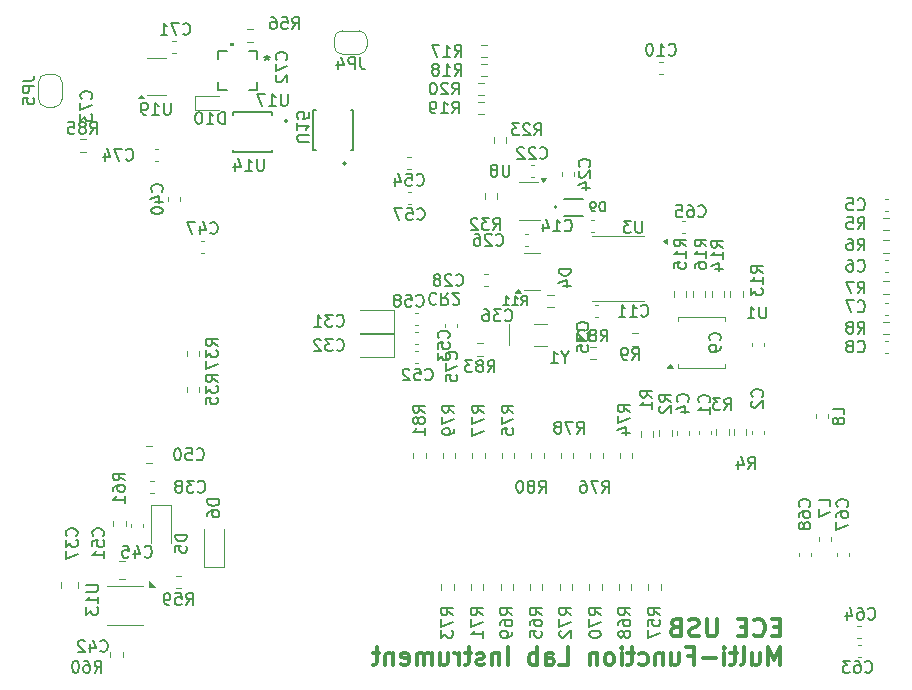
<source format=gbr>
%TF.GenerationSoftware,KiCad,Pcbnew,9.0.0*%
%TF.CreationDate,2025-04-10T22:59:03-04:00*%
%TF.ProjectId,USBLabTool,5553424c-6162-4546-9f6f-6c2e6b696361,2*%
%TF.SameCoordinates,Original*%
%TF.FileFunction,Legend,Bot*%
%TF.FilePolarity,Positive*%
%FSLAX46Y46*%
G04 Gerber Fmt 4.6, Leading zero omitted, Abs format (unit mm)*
G04 Created by KiCad (PCBNEW 9.0.0) date 2025-04-10 22:59:03*
%MOMM*%
%LPD*%
G01*
G04 APERTURE LIST*
%ADD10C,0.300000*%
%ADD11C,0.150000*%
%ADD12C,0.120000*%
%ADD13C,0.152400*%
%ADD14C,0.000000*%
%ADD15C,0.127000*%
%ADD16C,0.200000*%
G04 APERTURE END LIST*
D10*
X175195489Y-117600198D02*
X174695489Y-117600198D01*
X174481203Y-118385912D02*
X175195489Y-118385912D01*
X175195489Y-118385912D02*
X175195489Y-116885912D01*
X175195489Y-116885912D02*
X174481203Y-116885912D01*
X172981203Y-118243055D02*
X173052631Y-118314484D01*
X173052631Y-118314484D02*
X173266917Y-118385912D01*
X173266917Y-118385912D02*
X173409774Y-118385912D01*
X173409774Y-118385912D02*
X173624060Y-118314484D01*
X173624060Y-118314484D02*
X173766917Y-118171626D01*
X173766917Y-118171626D02*
X173838346Y-118028769D01*
X173838346Y-118028769D02*
X173909774Y-117743055D01*
X173909774Y-117743055D02*
X173909774Y-117528769D01*
X173909774Y-117528769D02*
X173838346Y-117243055D01*
X173838346Y-117243055D02*
X173766917Y-117100198D01*
X173766917Y-117100198D02*
X173624060Y-116957341D01*
X173624060Y-116957341D02*
X173409774Y-116885912D01*
X173409774Y-116885912D02*
X173266917Y-116885912D01*
X173266917Y-116885912D02*
X173052631Y-116957341D01*
X173052631Y-116957341D02*
X172981203Y-117028769D01*
X172338346Y-117600198D02*
X171838346Y-117600198D01*
X171624060Y-118385912D02*
X172338346Y-118385912D01*
X172338346Y-118385912D02*
X172338346Y-116885912D01*
X172338346Y-116885912D02*
X171624060Y-116885912D01*
X169838346Y-116885912D02*
X169838346Y-118100198D01*
X169838346Y-118100198D02*
X169766917Y-118243055D01*
X169766917Y-118243055D02*
X169695489Y-118314484D01*
X169695489Y-118314484D02*
X169552631Y-118385912D01*
X169552631Y-118385912D02*
X169266917Y-118385912D01*
X169266917Y-118385912D02*
X169124060Y-118314484D01*
X169124060Y-118314484D02*
X169052631Y-118243055D01*
X169052631Y-118243055D02*
X168981203Y-118100198D01*
X168981203Y-118100198D02*
X168981203Y-116885912D01*
X168338345Y-118314484D02*
X168124060Y-118385912D01*
X168124060Y-118385912D02*
X167766917Y-118385912D01*
X167766917Y-118385912D02*
X167624060Y-118314484D01*
X167624060Y-118314484D02*
X167552631Y-118243055D01*
X167552631Y-118243055D02*
X167481202Y-118100198D01*
X167481202Y-118100198D02*
X167481202Y-117957341D01*
X167481202Y-117957341D02*
X167552631Y-117814484D01*
X167552631Y-117814484D02*
X167624060Y-117743055D01*
X167624060Y-117743055D02*
X167766917Y-117671626D01*
X167766917Y-117671626D02*
X168052631Y-117600198D01*
X168052631Y-117600198D02*
X168195488Y-117528769D01*
X168195488Y-117528769D02*
X168266917Y-117457341D01*
X168266917Y-117457341D02*
X168338345Y-117314484D01*
X168338345Y-117314484D02*
X168338345Y-117171626D01*
X168338345Y-117171626D02*
X168266917Y-117028769D01*
X168266917Y-117028769D02*
X168195488Y-116957341D01*
X168195488Y-116957341D02*
X168052631Y-116885912D01*
X168052631Y-116885912D02*
X167695488Y-116885912D01*
X167695488Y-116885912D02*
X167481202Y-116957341D01*
X166338346Y-117600198D02*
X166124060Y-117671626D01*
X166124060Y-117671626D02*
X166052631Y-117743055D01*
X166052631Y-117743055D02*
X165981203Y-117885912D01*
X165981203Y-117885912D02*
X165981203Y-118100198D01*
X165981203Y-118100198D02*
X166052631Y-118243055D01*
X166052631Y-118243055D02*
X166124060Y-118314484D01*
X166124060Y-118314484D02*
X166266917Y-118385912D01*
X166266917Y-118385912D02*
X166838346Y-118385912D01*
X166838346Y-118385912D02*
X166838346Y-116885912D01*
X166838346Y-116885912D02*
X166338346Y-116885912D01*
X166338346Y-116885912D02*
X166195489Y-116957341D01*
X166195489Y-116957341D02*
X166124060Y-117028769D01*
X166124060Y-117028769D02*
X166052631Y-117171626D01*
X166052631Y-117171626D02*
X166052631Y-117314484D01*
X166052631Y-117314484D02*
X166124060Y-117457341D01*
X166124060Y-117457341D02*
X166195489Y-117528769D01*
X166195489Y-117528769D02*
X166338346Y-117600198D01*
X166338346Y-117600198D02*
X166838346Y-117600198D01*
X175195489Y-120800828D02*
X175195489Y-119300828D01*
X175195489Y-119300828D02*
X174695489Y-120372257D01*
X174695489Y-120372257D02*
X174195489Y-119300828D01*
X174195489Y-119300828D02*
X174195489Y-120800828D01*
X172838346Y-119800828D02*
X172838346Y-120800828D01*
X173481203Y-119800828D02*
X173481203Y-120586542D01*
X173481203Y-120586542D02*
X173409774Y-120729400D01*
X173409774Y-120729400D02*
X173266917Y-120800828D01*
X173266917Y-120800828D02*
X173052631Y-120800828D01*
X173052631Y-120800828D02*
X172909774Y-120729400D01*
X172909774Y-120729400D02*
X172838346Y-120657971D01*
X171909774Y-120800828D02*
X172052631Y-120729400D01*
X172052631Y-120729400D02*
X172124060Y-120586542D01*
X172124060Y-120586542D02*
X172124060Y-119300828D01*
X171552631Y-119800828D02*
X170981203Y-119800828D01*
X171338346Y-119300828D02*
X171338346Y-120586542D01*
X171338346Y-120586542D02*
X171266917Y-120729400D01*
X171266917Y-120729400D02*
X171124060Y-120800828D01*
X171124060Y-120800828D02*
X170981203Y-120800828D01*
X170481203Y-120800828D02*
X170481203Y-119800828D01*
X170481203Y-119300828D02*
X170552631Y-119372257D01*
X170552631Y-119372257D02*
X170481203Y-119443685D01*
X170481203Y-119443685D02*
X170409774Y-119372257D01*
X170409774Y-119372257D02*
X170481203Y-119300828D01*
X170481203Y-119300828D02*
X170481203Y-119443685D01*
X169766917Y-120229400D02*
X168624060Y-120229400D01*
X167409774Y-120015114D02*
X167909774Y-120015114D01*
X167909774Y-120800828D02*
X167909774Y-119300828D01*
X167909774Y-119300828D02*
X167195488Y-119300828D01*
X165981203Y-119800828D02*
X165981203Y-120800828D01*
X166624060Y-119800828D02*
X166624060Y-120586542D01*
X166624060Y-120586542D02*
X166552631Y-120729400D01*
X166552631Y-120729400D02*
X166409774Y-120800828D01*
X166409774Y-120800828D02*
X166195488Y-120800828D01*
X166195488Y-120800828D02*
X166052631Y-120729400D01*
X166052631Y-120729400D02*
X165981203Y-120657971D01*
X165266917Y-119800828D02*
X165266917Y-120800828D01*
X165266917Y-119943685D02*
X165195488Y-119872257D01*
X165195488Y-119872257D02*
X165052631Y-119800828D01*
X165052631Y-119800828D02*
X164838345Y-119800828D01*
X164838345Y-119800828D02*
X164695488Y-119872257D01*
X164695488Y-119872257D02*
X164624060Y-120015114D01*
X164624060Y-120015114D02*
X164624060Y-120800828D01*
X163266917Y-120729400D02*
X163409774Y-120800828D01*
X163409774Y-120800828D02*
X163695488Y-120800828D01*
X163695488Y-120800828D02*
X163838345Y-120729400D01*
X163838345Y-120729400D02*
X163909774Y-120657971D01*
X163909774Y-120657971D02*
X163981202Y-120515114D01*
X163981202Y-120515114D02*
X163981202Y-120086542D01*
X163981202Y-120086542D02*
X163909774Y-119943685D01*
X163909774Y-119943685D02*
X163838345Y-119872257D01*
X163838345Y-119872257D02*
X163695488Y-119800828D01*
X163695488Y-119800828D02*
X163409774Y-119800828D01*
X163409774Y-119800828D02*
X163266917Y-119872257D01*
X162838345Y-119800828D02*
X162266917Y-119800828D01*
X162624060Y-119300828D02*
X162624060Y-120586542D01*
X162624060Y-120586542D02*
X162552631Y-120729400D01*
X162552631Y-120729400D02*
X162409774Y-120800828D01*
X162409774Y-120800828D02*
X162266917Y-120800828D01*
X161766917Y-120800828D02*
X161766917Y-119800828D01*
X161766917Y-119300828D02*
X161838345Y-119372257D01*
X161838345Y-119372257D02*
X161766917Y-119443685D01*
X161766917Y-119443685D02*
X161695488Y-119372257D01*
X161695488Y-119372257D02*
X161766917Y-119300828D01*
X161766917Y-119300828D02*
X161766917Y-119443685D01*
X160838345Y-120800828D02*
X160981202Y-120729400D01*
X160981202Y-120729400D02*
X161052631Y-120657971D01*
X161052631Y-120657971D02*
X161124059Y-120515114D01*
X161124059Y-120515114D02*
X161124059Y-120086542D01*
X161124059Y-120086542D02*
X161052631Y-119943685D01*
X161052631Y-119943685D02*
X160981202Y-119872257D01*
X160981202Y-119872257D02*
X160838345Y-119800828D01*
X160838345Y-119800828D02*
X160624059Y-119800828D01*
X160624059Y-119800828D02*
X160481202Y-119872257D01*
X160481202Y-119872257D02*
X160409774Y-119943685D01*
X160409774Y-119943685D02*
X160338345Y-120086542D01*
X160338345Y-120086542D02*
X160338345Y-120515114D01*
X160338345Y-120515114D02*
X160409774Y-120657971D01*
X160409774Y-120657971D02*
X160481202Y-120729400D01*
X160481202Y-120729400D02*
X160624059Y-120800828D01*
X160624059Y-120800828D02*
X160838345Y-120800828D01*
X159695488Y-119800828D02*
X159695488Y-120800828D01*
X159695488Y-119943685D02*
X159624059Y-119872257D01*
X159624059Y-119872257D02*
X159481202Y-119800828D01*
X159481202Y-119800828D02*
X159266916Y-119800828D01*
X159266916Y-119800828D02*
X159124059Y-119872257D01*
X159124059Y-119872257D02*
X159052631Y-120015114D01*
X159052631Y-120015114D02*
X159052631Y-120800828D01*
X156481202Y-120800828D02*
X157195488Y-120800828D01*
X157195488Y-120800828D02*
X157195488Y-119300828D01*
X155338345Y-120800828D02*
X155338345Y-120015114D01*
X155338345Y-120015114D02*
X155409773Y-119872257D01*
X155409773Y-119872257D02*
X155552630Y-119800828D01*
X155552630Y-119800828D02*
X155838345Y-119800828D01*
X155838345Y-119800828D02*
X155981202Y-119872257D01*
X155338345Y-120729400D02*
X155481202Y-120800828D01*
X155481202Y-120800828D02*
X155838345Y-120800828D01*
X155838345Y-120800828D02*
X155981202Y-120729400D01*
X155981202Y-120729400D02*
X156052630Y-120586542D01*
X156052630Y-120586542D02*
X156052630Y-120443685D01*
X156052630Y-120443685D02*
X155981202Y-120300828D01*
X155981202Y-120300828D02*
X155838345Y-120229400D01*
X155838345Y-120229400D02*
X155481202Y-120229400D01*
X155481202Y-120229400D02*
X155338345Y-120157971D01*
X154624059Y-120800828D02*
X154624059Y-119300828D01*
X154624059Y-119872257D02*
X154481202Y-119800828D01*
X154481202Y-119800828D02*
X154195487Y-119800828D01*
X154195487Y-119800828D02*
X154052630Y-119872257D01*
X154052630Y-119872257D02*
X153981202Y-119943685D01*
X153981202Y-119943685D02*
X153909773Y-120086542D01*
X153909773Y-120086542D02*
X153909773Y-120515114D01*
X153909773Y-120515114D02*
X153981202Y-120657971D01*
X153981202Y-120657971D02*
X154052630Y-120729400D01*
X154052630Y-120729400D02*
X154195487Y-120800828D01*
X154195487Y-120800828D02*
X154481202Y-120800828D01*
X154481202Y-120800828D02*
X154624059Y-120729400D01*
X152124059Y-120800828D02*
X152124059Y-119300828D01*
X151409773Y-119800828D02*
X151409773Y-120800828D01*
X151409773Y-119943685D02*
X151338344Y-119872257D01*
X151338344Y-119872257D02*
X151195487Y-119800828D01*
X151195487Y-119800828D02*
X150981201Y-119800828D01*
X150981201Y-119800828D02*
X150838344Y-119872257D01*
X150838344Y-119872257D02*
X150766916Y-120015114D01*
X150766916Y-120015114D02*
X150766916Y-120800828D01*
X150124058Y-120729400D02*
X149981201Y-120800828D01*
X149981201Y-120800828D02*
X149695487Y-120800828D01*
X149695487Y-120800828D02*
X149552630Y-120729400D01*
X149552630Y-120729400D02*
X149481201Y-120586542D01*
X149481201Y-120586542D02*
X149481201Y-120515114D01*
X149481201Y-120515114D02*
X149552630Y-120372257D01*
X149552630Y-120372257D02*
X149695487Y-120300828D01*
X149695487Y-120300828D02*
X149909773Y-120300828D01*
X149909773Y-120300828D02*
X150052630Y-120229400D01*
X150052630Y-120229400D02*
X150124058Y-120086542D01*
X150124058Y-120086542D02*
X150124058Y-120015114D01*
X150124058Y-120015114D02*
X150052630Y-119872257D01*
X150052630Y-119872257D02*
X149909773Y-119800828D01*
X149909773Y-119800828D02*
X149695487Y-119800828D01*
X149695487Y-119800828D02*
X149552630Y-119872257D01*
X149052629Y-119800828D02*
X148481201Y-119800828D01*
X148838344Y-119300828D02*
X148838344Y-120586542D01*
X148838344Y-120586542D02*
X148766915Y-120729400D01*
X148766915Y-120729400D02*
X148624058Y-120800828D01*
X148624058Y-120800828D02*
X148481201Y-120800828D01*
X147981201Y-120800828D02*
X147981201Y-119800828D01*
X147981201Y-120086542D02*
X147909772Y-119943685D01*
X147909772Y-119943685D02*
X147838344Y-119872257D01*
X147838344Y-119872257D02*
X147695486Y-119800828D01*
X147695486Y-119800828D02*
X147552629Y-119800828D01*
X146409773Y-119800828D02*
X146409773Y-120800828D01*
X147052630Y-119800828D02*
X147052630Y-120586542D01*
X147052630Y-120586542D02*
X146981201Y-120729400D01*
X146981201Y-120729400D02*
X146838344Y-120800828D01*
X146838344Y-120800828D02*
X146624058Y-120800828D01*
X146624058Y-120800828D02*
X146481201Y-120729400D01*
X146481201Y-120729400D02*
X146409773Y-120657971D01*
X145695487Y-120800828D02*
X145695487Y-119800828D01*
X145695487Y-119943685D02*
X145624058Y-119872257D01*
X145624058Y-119872257D02*
X145481201Y-119800828D01*
X145481201Y-119800828D02*
X145266915Y-119800828D01*
X145266915Y-119800828D02*
X145124058Y-119872257D01*
X145124058Y-119872257D02*
X145052630Y-120015114D01*
X145052630Y-120015114D02*
X145052630Y-120800828D01*
X145052630Y-120015114D02*
X144981201Y-119872257D01*
X144981201Y-119872257D02*
X144838344Y-119800828D01*
X144838344Y-119800828D02*
X144624058Y-119800828D01*
X144624058Y-119800828D02*
X144481201Y-119872257D01*
X144481201Y-119872257D02*
X144409772Y-120015114D01*
X144409772Y-120015114D02*
X144409772Y-120800828D01*
X143124058Y-120729400D02*
X143266915Y-120800828D01*
X143266915Y-120800828D02*
X143552630Y-120800828D01*
X143552630Y-120800828D02*
X143695487Y-120729400D01*
X143695487Y-120729400D02*
X143766915Y-120586542D01*
X143766915Y-120586542D02*
X143766915Y-120015114D01*
X143766915Y-120015114D02*
X143695487Y-119872257D01*
X143695487Y-119872257D02*
X143552630Y-119800828D01*
X143552630Y-119800828D02*
X143266915Y-119800828D01*
X143266915Y-119800828D02*
X143124058Y-119872257D01*
X143124058Y-119872257D02*
X143052630Y-120015114D01*
X143052630Y-120015114D02*
X143052630Y-120157971D01*
X143052630Y-120157971D02*
X143766915Y-120300828D01*
X142409773Y-119800828D02*
X142409773Y-120800828D01*
X142409773Y-119943685D02*
X142338344Y-119872257D01*
X142338344Y-119872257D02*
X142195487Y-119800828D01*
X142195487Y-119800828D02*
X141981201Y-119800828D01*
X141981201Y-119800828D02*
X141838344Y-119872257D01*
X141838344Y-119872257D02*
X141766916Y-120015114D01*
X141766916Y-120015114D02*
X141766916Y-120800828D01*
X141266915Y-119800828D02*
X140695487Y-119800828D01*
X141052630Y-119300828D02*
X141052630Y-120586542D01*
X141052630Y-120586542D02*
X140981201Y-120729400D01*
X140981201Y-120729400D02*
X140838344Y-120800828D01*
X140838344Y-120800828D02*
X140695487Y-120800828D01*
D11*
X117142857Y-121454819D02*
X117476190Y-120978628D01*
X117714285Y-121454819D02*
X117714285Y-120454819D01*
X117714285Y-120454819D02*
X117333333Y-120454819D01*
X117333333Y-120454819D02*
X117238095Y-120502438D01*
X117238095Y-120502438D02*
X117190476Y-120550057D01*
X117190476Y-120550057D02*
X117142857Y-120645295D01*
X117142857Y-120645295D02*
X117142857Y-120788152D01*
X117142857Y-120788152D02*
X117190476Y-120883390D01*
X117190476Y-120883390D02*
X117238095Y-120931009D01*
X117238095Y-120931009D02*
X117333333Y-120978628D01*
X117333333Y-120978628D02*
X117714285Y-120978628D01*
X116285714Y-120454819D02*
X116476190Y-120454819D01*
X116476190Y-120454819D02*
X116571428Y-120502438D01*
X116571428Y-120502438D02*
X116619047Y-120550057D01*
X116619047Y-120550057D02*
X116714285Y-120692914D01*
X116714285Y-120692914D02*
X116761904Y-120883390D01*
X116761904Y-120883390D02*
X116761904Y-121264342D01*
X116761904Y-121264342D02*
X116714285Y-121359580D01*
X116714285Y-121359580D02*
X116666666Y-121407200D01*
X116666666Y-121407200D02*
X116571428Y-121454819D01*
X116571428Y-121454819D02*
X116380952Y-121454819D01*
X116380952Y-121454819D02*
X116285714Y-121407200D01*
X116285714Y-121407200D02*
X116238095Y-121359580D01*
X116238095Y-121359580D02*
X116190476Y-121264342D01*
X116190476Y-121264342D02*
X116190476Y-121026247D01*
X116190476Y-121026247D02*
X116238095Y-120931009D01*
X116238095Y-120931009D02*
X116285714Y-120883390D01*
X116285714Y-120883390D02*
X116380952Y-120835771D01*
X116380952Y-120835771D02*
X116571428Y-120835771D01*
X116571428Y-120835771D02*
X116666666Y-120883390D01*
X116666666Y-120883390D02*
X116714285Y-120931009D01*
X116714285Y-120931009D02*
X116761904Y-121026247D01*
X115571428Y-120454819D02*
X115476190Y-120454819D01*
X115476190Y-120454819D02*
X115380952Y-120502438D01*
X115380952Y-120502438D02*
X115333333Y-120550057D01*
X115333333Y-120550057D02*
X115285714Y-120645295D01*
X115285714Y-120645295D02*
X115238095Y-120835771D01*
X115238095Y-120835771D02*
X115238095Y-121073866D01*
X115238095Y-121073866D02*
X115285714Y-121264342D01*
X115285714Y-121264342D02*
X115333333Y-121359580D01*
X115333333Y-121359580D02*
X115380952Y-121407200D01*
X115380952Y-121407200D02*
X115476190Y-121454819D01*
X115476190Y-121454819D02*
X115571428Y-121454819D01*
X115571428Y-121454819D02*
X115666666Y-121407200D01*
X115666666Y-121407200D02*
X115714285Y-121359580D01*
X115714285Y-121359580D02*
X115761904Y-121264342D01*
X115761904Y-121264342D02*
X115809523Y-121073866D01*
X115809523Y-121073866D02*
X115809523Y-120835771D01*
X115809523Y-120835771D02*
X115761904Y-120645295D01*
X115761904Y-120645295D02*
X115714285Y-120550057D01*
X115714285Y-120550057D02*
X115666666Y-120502438D01*
X115666666Y-120502438D02*
X115571428Y-120454819D01*
X158865580Y-92401142D02*
X158913200Y-92353523D01*
X158913200Y-92353523D02*
X158960819Y-92210666D01*
X158960819Y-92210666D02*
X158960819Y-92115428D01*
X158960819Y-92115428D02*
X158913200Y-91972571D01*
X158913200Y-91972571D02*
X158817961Y-91877333D01*
X158817961Y-91877333D02*
X158722723Y-91829714D01*
X158722723Y-91829714D02*
X158532247Y-91782095D01*
X158532247Y-91782095D02*
X158389390Y-91782095D01*
X158389390Y-91782095D02*
X158198914Y-91829714D01*
X158198914Y-91829714D02*
X158103676Y-91877333D01*
X158103676Y-91877333D02*
X158008438Y-91972571D01*
X158008438Y-91972571D02*
X157960819Y-92115428D01*
X157960819Y-92115428D02*
X157960819Y-92210666D01*
X157960819Y-92210666D02*
X158008438Y-92353523D01*
X158008438Y-92353523D02*
X158056057Y-92401142D01*
X157960819Y-92734476D02*
X157960819Y-93353523D01*
X157960819Y-93353523D02*
X158341771Y-93020190D01*
X158341771Y-93020190D02*
X158341771Y-93163047D01*
X158341771Y-93163047D02*
X158389390Y-93258285D01*
X158389390Y-93258285D02*
X158437009Y-93305904D01*
X158437009Y-93305904D02*
X158532247Y-93353523D01*
X158532247Y-93353523D02*
X158770342Y-93353523D01*
X158770342Y-93353523D02*
X158865580Y-93305904D01*
X158865580Y-93305904D02*
X158913200Y-93258285D01*
X158913200Y-93258285D02*
X158960819Y-93163047D01*
X158960819Y-93163047D02*
X158960819Y-92877333D01*
X158960819Y-92877333D02*
X158913200Y-92782095D01*
X158913200Y-92782095D02*
X158865580Y-92734476D01*
X157960819Y-94258285D02*
X157960819Y-93782095D01*
X157960819Y-93782095D02*
X158437009Y-93734476D01*
X158437009Y-93734476D02*
X158389390Y-93782095D01*
X158389390Y-93782095D02*
X158341771Y-93877333D01*
X158341771Y-93877333D02*
X158341771Y-94115428D01*
X158341771Y-94115428D02*
X158389390Y-94210666D01*
X158389390Y-94210666D02*
X158437009Y-94258285D01*
X158437009Y-94258285D02*
X158532247Y-94305904D01*
X158532247Y-94305904D02*
X158770342Y-94305904D01*
X158770342Y-94305904D02*
X158865580Y-94258285D01*
X158865580Y-94258285D02*
X158913200Y-94210666D01*
X158913200Y-94210666D02*
X158960819Y-94115428D01*
X158960819Y-94115428D02*
X158960819Y-93877333D01*
X158960819Y-93877333D02*
X158913200Y-93782095D01*
X158913200Y-93782095D02*
X158865580Y-93734476D01*
X145142857Y-96609580D02*
X145190476Y-96657200D01*
X145190476Y-96657200D02*
X145333333Y-96704819D01*
X145333333Y-96704819D02*
X145428571Y-96704819D01*
X145428571Y-96704819D02*
X145571428Y-96657200D01*
X145571428Y-96657200D02*
X145666666Y-96561961D01*
X145666666Y-96561961D02*
X145714285Y-96466723D01*
X145714285Y-96466723D02*
X145761904Y-96276247D01*
X145761904Y-96276247D02*
X145761904Y-96133390D01*
X145761904Y-96133390D02*
X145714285Y-95942914D01*
X145714285Y-95942914D02*
X145666666Y-95847676D01*
X145666666Y-95847676D02*
X145571428Y-95752438D01*
X145571428Y-95752438D02*
X145428571Y-95704819D01*
X145428571Y-95704819D02*
X145333333Y-95704819D01*
X145333333Y-95704819D02*
X145190476Y-95752438D01*
X145190476Y-95752438D02*
X145142857Y-95800057D01*
X144238095Y-95704819D02*
X144714285Y-95704819D01*
X144714285Y-95704819D02*
X144761904Y-96181009D01*
X144761904Y-96181009D02*
X144714285Y-96133390D01*
X144714285Y-96133390D02*
X144619047Y-96085771D01*
X144619047Y-96085771D02*
X144380952Y-96085771D01*
X144380952Y-96085771D02*
X144285714Y-96133390D01*
X144285714Y-96133390D02*
X144238095Y-96181009D01*
X144238095Y-96181009D02*
X144190476Y-96276247D01*
X144190476Y-96276247D02*
X144190476Y-96514342D01*
X144190476Y-96514342D02*
X144238095Y-96609580D01*
X144238095Y-96609580D02*
X144285714Y-96657200D01*
X144285714Y-96657200D02*
X144380952Y-96704819D01*
X144380952Y-96704819D02*
X144619047Y-96704819D01*
X144619047Y-96704819D02*
X144714285Y-96657200D01*
X144714285Y-96657200D02*
X144761904Y-96609580D01*
X143809523Y-95800057D02*
X143761904Y-95752438D01*
X143761904Y-95752438D02*
X143666666Y-95704819D01*
X143666666Y-95704819D02*
X143428571Y-95704819D01*
X143428571Y-95704819D02*
X143333333Y-95752438D01*
X143333333Y-95752438D02*
X143285714Y-95800057D01*
X143285714Y-95800057D02*
X143238095Y-95895295D01*
X143238095Y-95895295D02*
X143238095Y-95990533D01*
X143238095Y-95990533D02*
X143285714Y-96133390D01*
X143285714Y-96133390D02*
X143857142Y-96704819D01*
X143857142Y-96704819D02*
X143238095Y-96704819D01*
X127704819Y-106761905D02*
X126704819Y-106761905D01*
X126704819Y-106761905D02*
X126704819Y-107000000D01*
X126704819Y-107000000D02*
X126752438Y-107142857D01*
X126752438Y-107142857D02*
X126847676Y-107238095D01*
X126847676Y-107238095D02*
X126942914Y-107285714D01*
X126942914Y-107285714D02*
X127133390Y-107333333D01*
X127133390Y-107333333D02*
X127276247Y-107333333D01*
X127276247Y-107333333D02*
X127466723Y-107285714D01*
X127466723Y-107285714D02*
X127561961Y-107238095D01*
X127561961Y-107238095D02*
X127657200Y-107142857D01*
X127657200Y-107142857D02*
X127704819Y-107000000D01*
X127704819Y-107000000D02*
X127704819Y-106761905D01*
X126704819Y-108190476D02*
X126704819Y-108000000D01*
X126704819Y-108000000D02*
X126752438Y-107904762D01*
X126752438Y-107904762D02*
X126800057Y-107857143D01*
X126800057Y-107857143D02*
X126942914Y-107761905D01*
X126942914Y-107761905D02*
X127133390Y-107714286D01*
X127133390Y-107714286D02*
X127514342Y-107714286D01*
X127514342Y-107714286D02*
X127609580Y-107761905D01*
X127609580Y-107761905D02*
X127657200Y-107809524D01*
X127657200Y-107809524D02*
X127704819Y-107904762D01*
X127704819Y-107904762D02*
X127704819Y-108095238D01*
X127704819Y-108095238D02*
X127657200Y-108190476D01*
X127657200Y-108190476D02*
X127609580Y-108238095D01*
X127609580Y-108238095D02*
X127514342Y-108285714D01*
X127514342Y-108285714D02*
X127276247Y-108285714D01*
X127276247Y-108285714D02*
X127181009Y-108238095D01*
X127181009Y-108238095D02*
X127133390Y-108190476D01*
X127133390Y-108190476D02*
X127085771Y-108095238D01*
X127085771Y-108095238D02*
X127085771Y-107904762D01*
X127085771Y-107904762D02*
X127133390Y-107809524D01*
X127133390Y-107809524D02*
X127181009Y-107761905D01*
X127181009Y-107761905D02*
X127276247Y-107714286D01*
X160004819Y-116582142D02*
X159528628Y-116248809D01*
X160004819Y-116010714D02*
X159004819Y-116010714D01*
X159004819Y-116010714D02*
X159004819Y-116391666D01*
X159004819Y-116391666D02*
X159052438Y-116486904D01*
X159052438Y-116486904D02*
X159100057Y-116534523D01*
X159100057Y-116534523D02*
X159195295Y-116582142D01*
X159195295Y-116582142D02*
X159338152Y-116582142D01*
X159338152Y-116582142D02*
X159433390Y-116534523D01*
X159433390Y-116534523D02*
X159481009Y-116486904D01*
X159481009Y-116486904D02*
X159528628Y-116391666D01*
X159528628Y-116391666D02*
X159528628Y-116010714D01*
X159004819Y-116915476D02*
X159004819Y-117582142D01*
X159004819Y-117582142D02*
X160004819Y-117153571D01*
X159004819Y-118153571D02*
X159004819Y-118248809D01*
X159004819Y-118248809D02*
X159052438Y-118344047D01*
X159052438Y-118344047D02*
X159100057Y-118391666D01*
X159100057Y-118391666D02*
X159195295Y-118439285D01*
X159195295Y-118439285D02*
X159385771Y-118486904D01*
X159385771Y-118486904D02*
X159623866Y-118486904D01*
X159623866Y-118486904D02*
X159814342Y-118439285D01*
X159814342Y-118439285D02*
X159909580Y-118391666D01*
X159909580Y-118391666D02*
X159957200Y-118344047D01*
X159957200Y-118344047D02*
X160004819Y-118248809D01*
X160004819Y-118248809D02*
X160004819Y-118153571D01*
X160004819Y-118153571D02*
X159957200Y-118058333D01*
X159957200Y-118058333D02*
X159909580Y-118010714D01*
X159909580Y-118010714D02*
X159814342Y-117963095D01*
X159814342Y-117963095D02*
X159623866Y-117915476D01*
X159623866Y-117915476D02*
X159385771Y-117915476D01*
X159385771Y-117915476D02*
X159195295Y-117963095D01*
X159195295Y-117963095D02*
X159100057Y-118010714D01*
X159100057Y-118010714D02*
X159052438Y-118058333D01*
X159052438Y-118058333D02*
X159004819Y-118153571D01*
X133378580Y-69545642D02*
X133426200Y-69498023D01*
X133426200Y-69498023D02*
X133473819Y-69355166D01*
X133473819Y-69355166D02*
X133473819Y-69259928D01*
X133473819Y-69259928D02*
X133426200Y-69117071D01*
X133426200Y-69117071D02*
X133330961Y-69021833D01*
X133330961Y-69021833D02*
X133235723Y-68974214D01*
X133235723Y-68974214D02*
X133045247Y-68926595D01*
X133045247Y-68926595D02*
X132902390Y-68926595D01*
X132902390Y-68926595D02*
X132711914Y-68974214D01*
X132711914Y-68974214D02*
X132616676Y-69021833D01*
X132616676Y-69021833D02*
X132521438Y-69117071D01*
X132521438Y-69117071D02*
X132473819Y-69259928D01*
X132473819Y-69259928D02*
X132473819Y-69355166D01*
X132473819Y-69355166D02*
X132521438Y-69498023D01*
X132521438Y-69498023D02*
X132569057Y-69545642D01*
X132473819Y-69878976D02*
X132473819Y-70545642D01*
X132473819Y-70545642D02*
X133473819Y-70117071D01*
X132569057Y-70878976D02*
X132521438Y-70926595D01*
X132521438Y-70926595D02*
X132473819Y-71021833D01*
X132473819Y-71021833D02*
X132473819Y-71259928D01*
X132473819Y-71259928D02*
X132521438Y-71355166D01*
X132521438Y-71355166D02*
X132569057Y-71402785D01*
X132569057Y-71402785D02*
X132664295Y-71450404D01*
X132664295Y-71450404D02*
X132759533Y-71450404D01*
X132759533Y-71450404D02*
X132902390Y-71402785D01*
X132902390Y-71402785D02*
X133473819Y-70831357D01*
X133473819Y-70831357D02*
X133473819Y-71450404D01*
X174011904Y-90454819D02*
X174011904Y-91264342D01*
X174011904Y-91264342D02*
X173964285Y-91359580D01*
X173964285Y-91359580D02*
X173916666Y-91407200D01*
X173916666Y-91407200D02*
X173821428Y-91454819D01*
X173821428Y-91454819D02*
X173630952Y-91454819D01*
X173630952Y-91454819D02*
X173535714Y-91407200D01*
X173535714Y-91407200D02*
X173488095Y-91359580D01*
X173488095Y-91359580D02*
X173440476Y-91264342D01*
X173440476Y-91264342D02*
X173440476Y-90454819D01*
X172440476Y-91454819D02*
X173011904Y-91454819D01*
X172726190Y-91454819D02*
X172726190Y-90454819D01*
X172726190Y-90454819D02*
X172821428Y-90597676D01*
X172821428Y-90597676D02*
X172916666Y-90692914D01*
X172916666Y-90692914D02*
X173011904Y-90740533D01*
X116859580Y-72857142D02*
X116907200Y-72809523D01*
X116907200Y-72809523D02*
X116954819Y-72666666D01*
X116954819Y-72666666D02*
X116954819Y-72571428D01*
X116954819Y-72571428D02*
X116907200Y-72428571D01*
X116907200Y-72428571D02*
X116811961Y-72333333D01*
X116811961Y-72333333D02*
X116716723Y-72285714D01*
X116716723Y-72285714D02*
X116526247Y-72238095D01*
X116526247Y-72238095D02*
X116383390Y-72238095D01*
X116383390Y-72238095D02*
X116192914Y-72285714D01*
X116192914Y-72285714D02*
X116097676Y-72333333D01*
X116097676Y-72333333D02*
X116002438Y-72428571D01*
X116002438Y-72428571D02*
X115954819Y-72571428D01*
X115954819Y-72571428D02*
X115954819Y-72666666D01*
X115954819Y-72666666D02*
X116002438Y-72809523D01*
X116002438Y-72809523D02*
X116050057Y-72857142D01*
X115954819Y-73190476D02*
X115954819Y-73857142D01*
X115954819Y-73857142D02*
X116954819Y-73428571D01*
X115954819Y-74142857D02*
X115954819Y-74761904D01*
X115954819Y-74761904D02*
X116335771Y-74428571D01*
X116335771Y-74428571D02*
X116335771Y-74571428D01*
X116335771Y-74571428D02*
X116383390Y-74666666D01*
X116383390Y-74666666D02*
X116431009Y-74714285D01*
X116431009Y-74714285D02*
X116526247Y-74761904D01*
X116526247Y-74761904D02*
X116764342Y-74761904D01*
X116764342Y-74761904D02*
X116859580Y-74714285D01*
X116859580Y-74714285D02*
X116907200Y-74666666D01*
X116907200Y-74666666D02*
X116954819Y-74571428D01*
X116954819Y-74571428D02*
X116954819Y-74285714D01*
X116954819Y-74285714D02*
X116907200Y-74190476D01*
X116907200Y-74190476D02*
X116859580Y-74142857D01*
X169165580Y-98577333D02*
X169213200Y-98529714D01*
X169213200Y-98529714D02*
X169260819Y-98386857D01*
X169260819Y-98386857D02*
X169260819Y-98291619D01*
X169260819Y-98291619D02*
X169213200Y-98148762D01*
X169213200Y-98148762D02*
X169117961Y-98053524D01*
X169117961Y-98053524D02*
X169022723Y-98005905D01*
X169022723Y-98005905D02*
X168832247Y-97958286D01*
X168832247Y-97958286D02*
X168689390Y-97958286D01*
X168689390Y-97958286D02*
X168498914Y-98005905D01*
X168498914Y-98005905D02*
X168403676Y-98053524D01*
X168403676Y-98053524D02*
X168308438Y-98148762D01*
X168308438Y-98148762D02*
X168260819Y-98291619D01*
X168260819Y-98291619D02*
X168260819Y-98386857D01*
X168260819Y-98386857D02*
X168308438Y-98529714D01*
X168308438Y-98529714D02*
X168356057Y-98577333D01*
X169260819Y-99529714D02*
X169260819Y-98958286D01*
X169260819Y-99244000D02*
X168260819Y-99244000D01*
X168260819Y-99244000D02*
X168403676Y-99148762D01*
X168403676Y-99148762D02*
X168498914Y-99053524D01*
X168498914Y-99053524D02*
X168546533Y-98958286D01*
X154848857Y-77873580D02*
X154896476Y-77921200D01*
X154896476Y-77921200D02*
X155039333Y-77968819D01*
X155039333Y-77968819D02*
X155134571Y-77968819D01*
X155134571Y-77968819D02*
X155277428Y-77921200D01*
X155277428Y-77921200D02*
X155372666Y-77825961D01*
X155372666Y-77825961D02*
X155420285Y-77730723D01*
X155420285Y-77730723D02*
X155467904Y-77540247D01*
X155467904Y-77540247D02*
X155467904Y-77397390D01*
X155467904Y-77397390D02*
X155420285Y-77206914D01*
X155420285Y-77206914D02*
X155372666Y-77111676D01*
X155372666Y-77111676D02*
X155277428Y-77016438D01*
X155277428Y-77016438D02*
X155134571Y-76968819D01*
X155134571Y-76968819D02*
X155039333Y-76968819D01*
X155039333Y-76968819D02*
X154896476Y-77016438D01*
X154896476Y-77016438D02*
X154848857Y-77064057D01*
X154467904Y-77064057D02*
X154420285Y-77016438D01*
X154420285Y-77016438D02*
X154325047Y-76968819D01*
X154325047Y-76968819D02*
X154086952Y-76968819D01*
X154086952Y-76968819D02*
X153991714Y-77016438D01*
X153991714Y-77016438D02*
X153944095Y-77064057D01*
X153944095Y-77064057D02*
X153896476Y-77159295D01*
X153896476Y-77159295D02*
X153896476Y-77254533D01*
X153896476Y-77254533D02*
X153944095Y-77397390D01*
X153944095Y-77397390D02*
X154515523Y-77968819D01*
X154515523Y-77968819D02*
X153896476Y-77968819D01*
X153515523Y-77064057D02*
X153467904Y-77016438D01*
X153467904Y-77016438D02*
X153372666Y-76968819D01*
X153372666Y-76968819D02*
X153134571Y-76968819D01*
X153134571Y-76968819D02*
X153039333Y-77016438D01*
X153039333Y-77016438D02*
X152991714Y-77064057D01*
X152991714Y-77064057D02*
X152944095Y-77159295D01*
X152944095Y-77159295D02*
X152944095Y-77254533D01*
X152944095Y-77254533D02*
X152991714Y-77397390D01*
X152991714Y-77397390D02*
X153563142Y-77968819D01*
X153563142Y-77968819D02*
X152944095Y-77968819D01*
X173665580Y-98077333D02*
X173713200Y-98029714D01*
X173713200Y-98029714D02*
X173760819Y-97886857D01*
X173760819Y-97886857D02*
X173760819Y-97791619D01*
X173760819Y-97791619D02*
X173713200Y-97648762D01*
X173713200Y-97648762D02*
X173617961Y-97553524D01*
X173617961Y-97553524D02*
X173522723Y-97505905D01*
X173522723Y-97505905D02*
X173332247Y-97458286D01*
X173332247Y-97458286D02*
X173189390Y-97458286D01*
X173189390Y-97458286D02*
X172998914Y-97505905D01*
X172998914Y-97505905D02*
X172903676Y-97553524D01*
X172903676Y-97553524D02*
X172808438Y-97648762D01*
X172808438Y-97648762D02*
X172760819Y-97791619D01*
X172760819Y-97791619D02*
X172760819Y-97886857D01*
X172760819Y-97886857D02*
X172808438Y-98029714D01*
X172808438Y-98029714D02*
X172856057Y-98077333D01*
X172856057Y-98458286D02*
X172808438Y-98505905D01*
X172808438Y-98505905D02*
X172760819Y-98601143D01*
X172760819Y-98601143D02*
X172760819Y-98839238D01*
X172760819Y-98839238D02*
X172808438Y-98934476D01*
X172808438Y-98934476D02*
X172856057Y-98982095D01*
X172856057Y-98982095D02*
X172951295Y-99029714D01*
X172951295Y-99029714D02*
X173046533Y-99029714D01*
X173046533Y-99029714D02*
X173189390Y-98982095D01*
X173189390Y-98982095D02*
X173760819Y-98410667D01*
X173760819Y-98410667D02*
X173760819Y-99029714D01*
X127560819Y-96826142D02*
X127084628Y-96492809D01*
X127560819Y-96254714D02*
X126560819Y-96254714D01*
X126560819Y-96254714D02*
X126560819Y-96635666D01*
X126560819Y-96635666D02*
X126608438Y-96730904D01*
X126608438Y-96730904D02*
X126656057Y-96778523D01*
X126656057Y-96778523D02*
X126751295Y-96826142D01*
X126751295Y-96826142D02*
X126894152Y-96826142D01*
X126894152Y-96826142D02*
X126989390Y-96778523D01*
X126989390Y-96778523D02*
X127037009Y-96730904D01*
X127037009Y-96730904D02*
X127084628Y-96635666D01*
X127084628Y-96635666D02*
X127084628Y-96254714D01*
X126560819Y-97159476D02*
X126560819Y-97778523D01*
X126560819Y-97778523D02*
X126941771Y-97445190D01*
X126941771Y-97445190D02*
X126941771Y-97588047D01*
X126941771Y-97588047D02*
X126989390Y-97683285D01*
X126989390Y-97683285D02*
X127037009Y-97730904D01*
X127037009Y-97730904D02*
X127132247Y-97778523D01*
X127132247Y-97778523D02*
X127370342Y-97778523D01*
X127370342Y-97778523D02*
X127465580Y-97730904D01*
X127465580Y-97730904D02*
X127513200Y-97683285D01*
X127513200Y-97683285D02*
X127560819Y-97588047D01*
X127560819Y-97588047D02*
X127560819Y-97302333D01*
X127560819Y-97302333D02*
X127513200Y-97207095D01*
X127513200Y-97207095D02*
X127465580Y-97159476D01*
X126560819Y-98683285D02*
X126560819Y-98207095D01*
X126560819Y-98207095D02*
X127037009Y-98159476D01*
X127037009Y-98159476D02*
X126989390Y-98207095D01*
X126989390Y-98207095D02*
X126941771Y-98302333D01*
X126941771Y-98302333D02*
X126941771Y-98540428D01*
X126941771Y-98540428D02*
X126989390Y-98635666D01*
X126989390Y-98635666D02*
X127037009Y-98683285D01*
X127037009Y-98683285D02*
X127132247Y-98730904D01*
X127132247Y-98730904D02*
X127370342Y-98730904D01*
X127370342Y-98730904D02*
X127465580Y-98683285D01*
X127465580Y-98683285D02*
X127513200Y-98635666D01*
X127513200Y-98635666D02*
X127560819Y-98540428D01*
X127560819Y-98540428D02*
X127560819Y-98302333D01*
X127560819Y-98302333D02*
X127513200Y-98207095D01*
X127513200Y-98207095D02*
X127465580Y-98159476D01*
X167356830Y-98498583D02*
X167404450Y-98450964D01*
X167404450Y-98450964D02*
X167452069Y-98308107D01*
X167452069Y-98308107D02*
X167452069Y-98212869D01*
X167452069Y-98212869D02*
X167404450Y-98070012D01*
X167404450Y-98070012D02*
X167309211Y-97974774D01*
X167309211Y-97974774D02*
X167213973Y-97927155D01*
X167213973Y-97927155D02*
X167023497Y-97879536D01*
X167023497Y-97879536D02*
X166880640Y-97879536D01*
X166880640Y-97879536D02*
X166690164Y-97927155D01*
X166690164Y-97927155D02*
X166594926Y-97974774D01*
X166594926Y-97974774D02*
X166499688Y-98070012D01*
X166499688Y-98070012D02*
X166452069Y-98212869D01*
X166452069Y-98212869D02*
X166452069Y-98308107D01*
X166452069Y-98308107D02*
X166499688Y-98450964D01*
X166499688Y-98450964D02*
X166547307Y-98498583D01*
X166785402Y-99355726D02*
X167452069Y-99355726D01*
X166404450Y-99117631D02*
X167118735Y-98879536D01*
X167118735Y-98879536D02*
X167118735Y-99498583D01*
X150004819Y-116582142D02*
X149528628Y-116248809D01*
X150004819Y-116010714D02*
X149004819Y-116010714D01*
X149004819Y-116010714D02*
X149004819Y-116391666D01*
X149004819Y-116391666D02*
X149052438Y-116486904D01*
X149052438Y-116486904D02*
X149100057Y-116534523D01*
X149100057Y-116534523D02*
X149195295Y-116582142D01*
X149195295Y-116582142D02*
X149338152Y-116582142D01*
X149338152Y-116582142D02*
X149433390Y-116534523D01*
X149433390Y-116534523D02*
X149481009Y-116486904D01*
X149481009Y-116486904D02*
X149528628Y-116391666D01*
X149528628Y-116391666D02*
X149528628Y-116010714D01*
X149004819Y-116915476D02*
X149004819Y-117582142D01*
X149004819Y-117582142D02*
X150004819Y-117153571D01*
X150004819Y-118486904D02*
X150004819Y-117915476D01*
X150004819Y-118201190D02*
X149004819Y-118201190D01*
X149004819Y-118201190D02*
X149147676Y-118105952D01*
X149147676Y-118105952D02*
X149242914Y-118010714D01*
X149242914Y-118010714D02*
X149290533Y-117915476D01*
X170078080Y-93317333D02*
X170125700Y-93269714D01*
X170125700Y-93269714D02*
X170173319Y-93126857D01*
X170173319Y-93126857D02*
X170173319Y-93031619D01*
X170173319Y-93031619D02*
X170125700Y-92888762D01*
X170125700Y-92888762D02*
X170030461Y-92793524D01*
X170030461Y-92793524D02*
X169935223Y-92745905D01*
X169935223Y-92745905D02*
X169744747Y-92698286D01*
X169744747Y-92698286D02*
X169601890Y-92698286D01*
X169601890Y-92698286D02*
X169411414Y-92745905D01*
X169411414Y-92745905D02*
X169316176Y-92793524D01*
X169316176Y-92793524D02*
X169220938Y-92888762D01*
X169220938Y-92888762D02*
X169173319Y-93031619D01*
X169173319Y-93031619D02*
X169173319Y-93126857D01*
X169173319Y-93126857D02*
X169220938Y-93269714D01*
X169220938Y-93269714D02*
X169268557Y-93317333D01*
X170173319Y-93793524D02*
X170173319Y-93984000D01*
X170173319Y-93984000D02*
X170125700Y-94079238D01*
X170125700Y-94079238D02*
X170078080Y-94126857D01*
X170078080Y-94126857D02*
X169935223Y-94222095D01*
X169935223Y-94222095D02*
X169744747Y-94269714D01*
X169744747Y-94269714D02*
X169363795Y-94269714D01*
X169363795Y-94269714D02*
X169268557Y-94222095D01*
X169268557Y-94222095D02*
X169220938Y-94174476D01*
X169220938Y-94174476D02*
X169173319Y-94079238D01*
X169173319Y-94079238D02*
X169173319Y-93888762D01*
X169173319Y-93888762D02*
X169220938Y-93793524D01*
X169220938Y-93793524D02*
X169268557Y-93745905D01*
X169268557Y-93745905D02*
X169363795Y-93698286D01*
X169363795Y-93698286D02*
X169601890Y-93698286D01*
X169601890Y-93698286D02*
X169697128Y-93745905D01*
X169697128Y-93745905D02*
X169744747Y-93793524D01*
X169744747Y-93793524D02*
X169792366Y-93888762D01*
X169792366Y-93888762D02*
X169792366Y-94079238D01*
X169792366Y-94079238D02*
X169744747Y-94174476D01*
X169744747Y-94174476D02*
X169697128Y-94222095D01*
X169697128Y-94222095D02*
X169601890Y-94269714D01*
X159026992Y-78601142D02*
X159074612Y-78553523D01*
X159074612Y-78553523D02*
X159122231Y-78410666D01*
X159122231Y-78410666D02*
X159122231Y-78315428D01*
X159122231Y-78315428D02*
X159074612Y-78172571D01*
X159074612Y-78172571D02*
X158979373Y-78077333D01*
X158979373Y-78077333D02*
X158884135Y-78029714D01*
X158884135Y-78029714D02*
X158693659Y-77982095D01*
X158693659Y-77982095D02*
X158550802Y-77982095D01*
X158550802Y-77982095D02*
X158360326Y-78029714D01*
X158360326Y-78029714D02*
X158265088Y-78077333D01*
X158265088Y-78077333D02*
X158169850Y-78172571D01*
X158169850Y-78172571D02*
X158122231Y-78315428D01*
X158122231Y-78315428D02*
X158122231Y-78410666D01*
X158122231Y-78410666D02*
X158169850Y-78553523D01*
X158169850Y-78553523D02*
X158217469Y-78601142D01*
X158217469Y-78982095D02*
X158169850Y-79029714D01*
X158169850Y-79029714D02*
X158122231Y-79124952D01*
X158122231Y-79124952D02*
X158122231Y-79363047D01*
X158122231Y-79363047D02*
X158169850Y-79458285D01*
X158169850Y-79458285D02*
X158217469Y-79505904D01*
X158217469Y-79505904D02*
X158312707Y-79553523D01*
X158312707Y-79553523D02*
X158407945Y-79553523D01*
X158407945Y-79553523D02*
X158550802Y-79505904D01*
X158550802Y-79505904D02*
X159122231Y-78934476D01*
X159122231Y-78934476D02*
X159122231Y-79553523D01*
X158455564Y-80410666D02*
X159122231Y-80410666D01*
X158074612Y-80172571D02*
X158788897Y-79934476D01*
X158788897Y-79934476D02*
X158788897Y-80553523D01*
X181760166Y-83898819D02*
X182093499Y-83422628D01*
X182331594Y-83898819D02*
X182331594Y-82898819D01*
X182331594Y-82898819D02*
X181950642Y-82898819D01*
X181950642Y-82898819D02*
X181855404Y-82946438D01*
X181855404Y-82946438D02*
X181807785Y-82994057D01*
X181807785Y-82994057D02*
X181760166Y-83089295D01*
X181760166Y-83089295D02*
X181760166Y-83232152D01*
X181760166Y-83232152D02*
X181807785Y-83327390D01*
X181807785Y-83327390D02*
X181855404Y-83375009D01*
X181855404Y-83375009D02*
X181950642Y-83422628D01*
X181950642Y-83422628D02*
X182331594Y-83422628D01*
X180855404Y-82898819D02*
X181331594Y-82898819D01*
X181331594Y-82898819D02*
X181379213Y-83375009D01*
X181379213Y-83375009D02*
X181331594Y-83327390D01*
X181331594Y-83327390D02*
X181236356Y-83279771D01*
X181236356Y-83279771D02*
X180998261Y-83279771D01*
X180998261Y-83279771D02*
X180903023Y-83327390D01*
X180903023Y-83327390D02*
X180855404Y-83375009D01*
X180855404Y-83375009D02*
X180807785Y-83470247D01*
X180807785Y-83470247D02*
X180807785Y-83708342D01*
X180807785Y-83708342D02*
X180855404Y-83803580D01*
X180855404Y-83803580D02*
X180903023Y-83851200D01*
X180903023Y-83851200D02*
X180998261Y-83898819D01*
X180998261Y-83898819D02*
X181236356Y-83898819D01*
X181236356Y-83898819D02*
X181331594Y-83851200D01*
X181331594Y-83851200D02*
X181379213Y-83803580D01*
X165004819Y-116582142D02*
X164528628Y-116248809D01*
X165004819Y-116010714D02*
X164004819Y-116010714D01*
X164004819Y-116010714D02*
X164004819Y-116391666D01*
X164004819Y-116391666D02*
X164052438Y-116486904D01*
X164052438Y-116486904D02*
X164100057Y-116534523D01*
X164100057Y-116534523D02*
X164195295Y-116582142D01*
X164195295Y-116582142D02*
X164338152Y-116582142D01*
X164338152Y-116582142D02*
X164433390Y-116534523D01*
X164433390Y-116534523D02*
X164481009Y-116486904D01*
X164481009Y-116486904D02*
X164528628Y-116391666D01*
X164528628Y-116391666D02*
X164528628Y-116010714D01*
X164004819Y-117486904D02*
X164004819Y-117010714D01*
X164004819Y-117010714D02*
X164481009Y-116963095D01*
X164481009Y-116963095D02*
X164433390Y-117010714D01*
X164433390Y-117010714D02*
X164385771Y-117105952D01*
X164385771Y-117105952D02*
X164385771Y-117344047D01*
X164385771Y-117344047D02*
X164433390Y-117439285D01*
X164433390Y-117439285D02*
X164481009Y-117486904D01*
X164481009Y-117486904D02*
X164576247Y-117534523D01*
X164576247Y-117534523D02*
X164814342Y-117534523D01*
X164814342Y-117534523D02*
X164909580Y-117486904D01*
X164909580Y-117486904D02*
X164957200Y-117439285D01*
X164957200Y-117439285D02*
X165004819Y-117344047D01*
X165004819Y-117344047D02*
X165004819Y-117105952D01*
X165004819Y-117105952D02*
X164957200Y-117010714D01*
X164957200Y-117010714D02*
X164909580Y-116963095D01*
X164004819Y-117867857D02*
X164004819Y-118534523D01*
X164004819Y-118534523D02*
X165004819Y-118105952D01*
X156948857Y-84003580D02*
X156996476Y-84051200D01*
X156996476Y-84051200D02*
X157139333Y-84098819D01*
X157139333Y-84098819D02*
X157234571Y-84098819D01*
X157234571Y-84098819D02*
X157377428Y-84051200D01*
X157377428Y-84051200D02*
X157472666Y-83955961D01*
X157472666Y-83955961D02*
X157520285Y-83860723D01*
X157520285Y-83860723D02*
X157567904Y-83670247D01*
X157567904Y-83670247D02*
X157567904Y-83527390D01*
X157567904Y-83527390D02*
X157520285Y-83336914D01*
X157520285Y-83336914D02*
X157472666Y-83241676D01*
X157472666Y-83241676D02*
X157377428Y-83146438D01*
X157377428Y-83146438D02*
X157234571Y-83098819D01*
X157234571Y-83098819D02*
X157139333Y-83098819D01*
X157139333Y-83098819D02*
X156996476Y-83146438D01*
X156996476Y-83146438D02*
X156948857Y-83194057D01*
X155996476Y-84098819D02*
X156567904Y-84098819D01*
X156282190Y-84098819D02*
X156282190Y-83098819D01*
X156282190Y-83098819D02*
X156377428Y-83241676D01*
X156377428Y-83241676D02*
X156472666Y-83336914D01*
X156472666Y-83336914D02*
X156567904Y-83384533D01*
X155139333Y-83432152D02*
X155139333Y-84098819D01*
X155377428Y-83051200D02*
X155615523Y-83765485D01*
X155615523Y-83765485D02*
X154996476Y-83765485D01*
X168954819Y-85357142D02*
X168478628Y-85023809D01*
X168954819Y-84785714D02*
X167954819Y-84785714D01*
X167954819Y-84785714D02*
X167954819Y-85166666D01*
X167954819Y-85166666D02*
X168002438Y-85261904D01*
X168002438Y-85261904D02*
X168050057Y-85309523D01*
X168050057Y-85309523D02*
X168145295Y-85357142D01*
X168145295Y-85357142D02*
X168288152Y-85357142D01*
X168288152Y-85357142D02*
X168383390Y-85309523D01*
X168383390Y-85309523D02*
X168431009Y-85261904D01*
X168431009Y-85261904D02*
X168478628Y-85166666D01*
X168478628Y-85166666D02*
X168478628Y-84785714D01*
X168954819Y-86309523D02*
X168954819Y-85738095D01*
X168954819Y-86023809D02*
X167954819Y-86023809D01*
X167954819Y-86023809D02*
X168097676Y-85928571D01*
X168097676Y-85928571D02*
X168192914Y-85833333D01*
X168192914Y-85833333D02*
X168240533Y-85738095D01*
X167954819Y-87166666D02*
X167954819Y-86976190D01*
X167954819Y-86976190D02*
X168002438Y-86880952D01*
X168002438Y-86880952D02*
X168050057Y-86833333D01*
X168050057Y-86833333D02*
X168192914Y-86738095D01*
X168192914Y-86738095D02*
X168383390Y-86690476D01*
X168383390Y-86690476D02*
X168764342Y-86690476D01*
X168764342Y-86690476D02*
X168859580Y-86738095D01*
X168859580Y-86738095D02*
X168907200Y-86785714D01*
X168907200Y-86785714D02*
X168954819Y-86880952D01*
X168954819Y-86880952D02*
X168954819Y-87071428D01*
X168954819Y-87071428D02*
X168907200Y-87166666D01*
X168907200Y-87166666D02*
X168859580Y-87214285D01*
X168859580Y-87214285D02*
X168764342Y-87261904D01*
X168764342Y-87261904D02*
X168526247Y-87261904D01*
X168526247Y-87261904D02*
X168431009Y-87214285D01*
X168431009Y-87214285D02*
X168383390Y-87166666D01*
X168383390Y-87166666D02*
X168335771Y-87071428D01*
X168335771Y-87071428D02*
X168335771Y-86880952D01*
X168335771Y-86880952D02*
X168383390Y-86785714D01*
X168383390Y-86785714D02*
X168431009Y-86738095D01*
X168431009Y-86738095D02*
X168526247Y-86690476D01*
X117859580Y-109857142D02*
X117907200Y-109809523D01*
X117907200Y-109809523D02*
X117954819Y-109666666D01*
X117954819Y-109666666D02*
X117954819Y-109571428D01*
X117954819Y-109571428D02*
X117907200Y-109428571D01*
X117907200Y-109428571D02*
X117811961Y-109333333D01*
X117811961Y-109333333D02*
X117716723Y-109285714D01*
X117716723Y-109285714D02*
X117526247Y-109238095D01*
X117526247Y-109238095D02*
X117383390Y-109238095D01*
X117383390Y-109238095D02*
X117192914Y-109285714D01*
X117192914Y-109285714D02*
X117097676Y-109333333D01*
X117097676Y-109333333D02*
X117002438Y-109428571D01*
X117002438Y-109428571D02*
X116954819Y-109571428D01*
X116954819Y-109571428D02*
X116954819Y-109666666D01*
X116954819Y-109666666D02*
X117002438Y-109809523D01*
X117002438Y-109809523D02*
X117050057Y-109857142D01*
X116954819Y-110761904D02*
X116954819Y-110285714D01*
X116954819Y-110285714D02*
X117431009Y-110238095D01*
X117431009Y-110238095D02*
X117383390Y-110285714D01*
X117383390Y-110285714D02*
X117335771Y-110380952D01*
X117335771Y-110380952D02*
X117335771Y-110619047D01*
X117335771Y-110619047D02*
X117383390Y-110714285D01*
X117383390Y-110714285D02*
X117431009Y-110761904D01*
X117431009Y-110761904D02*
X117526247Y-110809523D01*
X117526247Y-110809523D02*
X117764342Y-110809523D01*
X117764342Y-110809523D02*
X117859580Y-110761904D01*
X117859580Y-110761904D02*
X117907200Y-110714285D01*
X117907200Y-110714285D02*
X117954819Y-110619047D01*
X117954819Y-110619047D02*
X117954819Y-110380952D01*
X117954819Y-110380952D02*
X117907200Y-110285714D01*
X117907200Y-110285714D02*
X117859580Y-110238095D01*
X117954819Y-111761904D02*
X117954819Y-111190476D01*
X117954819Y-111476190D02*
X116954819Y-111476190D01*
X116954819Y-111476190D02*
X117097676Y-111380952D01*
X117097676Y-111380952D02*
X117192914Y-111285714D01*
X117192914Y-111285714D02*
X117240533Y-111190476D01*
X133488094Y-72454819D02*
X133488094Y-73264342D01*
X133488094Y-73264342D02*
X133440475Y-73359580D01*
X133440475Y-73359580D02*
X133392856Y-73407200D01*
X133392856Y-73407200D02*
X133297618Y-73454819D01*
X133297618Y-73454819D02*
X133107142Y-73454819D01*
X133107142Y-73454819D02*
X133011904Y-73407200D01*
X133011904Y-73407200D02*
X132964285Y-73359580D01*
X132964285Y-73359580D02*
X132916666Y-73264342D01*
X132916666Y-73264342D02*
X132916666Y-72454819D01*
X131916666Y-73454819D02*
X132488094Y-73454819D01*
X132202380Y-73454819D02*
X132202380Y-72454819D01*
X132202380Y-72454819D02*
X132297618Y-72597676D01*
X132297618Y-72597676D02*
X132392856Y-72692914D01*
X132392856Y-72692914D02*
X132488094Y-72740533D01*
X131583332Y-72454819D02*
X130916666Y-72454819D01*
X130916666Y-72454819D02*
X131345237Y-73454819D01*
X131747399Y-69173816D02*
X131747399Y-69411911D01*
X131985494Y-69316673D02*
X131747399Y-69411911D01*
X131747399Y-69411911D02*
X131509304Y-69316673D01*
X131890256Y-69602387D02*
X131747399Y-69411911D01*
X131747399Y-69411911D02*
X131604542Y-69602387D01*
X173704819Y-87607142D02*
X173228628Y-87273809D01*
X173704819Y-87035714D02*
X172704819Y-87035714D01*
X172704819Y-87035714D02*
X172704819Y-87416666D01*
X172704819Y-87416666D02*
X172752438Y-87511904D01*
X172752438Y-87511904D02*
X172800057Y-87559523D01*
X172800057Y-87559523D02*
X172895295Y-87607142D01*
X172895295Y-87607142D02*
X173038152Y-87607142D01*
X173038152Y-87607142D02*
X173133390Y-87559523D01*
X173133390Y-87559523D02*
X173181009Y-87511904D01*
X173181009Y-87511904D02*
X173228628Y-87416666D01*
X173228628Y-87416666D02*
X173228628Y-87035714D01*
X173704819Y-88559523D02*
X173704819Y-87988095D01*
X173704819Y-88273809D02*
X172704819Y-88273809D01*
X172704819Y-88273809D02*
X172847676Y-88178571D01*
X172847676Y-88178571D02*
X172942914Y-88083333D01*
X172942914Y-88083333D02*
X172990533Y-87988095D01*
X172704819Y-88892857D02*
X172704819Y-89511904D01*
X172704819Y-89511904D02*
X173085771Y-89178571D01*
X173085771Y-89178571D02*
X173085771Y-89321428D01*
X173085771Y-89321428D02*
X173133390Y-89416666D01*
X173133390Y-89416666D02*
X173181009Y-89464285D01*
X173181009Y-89464285D02*
X173276247Y-89511904D01*
X173276247Y-89511904D02*
X173514342Y-89511904D01*
X173514342Y-89511904D02*
X173609580Y-89464285D01*
X173609580Y-89464285D02*
X173657200Y-89416666D01*
X173657200Y-89416666D02*
X173704819Y-89321428D01*
X173704819Y-89321428D02*
X173704819Y-89035714D01*
X173704819Y-89035714D02*
X173657200Y-88940476D01*
X173657200Y-88940476D02*
X173609580Y-88892857D01*
X147109580Y-93107142D02*
X147157200Y-93059523D01*
X147157200Y-93059523D02*
X147204819Y-92916666D01*
X147204819Y-92916666D02*
X147204819Y-92821428D01*
X147204819Y-92821428D02*
X147157200Y-92678571D01*
X147157200Y-92678571D02*
X147061961Y-92583333D01*
X147061961Y-92583333D02*
X146966723Y-92535714D01*
X146966723Y-92535714D02*
X146776247Y-92488095D01*
X146776247Y-92488095D02*
X146633390Y-92488095D01*
X146633390Y-92488095D02*
X146442914Y-92535714D01*
X146442914Y-92535714D02*
X146347676Y-92583333D01*
X146347676Y-92583333D02*
X146252438Y-92678571D01*
X146252438Y-92678571D02*
X146204819Y-92821428D01*
X146204819Y-92821428D02*
X146204819Y-92916666D01*
X146204819Y-92916666D02*
X146252438Y-93059523D01*
X146252438Y-93059523D02*
X146300057Y-93107142D01*
X146204819Y-94011904D02*
X146204819Y-93535714D01*
X146204819Y-93535714D02*
X146681009Y-93488095D01*
X146681009Y-93488095D02*
X146633390Y-93535714D01*
X146633390Y-93535714D02*
X146585771Y-93630952D01*
X146585771Y-93630952D02*
X146585771Y-93869047D01*
X146585771Y-93869047D02*
X146633390Y-93964285D01*
X146633390Y-93964285D02*
X146681009Y-94011904D01*
X146681009Y-94011904D02*
X146776247Y-94059523D01*
X146776247Y-94059523D02*
X147014342Y-94059523D01*
X147014342Y-94059523D02*
X147109580Y-94011904D01*
X147109580Y-94011904D02*
X147157200Y-93964285D01*
X147157200Y-93964285D02*
X147204819Y-93869047D01*
X147204819Y-93869047D02*
X147204819Y-93630952D01*
X147204819Y-93630952D02*
X147157200Y-93535714D01*
X147157200Y-93535714D02*
X147109580Y-93488095D01*
X146204819Y-94392857D02*
X146204819Y-95011904D01*
X146204819Y-95011904D02*
X146585771Y-94678571D01*
X146585771Y-94678571D02*
X146585771Y-94821428D01*
X146585771Y-94821428D02*
X146633390Y-94916666D01*
X146633390Y-94916666D02*
X146681009Y-94964285D01*
X146681009Y-94964285D02*
X146776247Y-95011904D01*
X146776247Y-95011904D02*
X147014342Y-95011904D01*
X147014342Y-95011904D02*
X147109580Y-94964285D01*
X147109580Y-94964285D02*
X147157200Y-94916666D01*
X147157200Y-94916666D02*
X147204819Y-94821428D01*
X147204819Y-94821428D02*
X147204819Y-94535714D01*
X147204819Y-94535714D02*
X147157200Y-94440476D01*
X147157200Y-94440476D02*
X147109580Y-94392857D01*
X146083333Y-89390419D02*
X146035714Y-89342800D01*
X146035714Y-89342800D02*
X145892857Y-89295180D01*
X145892857Y-89295180D02*
X145797619Y-89295180D01*
X145797619Y-89295180D02*
X145654762Y-89342800D01*
X145654762Y-89342800D02*
X145559524Y-89438038D01*
X145559524Y-89438038D02*
X145511905Y-89533276D01*
X145511905Y-89533276D02*
X145464286Y-89723752D01*
X145464286Y-89723752D02*
X145464286Y-89866609D01*
X145464286Y-89866609D02*
X145511905Y-90057085D01*
X145511905Y-90057085D02*
X145559524Y-90152323D01*
X145559524Y-90152323D02*
X145654762Y-90247561D01*
X145654762Y-90247561D02*
X145797619Y-90295180D01*
X145797619Y-90295180D02*
X145892857Y-90295180D01*
X145892857Y-90295180D02*
X146035714Y-90247561D01*
X146035714Y-90247561D02*
X146083333Y-90199942D01*
X147083333Y-89295180D02*
X146750000Y-89771371D01*
X146511905Y-89295180D02*
X146511905Y-90295180D01*
X146511905Y-90295180D02*
X146892857Y-90295180D01*
X146892857Y-90295180D02*
X146988095Y-90247561D01*
X146988095Y-90247561D02*
X147035714Y-90199942D01*
X147035714Y-90199942D02*
X147083333Y-90104704D01*
X147083333Y-90104704D02*
X147083333Y-89961847D01*
X147083333Y-89961847D02*
X147035714Y-89866609D01*
X147035714Y-89866609D02*
X146988095Y-89818990D01*
X146988095Y-89818990D02*
X146892857Y-89771371D01*
X146892857Y-89771371D02*
X146511905Y-89771371D01*
X147464286Y-90199942D02*
X147511905Y-90247561D01*
X147511905Y-90247561D02*
X147607143Y-90295180D01*
X147607143Y-90295180D02*
X147845238Y-90295180D01*
X147845238Y-90295180D02*
X147940476Y-90247561D01*
X147940476Y-90247561D02*
X147988095Y-90199942D01*
X147988095Y-90199942D02*
X148035714Y-90104704D01*
X148035714Y-90104704D02*
X148035714Y-90009466D01*
X148035714Y-90009466D02*
X147988095Y-89866609D01*
X147988095Y-89866609D02*
X147416667Y-89295180D01*
X147416667Y-89295180D02*
X148035714Y-89295180D01*
X164360819Y-98164833D02*
X163884628Y-97831500D01*
X164360819Y-97593405D02*
X163360819Y-97593405D01*
X163360819Y-97593405D02*
X163360819Y-97974357D01*
X163360819Y-97974357D02*
X163408438Y-98069595D01*
X163408438Y-98069595D02*
X163456057Y-98117214D01*
X163456057Y-98117214D02*
X163551295Y-98164833D01*
X163551295Y-98164833D02*
X163694152Y-98164833D01*
X163694152Y-98164833D02*
X163789390Y-98117214D01*
X163789390Y-98117214D02*
X163837009Y-98069595D01*
X163837009Y-98069595D02*
X163884628Y-97974357D01*
X163884628Y-97974357D02*
X163884628Y-97593405D01*
X164360819Y-99117214D02*
X164360819Y-98545786D01*
X164360819Y-98831500D02*
X163360819Y-98831500D01*
X163360819Y-98831500D02*
X163503676Y-98736262D01*
X163503676Y-98736262D02*
X163598914Y-98641024D01*
X163598914Y-98641024D02*
X163646533Y-98545786D01*
X147748857Y-88603580D02*
X147796476Y-88651200D01*
X147796476Y-88651200D02*
X147939333Y-88698819D01*
X147939333Y-88698819D02*
X148034571Y-88698819D01*
X148034571Y-88698819D02*
X148177428Y-88651200D01*
X148177428Y-88651200D02*
X148272666Y-88555961D01*
X148272666Y-88555961D02*
X148320285Y-88460723D01*
X148320285Y-88460723D02*
X148367904Y-88270247D01*
X148367904Y-88270247D02*
X148367904Y-88127390D01*
X148367904Y-88127390D02*
X148320285Y-87936914D01*
X148320285Y-87936914D02*
X148272666Y-87841676D01*
X148272666Y-87841676D02*
X148177428Y-87746438D01*
X148177428Y-87746438D02*
X148034571Y-87698819D01*
X148034571Y-87698819D02*
X147939333Y-87698819D01*
X147939333Y-87698819D02*
X147796476Y-87746438D01*
X147796476Y-87746438D02*
X147748857Y-87794057D01*
X147367904Y-87794057D02*
X147320285Y-87746438D01*
X147320285Y-87746438D02*
X147225047Y-87698819D01*
X147225047Y-87698819D02*
X146986952Y-87698819D01*
X146986952Y-87698819D02*
X146891714Y-87746438D01*
X146891714Y-87746438D02*
X146844095Y-87794057D01*
X146844095Y-87794057D02*
X146796476Y-87889295D01*
X146796476Y-87889295D02*
X146796476Y-87984533D01*
X146796476Y-87984533D02*
X146844095Y-88127390D01*
X146844095Y-88127390D02*
X147415523Y-88698819D01*
X147415523Y-88698819D02*
X146796476Y-88698819D01*
X146225047Y-88127390D02*
X146320285Y-88079771D01*
X146320285Y-88079771D02*
X146367904Y-88032152D01*
X146367904Y-88032152D02*
X146415523Y-87936914D01*
X146415523Y-87936914D02*
X146415523Y-87889295D01*
X146415523Y-87889295D02*
X146367904Y-87794057D01*
X146367904Y-87794057D02*
X146320285Y-87746438D01*
X146320285Y-87746438D02*
X146225047Y-87698819D01*
X146225047Y-87698819D02*
X146034571Y-87698819D01*
X146034571Y-87698819D02*
X145939333Y-87746438D01*
X145939333Y-87746438D02*
X145891714Y-87794057D01*
X145891714Y-87794057D02*
X145844095Y-87889295D01*
X145844095Y-87889295D02*
X145844095Y-87936914D01*
X145844095Y-87936914D02*
X145891714Y-88032152D01*
X145891714Y-88032152D02*
X145939333Y-88079771D01*
X145939333Y-88079771D02*
X146034571Y-88127390D01*
X146034571Y-88127390D02*
X146225047Y-88127390D01*
X146225047Y-88127390D02*
X146320285Y-88175009D01*
X146320285Y-88175009D02*
X146367904Y-88222628D01*
X146367904Y-88222628D02*
X146415523Y-88317866D01*
X146415523Y-88317866D02*
X146415523Y-88508342D01*
X146415523Y-88508342D02*
X146367904Y-88603580D01*
X146367904Y-88603580D02*
X146320285Y-88651200D01*
X146320285Y-88651200D02*
X146225047Y-88698819D01*
X146225047Y-88698819D02*
X146034571Y-88698819D01*
X146034571Y-88698819D02*
X145939333Y-88651200D01*
X145939333Y-88651200D02*
X145891714Y-88603580D01*
X145891714Y-88603580D02*
X145844095Y-88508342D01*
X145844095Y-88508342D02*
X145844095Y-88317866D01*
X145844095Y-88317866D02*
X145891714Y-88222628D01*
X145891714Y-88222628D02*
X145939333Y-88175009D01*
X145939333Y-88175009D02*
X146034571Y-88127390D01*
X131481594Y-77954819D02*
X131481594Y-78764342D01*
X131481594Y-78764342D02*
X131433975Y-78859580D01*
X131433975Y-78859580D02*
X131386356Y-78907200D01*
X131386356Y-78907200D02*
X131291118Y-78954819D01*
X131291118Y-78954819D02*
X131100642Y-78954819D01*
X131100642Y-78954819D02*
X131005404Y-78907200D01*
X131005404Y-78907200D02*
X130957785Y-78859580D01*
X130957785Y-78859580D02*
X130910166Y-78764342D01*
X130910166Y-78764342D02*
X130910166Y-77954819D01*
X129910166Y-78954819D02*
X130481594Y-78954819D01*
X130195880Y-78954819D02*
X130195880Y-77954819D01*
X130195880Y-77954819D02*
X130291118Y-78097676D01*
X130291118Y-78097676D02*
X130386356Y-78192914D01*
X130386356Y-78192914D02*
X130481594Y-78240533D01*
X129053023Y-78288152D02*
X129053023Y-78954819D01*
X129291118Y-77907200D02*
X129529213Y-78621485D01*
X129529213Y-78621485D02*
X128910166Y-78621485D01*
X150892857Y-83954819D02*
X151226190Y-83478628D01*
X151464285Y-83954819D02*
X151464285Y-82954819D01*
X151464285Y-82954819D02*
X151083333Y-82954819D01*
X151083333Y-82954819D02*
X150988095Y-83002438D01*
X150988095Y-83002438D02*
X150940476Y-83050057D01*
X150940476Y-83050057D02*
X150892857Y-83145295D01*
X150892857Y-83145295D02*
X150892857Y-83288152D01*
X150892857Y-83288152D02*
X150940476Y-83383390D01*
X150940476Y-83383390D02*
X150988095Y-83431009D01*
X150988095Y-83431009D02*
X151083333Y-83478628D01*
X151083333Y-83478628D02*
X151464285Y-83478628D01*
X150559523Y-82954819D02*
X149940476Y-82954819D01*
X149940476Y-82954819D02*
X150273809Y-83335771D01*
X150273809Y-83335771D02*
X150130952Y-83335771D01*
X150130952Y-83335771D02*
X150035714Y-83383390D01*
X150035714Y-83383390D02*
X149988095Y-83431009D01*
X149988095Y-83431009D02*
X149940476Y-83526247D01*
X149940476Y-83526247D02*
X149940476Y-83764342D01*
X149940476Y-83764342D02*
X149988095Y-83859580D01*
X149988095Y-83859580D02*
X150035714Y-83907200D01*
X150035714Y-83907200D02*
X150130952Y-83954819D01*
X150130952Y-83954819D02*
X150416666Y-83954819D01*
X150416666Y-83954819D02*
X150511904Y-83907200D01*
X150511904Y-83907200D02*
X150559523Y-83859580D01*
X149559523Y-83050057D02*
X149511904Y-83002438D01*
X149511904Y-83002438D02*
X149416666Y-82954819D01*
X149416666Y-82954819D02*
X149178571Y-82954819D01*
X149178571Y-82954819D02*
X149083333Y-83002438D01*
X149083333Y-83002438D02*
X149035714Y-83050057D01*
X149035714Y-83050057D02*
X148988095Y-83145295D01*
X148988095Y-83145295D02*
X148988095Y-83240533D01*
X148988095Y-83240533D02*
X149035714Y-83383390D01*
X149035714Y-83383390D02*
X149607142Y-83954819D01*
X149607142Y-83954819D02*
X148988095Y-83954819D01*
X128164285Y-75004819D02*
X128164285Y-74004819D01*
X128164285Y-74004819D02*
X127926190Y-74004819D01*
X127926190Y-74004819D02*
X127783333Y-74052438D01*
X127783333Y-74052438D02*
X127688095Y-74147676D01*
X127688095Y-74147676D02*
X127640476Y-74242914D01*
X127640476Y-74242914D02*
X127592857Y-74433390D01*
X127592857Y-74433390D02*
X127592857Y-74576247D01*
X127592857Y-74576247D02*
X127640476Y-74766723D01*
X127640476Y-74766723D02*
X127688095Y-74861961D01*
X127688095Y-74861961D02*
X127783333Y-74957200D01*
X127783333Y-74957200D02*
X127926190Y-75004819D01*
X127926190Y-75004819D02*
X128164285Y-75004819D01*
X126640476Y-75004819D02*
X127211904Y-75004819D01*
X126926190Y-75004819D02*
X126926190Y-74004819D01*
X126926190Y-74004819D02*
X127021428Y-74147676D01*
X127021428Y-74147676D02*
X127116666Y-74242914D01*
X127116666Y-74242914D02*
X127211904Y-74290533D01*
X126021428Y-74004819D02*
X125926190Y-74004819D01*
X125926190Y-74004819D02*
X125830952Y-74052438D01*
X125830952Y-74052438D02*
X125783333Y-74100057D01*
X125783333Y-74100057D02*
X125735714Y-74195295D01*
X125735714Y-74195295D02*
X125688095Y-74385771D01*
X125688095Y-74385771D02*
X125688095Y-74623866D01*
X125688095Y-74623866D02*
X125735714Y-74814342D01*
X125735714Y-74814342D02*
X125783333Y-74909580D01*
X125783333Y-74909580D02*
X125830952Y-74957200D01*
X125830952Y-74957200D02*
X125926190Y-75004819D01*
X125926190Y-75004819D02*
X126021428Y-75004819D01*
X126021428Y-75004819D02*
X126116666Y-74957200D01*
X126116666Y-74957200D02*
X126164285Y-74909580D01*
X126164285Y-74909580D02*
X126211904Y-74814342D01*
X126211904Y-74814342D02*
X126259523Y-74623866D01*
X126259523Y-74623866D02*
X126259523Y-74385771D01*
X126259523Y-74385771D02*
X126211904Y-74195295D01*
X126211904Y-74195295D02*
X126164285Y-74100057D01*
X126164285Y-74100057D02*
X126116666Y-74052438D01*
X126116666Y-74052438D02*
X126021428Y-74004819D01*
X152604819Y-99432142D02*
X152128628Y-99098809D01*
X152604819Y-98860714D02*
X151604819Y-98860714D01*
X151604819Y-98860714D02*
X151604819Y-99241666D01*
X151604819Y-99241666D02*
X151652438Y-99336904D01*
X151652438Y-99336904D02*
X151700057Y-99384523D01*
X151700057Y-99384523D02*
X151795295Y-99432142D01*
X151795295Y-99432142D02*
X151938152Y-99432142D01*
X151938152Y-99432142D02*
X152033390Y-99384523D01*
X152033390Y-99384523D02*
X152081009Y-99336904D01*
X152081009Y-99336904D02*
X152128628Y-99241666D01*
X152128628Y-99241666D02*
X152128628Y-98860714D01*
X151604819Y-99765476D02*
X151604819Y-100432142D01*
X151604819Y-100432142D02*
X152604819Y-100003571D01*
X151604819Y-101289285D02*
X151604819Y-100813095D01*
X151604819Y-100813095D02*
X152081009Y-100765476D01*
X152081009Y-100765476D02*
X152033390Y-100813095D01*
X152033390Y-100813095D02*
X151985771Y-100908333D01*
X151985771Y-100908333D02*
X151985771Y-101146428D01*
X151985771Y-101146428D02*
X152033390Y-101241666D01*
X152033390Y-101241666D02*
X152081009Y-101289285D01*
X152081009Y-101289285D02*
X152176247Y-101336904D01*
X152176247Y-101336904D02*
X152414342Y-101336904D01*
X152414342Y-101336904D02*
X152509580Y-101289285D01*
X152509580Y-101289285D02*
X152557200Y-101241666D01*
X152557200Y-101241666D02*
X152604819Y-101146428D01*
X152604819Y-101146428D02*
X152604819Y-100908333D01*
X152604819Y-100908333D02*
X152557200Y-100813095D01*
X152557200Y-100813095D02*
X152509580Y-100765476D01*
X159992857Y-93399819D02*
X160326190Y-92923628D01*
X160564285Y-93399819D02*
X160564285Y-92399819D01*
X160564285Y-92399819D02*
X160183333Y-92399819D01*
X160183333Y-92399819D02*
X160088095Y-92447438D01*
X160088095Y-92447438D02*
X160040476Y-92495057D01*
X160040476Y-92495057D02*
X159992857Y-92590295D01*
X159992857Y-92590295D02*
X159992857Y-92733152D01*
X159992857Y-92733152D02*
X160040476Y-92828390D01*
X160040476Y-92828390D02*
X160088095Y-92876009D01*
X160088095Y-92876009D02*
X160183333Y-92923628D01*
X160183333Y-92923628D02*
X160564285Y-92923628D01*
X159421428Y-92828390D02*
X159516666Y-92780771D01*
X159516666Y-92780771D02*
X159564285Y-92733152D01*
X159564285Y-92733152D02*
X159611904Y-92637914D01*
X159611904Y-92637914D02*
X159611904Y-92590295D01*
X159611904Y-92590295D02*
X159564285Y-92495057D01*
X159564285Y-92495057D02*
X159516666Y-92447438D01*
X159516666Y-92447438D02*
X159421428Y-92399819D01*
X159421428Y-92399819D02*
X159230952Y-92399819D01*
X159230952Y-92399819D02*
X159135714Y-92447438D01*
X159135714Y-92447438D02*
X159088095Y-92495057D01*
X159088095Y-92495057D02*
X159040476Y-92590295D01*
X159040476Y-92590295D02*
X159040476Y-92637914D01*
X159040476Y-92637914D02*
X159088095Y-92733152D01*
X159088095Y-92733152D02*
X159135714Y-92780771D01*
X159135714Y-92780771D02*
X159230952Y-92828390D01*
X159230952Y-92828390D02*
X159421428Y-92828390D01*
X159421428Y-92828390D02*
X159516666Y-92876009D01*
X159516666Y-92876009D02*
X159564285Y-92923628D01*
X159564285Y-92923628D02*
X159611904Y-93018866D01*
X159611904Y-93018866D02*
X159611904Y-93209342D01*
X159611904Y-93209342D02*
X159564285Y-93304580D01*
X159564285Y-93304580D02*
X159516666Y-93352200D01*
X159516666Y-93352200D02*
X159421428Y-93399819D01*
X159421428Y-93399819D02*
X159230952Y-93399819D01*
X159230952Y-93399819D02*
X159135714Y-93352200D01*
X159135714Y-93352200D02*
X159088095Y-93304580D01*
X159088095Y-93304580D02*
X159040476Y-93209342D01*
X159040476Y-93209342D02*
X159040476Y-93018866D01*
X159040476Y-93018866D02*
X159088095Y-92923628D01*
X159088095Y-92923628D02*
X159135714Y-92876009D01*
X159135714Y-92876009D02*
X159230952Y-92828390D01*
X158659523Y-92495057D02*
X158611904Y-92447438D01*
X158611904Y-92447438D02*
X158516666Y-92399819D01*
X158516666Y-92399819D02*
X158278571Y-92399819D01*
X158278571Y-92399819D02*
X158183333Y-92447438D01*
X158183333Y-92447438D02*
X158135714Y-92495057D01*
X158135714Y-92495057D02*
X158088095Y-92590295D01*
X158088095Y-92590295D02*
X158088095Y-92685533D01*
X158088095Y-92685533D02*
X158135714Y-92828390D01*
X158135714Y-92828390D02*
X158707142Y-93399819D01*
X158707142Y-93399819D02*
X158088095Y-93399819D01*
X111054819Y-71341666D02*
X111769104Y-71341666D01*
X111769104Y-71341666D02*
X111911961Y-71294047D01*
X111911961Y-71294047D02*
X112007200Y-71198809D01*
X112007200Y-71198809D02*
X112054819Y-71055952D01*
X112054819Y-71055952D02*
X112054819Y-70960714D01*
X112054819Y-71817857D02*
X111054819Y-71817857D01*
X111054819Y-71817857D02*
X111054819Y-72198809D01*
X111054819Y-72198809D02*
X111102438Y-72294047D01*
X111102438Y-72294047D02*
X111150057Y-72341666D01*
X111150057Y-72341666D02*
X111245295Y-72389285D01*
X111245295Y-72389285D02*
X111388152Y-72389285D01*
X111388152Y-72389285D02*
X111483390Y-72341666D01*
X111483390Y-72341666D02*
X111531009Y-72294047D01*
X111531009Y-72294047D02*
X111578628Y-72198809D01*
X111578628Y-72198809D02*
X111578628Y-71817857D01*
X111054819Y-73294047D02*
X111054819Y-72817857D01*
X111054819Y-72817857D02*
X111531009Y-72770238D01*
X111531009Y-72770238D02*
X111483390Y-72817857D01*
X111483390Y-72817857D02*
X111435771Y-72913095D01*
X111435771Y-72913095D02*
X111435771Y-73151190D01*
X111435771Y-73151190D02*
X111483390Y-73246428D01*
X111483390Y-73246428D02*
X111531009Y-73294047D01*
X111531009Y-73294047D02*
X111626247Y-73341666D01*
X111626247Y-73341666D02*
X111864342Y-73341666D01*
X111864342Y-73341666D02*
X111959580Y-73294047D01*
X111959580Y-73294047D02*
X112007200Y-73246428D01*
X112007200Y-73246428D02*
X112054819Y-73151190D01*
X112054819Y-73151190D02*
X112054819Y-72913095D01*
X112054819Y-72913095D02*
X112007200Y-72817857D01*
X112007200Y-72817857D02*
X111959580Y-72770238D01*
X147778580Y-94888142D02*
X147826200Y-94840523D01*
X147826200Y-94840523D02*
X147873819Y-94697666D01*
X147873819Y-94697666D02*
X147873819Y-94602428D01*
X147873819Y-94602428D02*
X147826200Y-94459571D01*
X147826200Y-94459571D02*
X147730961Y-94364333D01*
X147730961Y-94364333D02*
X147635723Y-94316714D01*
X147635723Y-94316714D02*
X147445247Y-94269095D01*
X147445247Y-94269095D02*
X147302390Y-94269095D01*
X147302390Y-94269095D02*
X147111914Y-94316714D01*
X147111914Y-94316714D02*
X147016676Y-94364333D01*
X147016676Y-94364333D02*
X146921438Y-94459571D01*
X146921438Y-94459571D02*
X146873819Y-94602428D01*
X146873819Y-94602428D02*
X146873819Y-94697666D01*
X146873819Y-94697666D02*
X146921438Y-94840523D01*
X146921438Y-94840523D02*
X146969057Y-94888142D01*
X146873819Y-95221476D02*
X146873819Y-95888142D01*
X146873819Y-95888142D02*
X147873819Y-95459571D01*
X146873819Y-96745285D02*
X146873819Y-96269095D01*
X146873819Y-96269095D02*
X147350009Y-96221476D01*
X147350009Y-96221476D02*
X147302390Y-96269095D01*
X147302390Y-96269095D02*
X147254771Y-96364333D01*
X147254771Y-96364333D02*
X147254771Y-96602428D01*
X147254771Y-96602428D02*
X147302390Y-96697666D01*
X147302390Y-96697666D02*
X147350009Y-96745285D01*
X147350009Y-96745285D02*
X147445247Y-96792904D01*
X147445247Y-96792904D02*
X147683342Y-96792904D01*
X147683342Y-96792904D02*
X147778580Y-96745285D01*
X147778580Y-96745285D02*
X147826200Y-96697666D01*
X147826200Y-96697666D02*
X147873819Y-96602428D01*
X147873819Y-96602428D02*
X147873819Y-96364333D01*
X147873819Y-96364333D02*
X147826200Y-96269095D01*
X147826200Y-96269095D02*
X147778580Y-96221476D01*
X116454819Y-114011905D02*
X117264342Y-114011905D01*
X117264342Y-114011905D02*
X117359580Y-114059524D01*
X117359580Y-114059524D02*
X117407200Y-114107143D01*
X117407200Y-114107143D02*
X117454819Y-114202381D01*
X117454819Y-114202381D02*
X117454819Y-114392857D01*
X117454819Y-114392857D02*
X117407200Y-114488095D01*
X117407200Y-114488095D02*
X117359580Y-114535714D01*
X117359580Y-114535714D02*
X117264342Y-114583333D01*
X117264342Y-114583333D02*
X116454819Y-114583333D01*
X117454819Y-115583333D02*
X117454819Y-115011905D01*
X117454819Y-115297619D02*
X116454819Y-115297619D01*
X116454819Y-115297619D02*
X116597676Y-115202381D01*
X116597676Y-115202381D02*
X116692914Y-115107143D01*
X116692914Y-115107143D02*
X116740533Y-115011905D01*
X116454819Y-115916667D02*
X116454819Y-116535714D01*
X116454819Y-116535714D02*
X116835771Y-116202381D01*
X116835771Y-116202381D02*
X116835771Y-116345238D01*
X116835771Y-116345238D02*
X116883390Y-116440476D01*
X116883390Y-116440476D02*
X116931009Y-116488095D01*
X116931009Y-116488095D02*
X117026247Y-116535714D01*
X117026247Y-116535714D02*
X117264342Y-116535714D01*
X117264342Y-116535714D02*
X117359580Y-116488095D01*
X117359580Y-116488095D02*
X117407200Y-116440476D01*
X117407200Y-116440476D02*
X117454819Y-116345238D01*
X117454819Y-116345238D02*
X117454819Y-116059524D01*
X117454819Y-116059524D02*
X117407200Y-115964286D01*
X117407200Y-115964286D02*
X117359580Y-115916667D01*
X172472666Y-104198819D02*
X172805999Y-103722628D01*
X173044094Y-104198819D02*
X173044094Y-103198819D01*
X173044094Y-103198819D02*
X172663142Y-103198819D01*
X172663142Y-103198819D02*
X172567904Y-103246438D01*
X172567904Y-103246438D02*
X172520285Y-103294057D01*
X172520285Y-103294057D02*
X172472666Y-103389295D01*
X172472666Y-103389295D02*
X172472666Y-103532152D01*
X172472666Y-103532152D02*
X172520285Y-103627390D01*
X172520285Y-103627390D02*
X172567904Y-103675009D01*
X172567904Y-103675009D02*
X172663142Y-103722628D01*
X172663142Y-103722628D02*
X173044094Y-103722628D01*
X171615523Y-103532152D02*
X171615523Y-104198819D01*
X171853618Y-103151200D02*
X172091713Y-103865485D01*
X172091713Y-103865485D02*
X171472666Y-103865485D01*
X144392857Y-90359580D02*
X144440476Y-90407200D01*
X144440476Y-90407200D02*
X144583333Y-90454819D01*
X144583333Y-90454819D02*
X144678571Y-90454819D01*
X144678571Y-90454819D02*
X144821428Y-90407200D01*
X144821428Y-90407200D02*
X144916666Y-90311961D01*
X144916666Y-90311961D02*
X144964285Y-90216723D01*
X144964285Y-90216723D02*
X145011904Y-90026247D01*
X145011904Y-90026247D02*
X145011904Y-89883390D01*
X145011904Y-89883390D02*
X144964285Y-89692914D01*
X144964285Y-89692914D02*
X144916666Y-89597676D01*
X144916666Y-89597676D02*
X144821428Y-89502438D01*
X144821428Y-89502438D02*
X144678571Y-89454819D01*
X144678571Y-89454819D02*
X144583333Y-89454819D01*
X144583333Y-89454819D02*
X144440476Y-89502438D01*
X144440476Y-89502438D02*
X144392857Y-89550057D01*
X143488095Y-89454819D02*
X143964285Y-89454819D01*
X143964285Y-89454819D02*
X144011904Y-89931009D01*
X144011904Y-89931009D02*
X143964285Y-89883390D01*
X143964285Y-89883390D02*
X143869047Y-89835771D01*
X143869047Y-89835771D02*
X143630952Y-89835771D01*
X143630952Y-89835771D02*
X143535714Y-89883390D01*
X143535714Y-89883390D02*
X143488095Y-89931009D01*
X143488095Y-89931009D02*
X143440476Y-90026247D01*
X143440476Y-90026247D02*
X143440476Y-90264342D01*
X143440476Y-90264342D02*
X143488095Y-90359580D01*
X143488095Y-90359580D02*
X143535714Y-90407200D01*
X143535714Y-90407200D02*
X143630952Y-90454819D01*
X143630952Y-90454819D02*
X143869047Y-90454819D01*
X143869047Y-90454819D02*
X143964285Y-90407200D01*
X143964285Y-90407200D02*
X144011904Y-90359580D01*
X142869047Y-89883390D02*
X142964285Y-89835771D01*
X142964285Y-89835771D02*
X143011904Y-89788152D01*
X143011904Y-89788152D02*
X143059523Y-89692914D01*
X143059523Y-89692914D02*
X143059523Y-89645295D01*
X143059523Y-89645295D02*
X143011904Y-89550057D01*
X143011904Y-89550057D02*
X142964285Y-89502438D01*
X142964285Y-89502438D02*
X142869047Y-89454819D01*
X142869047Y-89454819D02*
X142678571Y-89454819D01*
X142678571Y-89454819D02*
X142583333Y-89502438D01*
X142583333Y-89502438D02*
X142535714Y-89550057D01*
X142535714Y-89550057D02*
X142488095Y-89645295D01*
X142488095Y-89645295D02*
X142488095Y-89692914D01*
X142488095Y-89692914D02*
X142535714Y-89788152D01*
X142535714Y-89788152D02*
X142583333Y-89835771D01*
X142583333Y-89835771D02*
X142678571Y-89883390D01*
X142678571Y-89883390D02*
X142869047Y-89883390D01*
X142869047Y-89883390D02*
X142964285Y-89931009D01*
X142964285Y-89931009D02*
X143011904Y-89978628D01*
X143011904Y-89978628D02*
X143059523Y-90073866D01*
X143059523Y-90073866D02*
X143059523Y-90264342D01*
X143059523Y-90264342D02*
X143011904Y-90359580D01*
X143011904Y-90359580D02*
X142964285Y-90407200D01*
X142964285Y-90407200D02*
X142869047Y-90454819D01*
X142869047Y-90454819D02*
X142678571Y-90454819D01*
X142678571Y-90454819D02*
X142583333Y-90407200D01*
X142583333Y-90407200D02*
X142535714Y-90359580D01*
X142535714Y-90359580D02*
X142488095Y-90264342D01*
X142488095Y-90264342D02*
X142488095Y-90073866D01*
X142488095Y-90073866D02*
X142535714Y-89978628D01*
X142535714Y-89978628D02*
X142583333Y-89931009D01*
X142583333Y-89931009D02*
X142678571Y-89883390D01*
X150430357Y-95984819D02*
X150763690Y-95508628D01*
X151001785Y-95984819D02*
X151001785Y-94984819D01*
X151001785Y-94984819D02*
X150620833Y-94984819D01*
X150620833Y-94984819D02*
X150525595Y-95032438D01*
X150525595Y-95032438D02*
X150477976Y-95080057D01*
X150477976Y-95080057D02*
X150430357Y-95175295D01*
X150430357Y-95175295D02*
X150430357Y-95318152D01*
X150430357Y-95318152D02*
X150477976Y-95413390D01*
X150477976Y-95413390D02*
X150525595Y-95461009D01*
X150525595Y-95461009D02*
X150620833Y-95508628D01*
X150620833Y-95508628D02*
X151001785Y-95508628D01*
X149858928Y-95413390D02*
X149954166Y-95365771D01*
X149954166Y-95365771D02*
X150001785Y-95318152D01*
X150001785Y-95318152D02*
X150049404Y-95222914D01*
X150049404Y-95222914D02*
X150049404Y-95175295D01*
X150049404Y-95175295D02*
X150001785Y-95080057D01*
X150001785Y-95080057D02*
X149954166Y-95032438D01*
X149954166Y-95032438D02*
X149858928Y-94984819D01*
X149858928Y-94984819D02*
X149668452Y-94984819D01*
X149668452Y-94984819D02*
X149573214Y-95032438D01*
X149573214Y-95032438D02*
X149525595Y-95080057D01*
X149525595Y-95080057D02*
X149477976Y-95175295D01*
X149477976Y-95175295D02*
X149477976Y-95222914D01*
X149477976Y-95222914D02*
X149525595Y-95318152D01*
X149525595Y-95318152D02*
X149573214Y-95365771D01*
X149573214Y-95365771D02*
X149668452Y-95413390D01*
X149668452Y-95413390D02*
X149858928Y-95413390D01*
X149858928Y-95413390D02*
X149954166Y-95461009D01*
X149954166Y-95461009D02*
X150001785Y-95508628D01*
X150001785Y-95508628D02*
X150049404Y-95603866D01*
X150049404Y-95603866D02*
X150049404Y-95794342D01*
X150049404Y-95794342D02*
X150001785Y-95889580D01*
X150001785Y-95889580D02*
X149954166Y-95937200D01*
X149954166Y-95937200D02*
X149858928Y-95984819D01*
X149858928Y-95984819D02*
X149668452Y-95984819D01*
X149668452Y-95984819D02*
X149573214Y-95937200D01*
X149573214Y-95937200D02*
X149525595Y-95889580D01*
X149525595Y-95889580D02*
X149477976Y-95794342D01*
X149477976Y-95794342D02*
X149477976Y-95603866D01*
X149477976Y-95603866D02*
X149525595Y-95508628D01*
X149525595Y-95508628D02*
X149573214Y-95461009D01*
X149573214Y-95461009D02*
X149668452Y-95413390D01*
X149144642Y-94984819D02*
X148525595Y-94984819D01*
X148525595Y-94984819D02*
X148858928Y-95365771D01*
X148858928Y-95365771D02*
X148716071Y-95365771D01*
X148716071Y-95365771D02*
X148620833Y-95413390D01*
X148620833Y-95413390D02*
X148573214Y-95461009D01*
X148573214Y-95461009D02*
X148525595Y-95556247D01*
X148525595Y-95556247D02*
X148525595Y-95794342D01*
X148525595Y-95794342D02*
X148573214Y-95889580D01*
X148573214Y-95889580D02*
X148620833Y-95937200D01*
X148620833Y-95937200D02*
X148716071Y-95984819D01*
X148716071Y-95984819D02*
X149001785Y-95984819D01*
X149001785Y-95984819D02*
X149097023Y-95937200D01*
X149097023Y-95937200D02*
X149144642Y-95889580D01*
X151148857Y-85203580D02*
X151196476Y-85251200D01*
X151196476Y-85251200D02*
X151339333Y-85298819D01*
X151339333Y-85298819D02*
X151434571Y-85298819D01*
X151434571Y-85298819D02*
X151577428Y-85251200D01*
X151577428Y-85251200D02*
X151672666Y-85155961D01*
X151672666Y-85155961D02*
X151720285Y-85060723D01*
X151720285Y-85060723D02*
X151767904Y-84870247D01*
X151767904Y-84870247D02*
X151767904Y-84727390D01*
X151767904Y-84727390D02*
X151720285Y-84536914D01*
X151720285Y-84536914D02*
X151672666Y-84441676D01*
X151672666Y-84441676D02*
X151577428Y-84346438D01*
X151577428Y-84346438D02*
X151434571Y-84298819D01*
X151434571Y-84298819D02*
X151339333Y-84298819D01*
X151339333Y-84298819D02*
X151196476Y-84346438D01*
X151196476Y-84346438D02*
X151148857Y-84394057D01*
X150767904Y-84394057D02*
X150720285Y-84346438D01*
X150720285Y-84346438D02*
X150625047Y-84298819D01*
X150625047Y-84298819D02*
X150386952Y-84298819D01*
X150386952Y-84298819D02*
X150291714Y-84346438D01*
X150291714Y-84346438D02*
X150244095Y-84394057D01*
X150244095Y-84394057D02*
X150196476Y-84489295D01*
X150196476Y-84489295D02*
X150196476Y-84584533D01*
X150196476Y-84584533D02*
X150244095Y-84727390D01*
X150244095Y-84727390D02*
X150815523Y-85298819D01*
X150815523Y-85298819D02*
X150196476Y-85298819D01*
X149339333Y-84298819D02*
X149529809Y-84298819D01*
X149529809Y-84298819D02*
X149625047Y-84346438D01*
X149625047Y-84346438D02*
X149672666Y-84394057D01*
X149672666Y-84394057D02*
X149767904Y-84536914D01*
X149767904Y-84536914D02*
X149815523Y-84727390D01*
X149815523Y-84727390D02*
X149815523Y-85108342D01*
X149815523Y-85108342D02*
X149767904Y-85203580D01*
X149767904Y-85203580D02*
X149720285Y-85251200D01*
X149720285Y-85251200D02*
X149625047Y-85298819D01*
X149625047Y-85298819D02*
X149434571Y-85298819D01*
X149434571Y-85298819D02*
X149339333Y-85251200D01*
X149339333Y-85251200D02*
X149291714Y-85203580D01*
X149291714Y-85203580D02*
X149244095Y-85108342D01*
X149244095Y-85108342D02*
X149244095Y-84870247D01*
X149244095Y-84870247D02*
X149291714Y-84775009D01*
X149291714Y-84775009D02*
X149339333Y-84727390D01*
X149339333Y-84727390D02*
X149434571Y-84679771D01*
X149434571Y-84679771D02*
X149625047Y-84679771D01*
X149625047Y-84679771D02*
X149720285Y-84727390D01*
X149720285Y-84727390D02*
X149767904Y-84775009D01*
X149767904Y-84775009D02*
X149815523Y-84870247D01*
X165952069Y-98498583D02*
X165475878Y-98165250D01*
X165952069Y-97927155D02*
X164952069Y-97927155D01*
X164952069Y-97927155D02*
X164952069Y-98308107D01*
X164952069Y-98308107D02*
X164999688Y-98403345D01*
X164999688Y-98403345D02*
X165047307Y-98450964D01*
X165047307Y-98450964D02*
X165142545Y-98498583D01*
X165142545Y-98498583D02*
X165285402Y-98498583D01*
X165285402Y-98498583D02*
X165380640Y-98450964D01*
X165380640Y-98450964D02*
X165428259Y-98403345D01*
X165428259Y-98403345D02*
X165475878Y-98308107D01*
X165475878Y-98308107D02*
X165475878Y-97927155D01*
X165047307Y-98879536D02*
X164999688Y-98927155D01*
X164999688Y-98927155D02*
X164952069Y-99022393D01*
X164952069Y-99022393D02*
X164952069Y-99260488D01*
X164952069Y-99260488D02*
X164999688Y-99355726D01*
X164999688Y-99355726D02*
X165047307Y-99403345D01*
X165047307Y-99403345D02*
X165142545Y-99450964D01*
X165142545Y-99450964D02*
X165237783Y-99450964D01*
X165237783Y-99450964D02*
X165380640Y-99403345D01*
X165380640Y-99403345D02*
X165952069Y-98831917D01*
X165952069Y-98831917D02*
X165952069Y-99450964D01*
X144471357Y-83033580D02*
X144518976Y-83081200D01*
X144518976Y-83081200D02*
X144661833Y-83128819D01*
X144661833Y-83128819D02*
X144757071Y-83128819D01*
X144757071Y-83128819D02*
X144899928Y-83081200D01*
X144899928Y-83081200D02*
X144995166Y-82985961D01*
X144995166Y-82985961D02*
X145042785Y-82890723D01*
X145042785Y-82890723D02*
X145090404Y-82700247D01*
X145090404Y-82700247D02*
X145090404Y-82557390D01*
X145090404Y-82557390D02*
X145042785Y-82366914D01*
X145042785Y-82366914D02*
X144995166Y-82271676D01*
X144995166Y-82271676D02*
X144899928Y-82176438D01*
X144899928Y-82176438D02*
X144757071Y-82128819D01*
X144757071Y-82128819D02*
X144661833Y-82128819D01*
X144661833Y-82128819D02*
X144518976Y-82176438D01*
X144518976Y-82176438D02*
X144471357Y-82224057D01*
X143566595Y-82128819D02*
X144042785Y-82128819D01*
X144042785Y-82128819D02*
X144090404Y-82605009D01*
X144090404Y-82605009D02*
X144042785Y-82557390D01*
X144042785Y-82557390D02*
X143947547Y-82509771D01*
X143947547Y-82509771D02*
X143709452Y-82509771D01*
X143709452Y-82509771D02*
X143614214Y-82557390D01*
X143614214Y-82557390D02*
X143566595Y-82605009D01*
X143566595Y-82605009D02*
X143518976Y-82700247D01*
X143518976Y-82700247D02*
X143518976Y-82938342D01*
X143518976Y-82938342D02*
X143566595Y-83033580D01*
X143566595Y-83033580D02*
X143614214Y-83081200D01*
X143614214Y-83081200D02*
X143709452Y-83128819D01*
X143709452Y-83128819D02*
X143947547Y-83128819D01*
X143947547Y-83128819D02*
X144042785Y-83081200D01*
X144042785Y-83081200D02*
X144090404Y-83033580D01*
X143185642Y-82128819D02*
X142518976Y-82128819D01*
X142518976Y-82128819D02*
X142947547Y-83128819D01*
X137642857Y-92059580D02*
X137690476Y-92107200D01*
X137690476Y-92107200D02*
X137833333Y-92154819D01*
X137833333Y-92154819D02*
X137928571Y-92154819D01*
X137928571Y-92154819D02*
X138071428Y-92107200D01*
X138071428Y-92107200D02*
X138166666Y-92011961D01*
X138166666Y-92011961D02*
X138214285Y-91916723D01*
X138214285Y-91916723D02*
X138261904Y-91726247D01*
X138261904Y-91726247D02*
X138261904Y-91583390D01*
X138261904Y-91583390D02*
X138214285Y-91392914D01*
X138214285Y-91392914D02*
X138166666Y-91297676D01*
X138166666Y-91297676D02*
X138071428Y-91202438D01*
X138071428Y-91202438D02*
X137928571Y-91154819D01*
X137928571Y-91154819D02*
X137833333Y-91154819D01*
X137833333Y-91154819D02*
X137690476Y-91202438D01*
X137690476Y-91202438D02*
X137642857Y-91250057D01*
X137309523Y-91154819D02*
X136690476Y-91154819D01*
X136690476Y-91154819D02*
X137023809Y-91535771D01*
X137023809Y-91535771D02*
X136880952Y-91535771D01*
X136880952Y-91535771D02*
X136785714Y-91583390D01*
X136785714Y-91583390D02*
X136738095Y-91631009D01*
X136738095Y-91631009D02*
X136690476Y-91726247D01*
X136690476Y-91726247D02*
X136690476Y-91964342D01*
X136690476Y-91964342D02*
X136738095Y-92059580D01*
X136738095Y-92059580D02*
X136785714Y-92107200D01*
X136785714Y-92107200D02*
X136880952Y-92154819D01*
X136880952Y-92154819D02*
X137166666Y-92154819D01*
X137166666Y-92154819D02*
X137261904Y-92107200D01*
X137261904Y-92107200D02*
X137309523Y-92059580D01*
X135738095Y-92154819D02*
X136309523Y-92154819D01*
X136023809Y-92154819D02*
X136023809Y-91154819D01*
X136023809Y-91154819D02*
X136119047Y-91297676D01*
X136119047Y-91297676D02*
X136214285Y-91392914D01*
X136214285Y-91392914D02*
X136309523Y-91440533D01*
X124954819Y-109761905D02*
X123954819Y-109761905D01*
X123954819Y-109761905D02*
X123954819Y-110000000D01*
X123954819Y-110000000D02*
X124002438Y-110142857D01*
X124002438Y-110142857D02*
X124097676Y-110238095D01*
X124097676Y-110238095D02*
X124192914Y-110285714D01*
X124192914Y-110285714D02*
X124383390Y-110333333D01*
X124383390Y-110333333D02*
X124526247Y-110333333D01*
X124526247Y-110333333D02*
X124716723Y-110285714D01*
X124716723Y-110285714D02*
X124811961Y-110238095D01*
X124811961Y-110238095D02*
X124907200Y-110142857D01*
X124907200Y-110142857D02*
X124954819Y-110000000D01*
X124954819Y-110000000D02*
X124954819Y-109761905D01*
X123954819Y-111238095D02*
X123954819Y-110761905D01*
X123954819Y-110761905D02*
X124431009Y-110714286D01*
X124431009Y-110714286D02*
X124383390Y-110761905D01*
X124383390Y-110761905D02*
X124335771Y-110857143D01*
X124335771Y-110857143D02*
X124335771Y-111095238D01*
X124335771Y-111095238D02*
X124383390Y-111190476D01*
X124383390Y-111190476D02*
X124431009Y-111238095D01*
X124431009Y-111238095D02*
X124526247Y-111285714D01*
X124526247Y-111285714D02*
X124764342Y-111285714D01*
X124764342Y-111285714D02*
X124859580Y-111238095D01*
X124859580Y-111238095D02*
X124907200Y-111190476D01*
X124907200Y-111190476D02*
X124954819Y-111095238D01*
X124954819Y-111095238D02*
X124954819Y-110857143D01*
X124954819Y-110857143D02*
X124907200Y-110761905D01*
X124907200Y-110761905D02*
X124859580Y-110714286D01*
X177665580Y-107401142D02*
X177713200Y-107353523D01*
X177713200Y-107353523D02*
X177760819Y-107210666D01*
X177760819Y-107210666D02*
X177760819Y-107115428D01*
X177760819Y-107115428D02*
X177713200Y-106972571D01*
X177713200Y-106972571D02*
X177617961Y-106877333D01*
X177617961Y-106877333D02*
X177522723Y-106829714D01*
X177522723Y-106829714D02*
X177332247Y-106782095D01*
X177332247Y-106782095D02*
X177189390Y-106782095D01*
X177189390Y-106782095D02*
X176998914Y-106829714D01*
X176998914Y-106829714D02*
X176903676Y-106877333D01*
X176903676Y-106877333D02*
X176808438Y-106972571D01*
X176808438Y-106972571D02*
X176760819Y-107115428D01*
X176760819Y-107115428D02*
X176760819Y-107210666D01*
X176760819Y-107210666D02*
X176808438Y-107353523D01*
X176808438Y-107353523D02*
X176856057Y-107401142D01*
X176760819Y-108258285D02*
X176760819Y-108067809D01*
X176760819Y-108067809D02*
X176808438Y-107972571D01*
X176808438Y-107972571D02*
X176856057Y-107924952D01*
X176856057Y-107924952D02*
X176998914Y-107829714D01*
X176998914Y-107829714D02*
X177189390Y-107782095D01*
X177189390Y-107782095D02*
X177570342Y-107782095D01*
X177570342Y-107782095D02*
X177665580Y-107829714D01*
X177665580Y-107829714D02*
X177713200Y-107877333D01*
X177713200Y-107877333D02*
X177760819Y-107972571D01*
X177760819Y-107972571D02*
X177760819Y-108163047D01*
X177760819Y-108163047D02*
X177713200Y-108258285D01*
X177713200Y-108258285D02*
X177665580Y-108305904D01*
X177665580Y-108305904D02*
X177570342Y-108353523D01*
X177570342Y-108353523D02*
X177332247Y-108353523D01*
X177332247Y-108353523D02*
X177237009Y-108305904D01*
X177237009Y-108305904D02*
X177189390Y-108258285D01*
X177189390Y-108258285D02*
X177141771Y-108163047D01*
X177141771Y-108163047D02*
X177141771Y-107972571D01*
X177141771Y-107972571D02*
X177189390Y-107877333D01*
X177189390Y-107877333D02*
X177237009Y-107829714D01*
X177237009Y-107829714D02*
X177332247Y-107782095D01*
X177189390Y-108924952D02*
X177141771Y-108829714D01*
X177141771Y-108829714D02*
X177094152Y-108782095D01*
X177094152Y-108782095D02*
X176998914Y-108734476D01*
X176998914Y-108734476D02*
X176951295Y-108734476D01*
X176951295Y-108734476D02*
X176856057Y-108782095D01*
X176856057Y-108782095D02*
X176808438Y-108829714D01*
X176808438Y-108829714D02*
X176760819Y-108924952D01*
X176760819Y-108924952D02*
X176760819Y-109115428D01*
X176760819Y-109115428D02*
X176808438Y-109210666D01*
X176808438Y-109210666D02*
X176856057Y-109258285D01*
X176856057Y-109258285D02*
X176951295Y-109305904D01*
X176951295Y-109305904D02*
X176998914Y-109305904D01*
X176998914Y-109305904D02*
X177094152Y-109258285D01*
X177094152Y-109258285D02*
X177141771Y-109210666D01*
X177141771Y-109210666D02*
X177189390Y-109115428D01*
X177189390Y-109115428D02*
X177189390Y-108924952D01*
X177189390Y-108924952D02*
X177237009Y-108829714D01*
X177237009Y-108829714D02*
X177284628Y-108782095D01*
X177284628Y-108782095D02*
X177379866Y-108734476D01*
X177379866Y-108734476D02*
X177570342Y-108734476D01*
X177570342Y-108734476D02*
X177665580Y-108782095D01*
X177665580Y-108782095D02*
X177713200Y-108829714D01*
X177713200Y-108829714D02*
X177760819Y-108924952D01*
X177760819Y-108924952D02*
X177760819Y-109115428D01*
X177760819Y-109115428D02*
X177713200Y-109210666D01*
X177713200Y-109210666D02*
X177665580Y-109258285D01*
X177665580Y-109258285D02*
X177570342Y-109305904D01*
X177570342Y-109305904D02*
X177379866Y-109305904D01*
X177379866Y-109305904D02*
X177284628Y-109258285D01*
X177284628Y-109258285D02*
X177237009Y-109210666D01*
X177237009Y-109210666D02*
X177189390Y-109115428D01*
X126948857Y-84203580D02*
X126996476Y-84251200D01*
X126996476Y-84251200D02*
X127139333Y-84298819D01*
X127139333Y-84298819D02*
X127234571Y-84298819D01*
X127234571Y-84298819D02*
X127377428Y-84251200D01*
X127377428Y-84251200D02*
X127472666Y-84155961D01*
X127472666Y-84155961D02*
X127520285Y-84060723D01*
X127520285Y-84060723D02*
X127567904Y-83870247D01*
X127567904Y-83870247D02*
X127567904Y-83727390D01*
X127567904Y-83727390D02*
X127520285Y-83536914D01*
X127520285Y-83536914D02*
X127472666Y-83441676D01*
X127472666Y-83441676D02*
X127377428Y-83346438D01*
X127377428Y-83346438D02*
X127234571Y-83298819D01*
X127234571Y-83298819D02*
X127139333Y-83298819D01*
X127139333Y-83298819D02*
X126996476Y-83346438D01*
X126996476Y-83346438D02*
X126948857Y-83394057D01*
X126091714Y-83632152D02*
X126091714Y-84298819D01*
X126329809Y-83251200D02*
X126567904Y-83965485D01*
X126567904Y-83965485D02*
X125948857Y-83965485D01*
X125663142Y-83298819D02*
X124996476Y-83298819D01*
X124996476Y-83298819D02*
X125425047Y-84298819D01*
X127560819Y-93801142D02*
X127084628Y-93467809D01*
X127560819Y-93229714D02*
X126560819Y-93229714D01*
X126560819Y-93229714D02*
X126560819Y-93610666D01*
X126560819Y-93610666D02*
X126608438Y-93705904D01*
X126608438Y-93705904D02*
X126656057Y-93753523D01*
X126656057Y-93753523D02*
X126751295Y-93801142D01*
X126751295Y-93801142D02*
X126894152Y-93801142D01*
X126894152Y-93801142D02*
X126989390Y-93753523D01*
X126989390Y-93753523D02*
X127037009Y-93705904D01*
X127037009Y-93705904D02*
X127084628Y-93610666D01*
X127084628Y-93610666D02*
X127084628Y-93229714D01*
X126560819Y-94134476D02*
X126560819Y-94753523D01*
X126560819Y-94753523D02*
X126941771Y-94420190D01*
X126941771Y-94420190D02*
X126941771Y-94563047D01*
X126941771Y-94563047D02*
X126989390Y-94658285D01*
X126989390Y-94658285D02*
X127037009Y-94705904D01*
X127037009Y-94705904D02*
X127132247Y-94753523D01*
X127132247Y-94753523D02*
X127370342Y-94753523D01*
X127370342Y-94753523D02*
X127465580Y-94705904D01*
X127465580Y-94705904D02*
X127513200Y-94658285D01*
X127513200Y-94658285D02*
X127560819Y-94563047D01*
X127560819Y-94563047D02*
X127560819Y-94277333D01*
X127560819Y-94277333D02*
X127513200Y-94182095D01*
X127513200Y-94182095D02*
X127465580Y-94134476D01*
X126560819Y-95086857D02*
X126560819Y-95753523D01*
X126560819Y-95753523D02*
X127560819Y-95324952D01*
X162454819Y-99357142D02*
X161978628Y-99023809D01*
X162454819Y-98785714D02*
X161454819Y-98785714D01*
X161454819Y-98785714D02*
X161454819Y-99166666D01*
X161454819Y-99166666D02*
X161502438Y-99261904D01*
X161502438Y-99261904D02*
X161550057Y-99309523D01*
X161550057Y-99309523D02*
X161645295Y-99357142D01*
X161645295Y-99357142D02*
X161788152Y-99357142D01*
X161788152Y-99357142D02*
X161883390Y-99309523D01*
X161883390Y-99309523D02*
X161931009Y-99261904D01*
X161931009Y-99261904D02*
X161978628Y-99166666D01*
X161978628Y-99166666D02*
X161978628Y-98785714D01*
X161454819Y-99690476D02*
X161454819Y-100357142D01*
X161454819Y-100357142D02*
X162454819Y-99928571D01*
X161788152Y-101166666D02*
X162454819Y-101166666D01*
X161407200Y-100928571D02*
X162121485Y-100690476D01*
X162121485Y-100690476D02*
X162121485Y-101309523D01*
X180634819Y-99583333D02*
X180634819Y-99107143D01*
X180634819Y-99107143D02*
X179634819Y-99107143D01*
X180063390Y-100059524D02*
X180015771Y-99964286D01*
X180015771Y-99964286D02*
X179968152Y-99916667D01*
X179968152Y-99916667D02*
X179872914Y-99869048D01*
X179872914Y-99869048D02*
X179825295Y-99869048D01*
X179825295Y-99869048D02*
X179730057Y-99916667D01*
X179730057Y-99916667D02*
X179682438Y-99964286D01*
X179682438Y-99964286D02*
X179634819Y-100059524D01*
X179634819Y-100059524D02*
X179634819Y-100250000D01*
X179634819Y-100250000D02*
X179682438Y-100345238D01*
X179682438Y-100345238D02*
X179730057Y-100392857D01*
X179730057Y-100392857D02*
X179825295Y-100440476D01*
X179825295Y-100440476D02*
X179872914Y-100440476D01*
X179872914Y-100440476D02*
X179968152Y-100392857D01*
X179968152Y-100392857D02*
X180015771Y-100345238D01*
X180015771Y-100345238D02*
X180063390Y-100250000D01*
X180063390Y-100250000D02*
X180063390Y-100059524D01*
X180063390Y-100059524D02*
X180111009Y-99964286D01*
X180111009Y-99964286D02*
X180158628Y-99916667D01*
X180158628Y-99916667D02*
X180253866Y-99869048D01*
X180253866Y-99869048D02*
X180444342Y-99869048D01*
X180444342Y-99869048D02*
X180539580Y-99916667D01*
X180539580Y-99916667D02*
X180587200Y-99964286D01*
X180587200Y-99964286D02*
X180634819Y-100059524D01*
X180634819Y-100059524D02*
X180634819Y-100250000D01*
X180634819Y-100250000D02*
X180587200Y-100345238D01*
X180587200Y-100345238D02*
X180539580Y-100392857D01*
X180539580Y-100392857D02*
X180444342Y-100440476D01*
X180444342Y-100440476D02*
X180253866Y-100440476D01*
X180253866Y-100440476D02*
X180158628Y-100392857D01*
X180158628Y-100392857D02*
X180111009Y-100345238D01*
X180111009Y-100345238D02*
X180063390Y-100250000D01*
X181760166Y-82203580D02*
X181807785Y-82251200D01*
X181807785Y-82251200D02*
X181950642Y-82298819D01*
X181950642Y-82298819D02*
X182045880Y-82298819D01*
X182045880Y-82298819D02*
X182188737Y-82251200D01*
X182188737Y-82251200D02*
X182283975Y-82155961D01*
X182283975Y-82155961D02*
X182331594Y-82060723D01*
X182331594Y-82060723D02*
X182379213Y-81870247D01*
X182379213Y-81870247D02*
X182379213Y-81727390D01*
X182379213Y-81727390D02*
X182331594Y-81536914D01*
X182331594Y-81536914D02*
X182283975Y-81441676D01*
X182283975Y-81441676D02*
X182188737Y-81346438D01*
X182188737Y-81346438D02*
X182045880Y-81298819D01*
X182045880Y-81298819D02*
X181950642Y-81298819D01*
X181950642Y-81298819D02*
X181807785Y-81346438D01*
X181807785Y-81346438D02*
X181760166Y-81394057D01*
X180855404Y-81298819D02*
X181331594Y-81298819D01*
X181331594Y-81298819D02*
X181379213Y-81775009D01*
X181379213Y-81775009D02*
X181331594Y-81727390D01*
X181331594Y-81727390D02*
X181236356Y-81679771D01*
X181236356Y-81679771D02*
X180998261Y-81679771D01*
X180998261Y-81679771D02*
X180903023Y-81727390D01*
X180903023Y-81727390D02*
X180855404Y-81775009D01*
X180855404Y-81775009D02*
X180807785Y-81870247D01*
X180807785Y-81870247D02*
X180807785Y-82108342D01*
X180807785Y-82108342D02*
X180855404Y-82203580D01*
X180855404Y-82203580D02*
X180903023Y-82251200D01*
X180903023Y-82251200D02*
X180998261Y-82298819D01*
X180998261Y-82298819D02*
X181236356Y-82298819D01*
X181236356Y-82298819D02*
X181331594Y-82251200D01*
X181331594Y-82251200D02*
X181379213Y-82203580D01*
X170360819Y-85463642D02*
X169884628Y-85130309D01*
X170360819Y-84892214D02*
X169360819Y-84892214D01*
X169360819Y-84892214D02*
X169360819Y-85273166D01*
X169360819Y-85273166D02*
X169408438Y-85368404D01*
X169408438Y-85368404D02*
X169456057Y-85416023D01*
X169456057Y-85416023D02*
X169551295Y-85463642D01*
X169551295Y-85463642D02*
X169694152Y-85463642D01*
X169694152Y-85463642D02*
X169789390Y-85416023D01*
X169789390Y-85416023D02*
X169837009Y-85368404D01*
X169837009Y-85368404D02*
X169884628Y-85273166D01*
X169884628Y-85273166D02*
X169884628Y-84892214D01*
X170360819Y-86416023D02*
X170360819Y-85844595D01*
X170360819Y-86130309D02*
X169360819Y-86130309D01*
X169360819Y-86130309D02*
X169503676Y-86035071D01*
X169503676Y-86035071D02*
X169598914Y-85939833D01*
X169598914Y-85939833D02*
X169646533Y-85844595D01*
X169694152Y-87273166D02*
X170360819Y-87273166D01*
X169313200Y-87035071D02*
X170027485Y-86796976D01*
X170027485Y-86796976D02*
X170027485Y-87416023D01*
X162504819Y-116582142D02*
X162028628Y-116248809D01*
X162504819Y-116010714D02*
X161504819Y-116010714D01*
X161504819Y-116010714D02*
X161504819Y-116391666D01*
X161504819Y-116391666D02*
X161552438Y-116486904D01*
X161552438Y-116486904D02*
X161600057Y-116534523D01*
X161600057Y-116534523D02*
X161695295Y-116582142D01*
X161695295Y-116582142D02*
X161838152Y-116582142D01*
X161838152Y-116582142D02*
X161933390Y-116534523D01*
X161933390Y-116534523D02*
X161981009Y-116486904D01*
X161981009Y-116486904D02*
X162028628Y-116391666D01*
X162028628Y-116391666D02*
X162028628Y-116010714D01*
X161504819Y-117439285D02*
X161504819Y-117248809D01*
X161504819Y-117248809D02*
X161552438Y-117153571D01*
X161552438Y-117153571D02*
X161600057Y-117105952D01*
X161600057Y-117105952D02*
X161742914Y-117010714D01*
X161742914Y-117010714D02*
X161933390Y-116963095D01*
X161933390Y-116963095D02*
X162314342Y-116963095D01*
X162314342Y-116963095D02*
X162409580Y-117010714D01*
X162409580Y-117010714D02*
X162457200Y-117058333D01*
X162457200Y-117058333D02*
X162504819Y-117153571D01*
X162504819Y-117153571D02*
X162504819Y-117344047D01*
X162504819Y-117344047D02*
X162457200Y-117439285D01*
X162457200Y-117439285D02*
X162409580Y-117486904D01*
X162409580Y-117486904D02*
X162314342Y-117534523D01*
X162314342Y-117534523D02*
X162076247Y-117534523D01*
X162076247Y-117534523D02*
X161981009Y-117486904D01*
X161981009Y-117486904D02*
X161933390Y-117439285D01*
X161933390Y-117439285D02*
X161885771Y-117344047D01*
X161885771Y-117344047D02*
X161885771Y-117153571D01*
X161885771Y-117153571D02*
X161933390Y-117058333D01*
X161933390Y-117058333D02*
X161981009Y-117010714D01*
X161981009Y-117010714D02*
X162076247Y-116963095D01*
X161933390Y-118105952D02*
X161885771Y-118010714D01*
X161885771Y-118010714D02*
X161838152Y-117963095D01*
X161838152Y-117963095D02*
X161742914Y-117915476D01*
X161742914Y-117915476D02*
X161695295Y-117915476D01*
X161695295Y-117915476D02*
X161600057Y-117963095D01*
X161600057Y-117963095D02*
X161552438Y-118010714D01*
X161552438Y-118010714D02*
X161504819Y-118105952D01*
X161504819Y-118105952D02*
X161504819Y-118296428D01*
X161504819Y-118296428D02*
X161552438Y-118391666D01*
X161552438Y-118391666D02*
X161600057Y-118439285D01*
X161600057Y-118439285D02*
X161695295Y-118486904D01*
X161695295Y-118486904D02*
X161742914Y-118486904D01*
X161742914Y-118486904D02*
X161838152Y-118439285D01*
X161838152Y-118439285D02*
X161885771Y-118391666D01*
X161885771Y-118391666D02*
X161933390Y-118296428D01*
X161933390Y-118296428D02*
X161933390Y-118105952D01*
X161933390Y-118105952D02*
X161981009Y-118010714D01*
X161981009Y-118010714D02*
X162028628Y-117963095D01*
X162028628Y-117963095D02*
X162123866Y-117915476D01*
X162123866Y-117915476D02*
X162314342Y-117915476D01*
X162314342Y-117915476D02*
X162409580Y-117963095D01*
X162409580Y-117963095D02*
X162457200Y-118010714D01*
X162457200Y-118010714D02*
X162504819Y-118105952D01*
X162504819Y-118105952D02*
X162504819Y-118296428D01*
X162504819Y-118296428D02*
X162457200Y-118391666D01*
X162457200Y-118391666D02*
X162409580Y-118439285D01*
X162409580Y-118439285D02*
X162314342Y-118486904D01*
X162314342Y-118486904D02*
X162123866Y-118486904D01*
X162123866Y-118486904D02*
X162028628Y-118439285D01*
X162028628Y-118439285D02*
X161981009Y-118391666D01*
X161981009Y-118391666D02*
X161933390Y-118296428D01*
X119704819Y-105182142D02*
X119228628Y-104848809D01*
X119704819Y-104610714D02*
X118704819Y-104610714D01*
X118704819Y-104610714D02*
X118704819Y-104991666D01*
X118704819Y-104991666D02*
X118752438Y-105086904D01*
X118752438Y-105086904D02*
X118800057Y-105134523D01*
X118800057Y-105134523D02*
X118895295Y-105182142D01*
X118895295Y-105182142D02*
X119038152Y-105182142D01*
X119038152Y-105182142D02*
X119133390Y-105134523D01*
X119133390Y-105134523D02*
X119181009Y-105086904D01*
X119181009Y-105086904D02*
X119228628Y-104991666D01*
X119228628Y-104991666D02*
X119228628Y-104610714D01*
X118704819Y-106039285D02*
X118704819Y-105848809D01*
X118704819Y-105848809D02*
X118752438Y-105753571D01*
X118752438Y-105753571D02*
X118800057Y-105705952D01*
X118800057Y-105705952D02*
X118942914Y-105610714D01*
X118942914Y-105610714D02*
X119133390Y-105563095D01*
X119133390Y-105563095D02*
X119514342Y-105563095D01*
X119514342Y-105563095D02*
X119609580Y-105610714D01*
X119609580Y-105610714D02*
X119657200Y-105658333D01*
X119657200Y-105658333D02*
X119704819Y-105753571D01*
X119704819Y-105753571D02*
X119704819Y-105944047D01*
X119704819Y-105944047D02*
X119657200Y-106039285D01*
X119657200Y-106039285D02*
X119609580Y-106086904D01*
X119609580Y-106086904D02*
X119514342Y-106134523D01*
X119514342Y-106134523D02*
X119276247Y-106134523D01*
X119276247Y-106134523D02*
X119181009Y-106086904D01*
X119181009Y-106086904D02*
X119133390Y-106039285D01*
X119133390Y-106039285D02*
X119085771Y-105944047D01*
X119085771Y-105944047D02*
X119085771Y-105753571D01*
X119085771Y-105753571D02*
X119133390Y-105658333D01*
X119133390Y-105658333D02*
X119181009Y-105610714D01*
X119181009Y-105610714D02*
X119276247Y-105563095D01*
X119704819Y-107086904D02*
X119704819Y-106515476D01*
X119704819Y-106801190D02*
X118704819Y-106801190D01*
X118704819Y-106801190D02*
X118847676Y-106705952D01*
X118847676Y-106705952D02*
X118942914Y-106610714D01*
X118942914Y-106610714D02*
X118990533Y-106515476D01*
X125792857Y-103359580D02*
X125840476Y-103407200D01*
X125840476Y-103407200D02*
X125983333Y-103454819D01*
X125983333Y-103454819D02*
X126078571Y-103454819D01*
X126078571Y-103454819D02*
X126221428Y-103407200D01*
X126221428Y-103407200D02*
X126316666Y-103311961D01*
X126316666Y-103311961D02*
X126364285Y-103216723D01*
X126364285Y-103216723D02*
X126411904Y-103026247D01*
X126411904Y-103026247D02*
X126411904Y-102883390D01*
X126411904Y-102883390D02*
X126364285Y-102692914D01*
X126364285Y-102692914D02*
X126316666Y-102597676D01*
X126316666Y-102597676D02*
X126221428Y-102502438D01*
X126221428Y-102502438D02*
X126078571Y-102454819D01*
X126078571Y-102454819D02*
X125983333Y-102454819D01*
X125983333Y-102454819D02*
X125840476Y-102502438D01*
X125840476Y-102502438D02*
X125792857Y-102550057D01*
X124888095Y-102454819D02*
X125364285Y-102454819D01*
X125364285Y-102454819D02*
X125411904Y-102931009D01*
X125411904Y-102931009D02*
X125364285Y-102883390D01*
X125364285Y-102883390D02*
X125269047Y-102835771D01*
X125269047Y-102835771D02*
X125030952Y-102835771D01*
X125030952Y-102835771D02*
X124935714Y-102883390D01*
X124935714Y-102883390D02*
X124888095Y-102931009D01*
X124888095Y-102931009D02*
X124840476Y-103026247D01*
X124840476Y-103026247D02*
X124840476Y-103264342D01*
X124840476Y-103264342D02*
X124888095Y-103359580D01*
X124888095Y-103359580D02*
X124935714Y-103407200D01*
X124935714Y-103407200D02*
X125030952Y-103454819D01*
X125030952Y-103454819D02*
X125269047Y-103454819D01*
X125269047Y-103454819D02*
X125364285Y-103407200D01*
X125364285Y-103407200D02*
X125411904Y-103359580D01*
X124221428Y-102454819D02*
X124126190Y-102454819D01*
X124126190Y-102454819D02*
X124030952Y-102502438D01*
X124030952Y-102502438D02*
X123983333Y-102550057D01*
X123983333Y-102550057D02*
X123935714Y-102645295D01*
X123935714Y-102645295D02*
X123888095Y-102835771D01*
X123888095Y-102835771D02*
X123888095Y-103073866D01*
X123888095Y-103073866D02*
X123935714Y-103264342D01*
X123935714Y-103264342D02*
X123983333Y-103359580D01*
X123983333Y-103359580D02*
X124030952Y-103407200D01*
X124030952Y-103407200D02*
X124126190Y-103454819D01*
X124126190Y-103454819D02*
X124221428Y-103454819D01*
X124221428Y-103454819D02*
X124316666Y-103407200D01*
X124316666Y-103407200D02*
X124364285Y-103359580D01*
X124364285Y-103359580D02*
X124411904Y-103264342D01*
X124411904Y-103264342D02*
X124459523Y-103073866D01*
X124459523Y-103073866D02*
X124459523Y-102835771D01*
X124459523Y-102835771D02*
X124411904Y-102645295D01*
X124411904Y-102645295D02*
X124364285Y-102550057D01*
X124364285Y-102550057D02*
X124316666Y-102502438D01*
X124316666Y-102502438D02*
X124221428Y-102454819D01*
X157986857Y-101210819D02*
X158320190Y-100734628D01*
X158558285Y-101210819D02*
X158558285Y-100210819D01*
X158558285Y-100210819D02*
X158177333Y-100210819D01*
X158177333Y-100210819D02*
X158082095Y-100258438D01*
X158082095Y-100258438D02*
X158034476Y-100306057D01*
X158034476Y-100306057D02*
X157986857Y-100401295D01*
X157986857Y-100401295D02*
X157986857Y-100544152D01*
X157986857Y-100544152D02*
X158034476Y-100639390D01*
X158034476Y-100639390D02*
X158082095Y-100687009D01*
X158082095Y-100687009D02*
X158177333Y-100734628D01*
X158177333Y-100734628D02*
X158558285Y-100734628D01*
X157653523Y-100210819D02*
X156986857Y-100210819D01*
X156986857Y-100210819D02*
X157415428Y-101210819D01*
X156463047Y-100639390D02*
X156558285Y-100591771D01*
X156558285Y-100591771D02*
X156605904Y-100544152D01*
X156605904Y-100544152D02*
X156653523Y-100448914D01*
X156653523Y-100448914D02*
X156653523Y-100401295D01*
X156653523Y-100401295D02*
X156605904Y-100306057D01*
X156605904Y-100306057D02*
X156558285Y-100258438D01*
X156558285Y-100258438D02*
X156463047Y-100210819D01*
X156463047Y-100210819D02*
X156272571Y-100210819D01*
X156272571Y-100210819D02*
X156177333Y-100258438D01*
X156177333Y-100258438D02*
X156129714Y-100306057D01*
X156129714Y-100306057D02*
X156082095Y-100401295D01*
X156082095Y-100401295D02*
X156082095Y-100448914D01*
X156082095Y-100448914D02*
X156129714Y-100544152D01*
X156129714Y-100544152D02*
X156177333Y-100591771D01*
X156177333Y-100591771D02*
X156272571Y-100639390D01*
X156272571Y-100639390D02*
X156463047Y-100639390D01*
X156463047Y-100639390D02*
X156558285Y-100687009D01*
X156558285Y-100687009D02*
X156605904Y-100734628D01*
X156605904Y-100734628D02*
X156653523Y-100829866D01*
X156653523Y-100829866D02*
X156653523Y-101020342D01*
X156653523Y-101020342D02*
X156605904Y-101115580D01*
X156605904Y-101115580D02*
X156558285Y-101163200D01*
X156558285Y-101163200D02*
X156463047Y-101210819D01*
X156463047Y-101210819D02*
X156272571Y-101210819D01*
X156272571Y-101210819D02*
X156177333Y-101163200D01*
X156177333Y-101163200D02*
X156129714Y-101115580D01*
X156129714Y-101115580D02*
X156082095Y-101020342D01*
X156082095Y-101020342D02*
X156082095Y-100829866D01*
X156082095Y-100829866D02*
X156129714Y-100734628D01*
X156129714Y-100734628D02*
X156177333Y-100687009D01*
X156177333Y-100687009D02*
X156272571Y-100639390D01*
X122835580Y-80719642D02*
X122883200Y-80672023D01*
X122883200Y-80672023D02*
X122930819Y-80529166D01*
X122930819Y-80529166D02*
X122930819Y-80433928D01*
X122930819Y-80433928D02*
X122883200Y-80291071D01*
X122883200Y-80291071D02*
X122787961Y-80195833D01*
X122787961Y-80195833D02*
X122692723Y-80148214D01*
X122692723Y-80148214D02*
X122502247Y-80100595D01*
X122502247Y-80100595D02*
X122359390Y-80100595D01*
X122359390Y-80100595D02*
X122168914Y-80148214D01*
X122168914Y-80148214D02*
X122073676Y-80195833D01*
X122073676Y-80195833D02*
X121978438Y-80291071D01*
X121978438Y-80291071D02*
X121930819Y-80433928D01*
X121930819Y-80433928D02*
X121930819Y-80529166D01*
X121930819Y-80529166D02*
X121978438Y-80672023D01*
X121978438Y-80672023D02*
X122026057Y-80719642D01*
X122264152Y-81576785D02*
X122930819Y-81576785D01*
X121883200Y-81338690D02*
X122597485Y-81100595D01*
X122597485Y-81100595D02*
X122597485Y-81719642D01*
X121930819Y-82291071D02*
X121930819Y-82386309D01*
X121930819Y-82386309D02*
X121978438Y-82481547D01*
X121978438Y-82481547D02*
X122026057Y-82529166D01*
X122026057Y-82529166D02*
X122121295Y-82576785D01*
X122121295Y-82576785D02*
X122311771Y-82624404D01*
X122311771Y-82624404D02*
X122549866Y-82624404D01*
X122549866Y-82624404D02*
X122740342Y-82576785D01*
X122740342Y-82576785D02*
X122835580Y-82529166D01*
X122835580Y-82529166D02*
X122883200Y-82481547D01*
X122883200Y-82481547D02*
X122930819Y-82386309D01*
X122930819Y-82386309D02*
X122930819Y-82291071D01*
X122930819Y-82291071D02*
X122883200Y-82195833D01*
X122883200Y-82195833D02*
X122835580Y-82148214D01*
X122835580Y-82148214D02*
X122740342Y-82100595D01*
X122740342Y-82100595D02*
X122549866Y-82052976D01*
X122549866Y-82052976D02*
X122311771Y-82052976D01*
X122311771Y-82052976D02*
X122121295Y-82100595D01*
X122121295Y-82100595D02*
X122026057Y-82148214D01*
X122026057Y-82148214D02*
X121978438Y-82195833D01*
X121978438Y-82195833D02*
X121930819Y-82291071D01*
X147604819Y-99432142D02*
X147128628Y-99098809D01*
X147604819Y-98860714D02*
X146604819Y-98860714D01*
X146604819Y-98860714D02*
X146604819Y-99241666D01*
X146604819Y-99241666D02*
X146652438Y-99336904D01*
X146652438Y-99336904D02*
X146700057Y-99384523D01*
X146700057Y-99384523D02*
X146795295Y-99432142D01*
X146795295Y-99432142D02*
X146938152Y-99432142D01*
X146938152Y-99432142D02*
X147033390Y-99384523D01*
X147033390Y-99384523D02*
X147081009Y-99336904D01*
X147081009Y-99336904D02*
X147128628Y-99241666D01*
X147128628Y-99241666D02*
X147128628Y-98860714D01*
X146604819Y-99765476D02*
X146604819Y-100432142D01*
X146604819Y-100432142D02*
X147604819Y-100003571D01*
X147604819Y-100860714D02*
X147604819Y-101051190D01*
X147604819Y-101051190D02*
X147557200Y-101146428D01*
X147557200Y-101146428D02*
X147509580Y-101194047D01*
X147509580Y-101194047D02*
X147366723Y-101289285D01*
X147366723Y-101289285D02*
X147176247Y-101336904D01*
X147176247Y-101336904D02*
X146795295Y-101336904D01*
X146795295Y-101336904D02*
X146700057Y-101289285D01*
X146700057Y-101289285D02*
X146652438Y-101241666D01*
X146652438Y-101241666D02*
X146604819Y-101146428D01*
X146604819Y-101146428D02*
X146604819Y-100955952D01*
X146604819Y-100955952D02*
X146652438Y-100860714D01*
X146652438Y-100860714D02*
X146700057Y-100813095D01*
X146700057Y-100813095D02*
X146795295Y-100765476D01*
X146795295Y-100765476D02*
X147033390Y-100765476D01*
X147033390Y-100765476D02*
X147128628Y-100813095D01*
X147128628Y-100813095D02*
X147176247Y-100860714D01*
X147176247Y-100860714D02*
X147223866Y-100955952D01*
X147223866Y-100955952D02*
X147223866Y-101146428D01*
X147223866Y-101146428D02*
X147176247Y-101241666D01*
X147176247Y-101241666D02*
X147128628Y-101289285D01*
X147128628Y-101289285D02*
X147033390Y-101336904D01*
X170472666Y-99198819D02*
X170805999Y-98722628D01*
X171044094Y-99198819D02*
X171044094Y-98198819D01*
X171044094Y-98198819D02*
X170663142Y-98198819D01*
X170663142Y-98198819D02*
X170567904Y-98246438D01*
X170567904Y-98246438D02*
X170520285Y-98294057D01*
X170520285Y-98294057D02*
X170472666Y-98389295D01*
X170472666Y-98389295D02*
X170472666Y-98532152D01*
X170472666Y-98532152D02*
X170520285Y-98627390D01*
X170520285Y-98627390D02*
X170567904Y-98675009D01*
X170567904Y-98675009D02*
X170663142Y-98722628D01*
X170663142Y-98722628D02*
X171044094Y-98722628D01*
X170139332Y-98198819D02*
X169520285Y-98198819D01*
X169520285Y-98198819D02*
X169853618Y-98579771D01*
X169853618Y-98579771D02*
X169710761Y-98579771D01*
X169710761Y-98579771D02*
X169615523Y-98627390D01*
X169615523Y-98627390D02*
X169567904Y-98675009D01*
X169567904Y-98675009D02*
X169520285Y-98770247D01*
X169520285Y-98770247D02*
X169520285Y-99008342D01*
X169520285Y-99008342D02*
X169567904Y-99103580D01*
X169567904Y-99103580D02*
X169615523Y-99151200D01*
X169615523Y-99151200D02*
X169710761Y-99198819D01*
X169710761Y-99198819D02*
X169996475Y-99198819D01*
X169996475Y-99198819D02*
X170091713Y-99151200D01*
X170091713Y-99151200D02*
X170139332Y-99103580D01*
X154770357Y-106204819D02*
X155103690Y-105728628D01*
X155341785Y-106204819D02*
X155341785Y-105204819D01*
X155341785Y-105204819D02*
X154960833Y-105204819D01*
X154960833Y-105204819D02*
X154865595Y-105252438D01*
X154865595Y-105252438D02*
X154817976Y-105300057D01*
X154817976Y-105300057D02*
X154770357Y-105395295D01*
X154770357Y-105395295D02*
X154770357Y-105538152D01*
X154770357Y-105538152D02*
X154817976Y-105633390D01*
X154817976Y-105633390D02*
X154865595Y-105681009D01*
X154865595Y-105681009D02*
X154960833Y-105728628D01*
X154960833Y-105728628D02*
X155341785Y-105728628D01*
X154198928Y-105633390D02*
X154294166Y-105585771D01*
X154294166Y-105585771D02*
X154341785Y-105538152D01*
X154341785Y-105538152D02*
X154389404Y-105442914D01*
X154389404Y-105442914D02*
X154389404Y-105395295D01*
X154389404Y-105395295D02*
X154341785Y-105300057D01*
X154341785Y-105300057D02*
X154294166Y-105252438D01*
X154294166Y-105252438D02*
X154198928Y-105204819D01*
X154198928Y-105204819D02*
X154008452Y-105204819D01*
X154008452Y-105204819D02*
X153913214Y-105252438D01*
X153913214Y-105252438D02*
X153865595Y-105300057D01*
X153865595Y-105300057D02*
X153817976Y-105395295D01*
X153817976Y-105395295D02*
X153817976Y-105442914D01*
X153817976Y-105442914D02*
X153865595Y-105538152D01*
X153865595Y-105538152D02*
X153913214Y-105585771D01*
X153913214Y-105585771D02*
X154008452Y-105633390D01*
X154008452Y-105633390D02*
X154198928Y-105633390D01*
X154198928Y-105633390D02*
X154294166Y-105681009D01*
X154294166Y-105681009D02*
X154341785Y-105728628D01*
X154341785Y-105728628D02*
X154389404Y-105823866D01*
X154389404Y-105823866D02*
X154389404Y-106014342D01*
X154389404Y-106014342D02*
X154341785Y-106109580D01*
X154341785Y-106109580D02*
X154294166Y-106157200D01*
X154294166Y-106157200D02*
X154198928Y-106204819D01*
X154198928Y-106204819D02*
X154008452Y-106204819D01*
X154008452Y-106204819D02*
X153913214Y-106157200D01*
X153913214Y-106157200D02*
X153865595Y-106109580D01*
X153865595Y-106109580D02*
X153817976Y-106014342D01*
X153817976Y-106014342D02*
X153817976Y-105823866D01*
X153817976Y-105823866D02*
X153865595Y-105728628D01*
X153865595Y-105728628D02*
X153913214Y-105681009D01*
X153913214Y-105681009D02*
X154008452Y-105633390D01*
X153198928Y-105204819D02*
X153103690Y-105204819D01*
X153103690Y-105204819D02*
X153008452Y-105252438D01*
X153008452Y-105252438D02*
X152960833Y-105300057D01*
X152960833Y-105300057D02*
X152913214Y-105395295D01*
X152913214Y-105395295D02*
X152865595Y-105585771D01*
X152865595Y-105585771D02*
X152865595Y-105823866D01*
X152865595Y-105823866D02*
X152913214Y-106014342D01*
X152913214Y-106014342D02*
X152960833Y-106109580D01*
X152960833Y-106109580D02*
X153008452Y-106157200D01*
X153008452Y-106157200D02*
X153103690Y-106204819D01*
X153103690Y-106204819D02*
X153198928Y-106204819D01*
X153198928Y-106204819D02*
X153294166Y-106157200D01*
X153294166Y-106157200D02*
X153341785Y-106109580D01*
X153341785Y-106109580D02*
X153389404Y-106014342D01*
X153389404Y-106014342D02*
X153437023Y-105823866D01*
X153437023Y-105823866D02*
X153437023Y-105585771D01*
X153437023Y-105585771D02*
X153389404Y-105395295D01*
X153389404Y-105395295D02*
X153341785Y-105300057D01*
X153341785Y-105300057D02*
X153294166Y-105252438D01*
X153294166Y-105252438D02*
X153198928Y-105204819D01*
X150104819Y-99432142D02*
X149628628Y-99098809D01*
X150104819Y-98860714D02*
X149104819Y-98860714D01*
X149104819Y-98860714D02*
X149104819Y-99241666D01*
X149104819Y-99241666D02*
X149152438Y-99336904D01*
X149152438Y-99336904D02*
X149200057Y-99384523D01*
X149200057Y-99384523D02*
X149295295Y-99432142D01*
X149295295Y-99432142D02*
X149438152Y-99432142D01*
X149438152Y-99432142D02*
X149533390Y-99384523D01*
X149533390Y-99384523D02*
X149581009Y-99336904D01*
X149581009Y-99336904D02*
X149628628Y-99241666D01*
X149628628Y-99241666D02*
X149628628Y-98860714D01*
X149104819Y-99765476D02*
X149104819Y-100432142D01*
X149104819Y-100432142D02*
X150104819Y-100003571D01*
X149104819Y-100717857D02*
X149104819Y-101384523D01*
X149104819Y-101384523D02*
X150104819Y-100955952D01*
X181760166Y-94246080D02*
X181807785Y-94293700D01*
X181807785Y-94293700D02*
X181950642Y-94341319D01*
X181950642Y-94341319D02*
X182045880Y-94341319D01*
X182045880Y-94341319D02*
X182188737Y-94293700D01*
X182188737Y-94293700D02*
X182283975Y-94198461D01*
X182283975Y-94198461D02*
X182331594Y-94103223D01*
X182331594Y-94103223D02*
X182379213Y-93912747D01*
X182379213Y-93912747D02*
X182379213Y-93769890D01*
X182379213Y-93769890D02*
X182331594Y-93579414D01*
X182331594Y-93579414D02*
X182283975Y-93484176D01*
X182283975Y-93484176D02*
X182188737Y-93388938D01*
X182188737Y-93388938D02*
X182045880Y-93341319D01*
X182045880Y-93341319D02*
X181950642Y-93341319D01*
X181950642Y-93341319D02*
X181807785Y-93388938D01*
X181807785Y-93388938D02*
X181760166Y-93436557D01*
X181188737Y-93769890D02*
X181283975Y-93722271D01*
X181283975Y-93722271D02*
X181331594Y-93674652D01*
X181331594Y-93674652D02*
X181379213Y-93579414D01*
X181379213Y-93579414D02*
X181379213Y-93531795D01*
X181379213Y-93531795D02*
X181331594Y-93436557D01*
X181331594Y-93436557D02*
X181283975Y-93388938D01*
X181283975Y-93388938D02*
X181188737Y-93341319D01*
X181188737Y-93341319D02*
X180998261Y-93341319D01*
X180998261Y-93341319D02*
X180903023Y-93388938D01*
X180903023Y-93388938D02*
X180855404Y-93436557D01*
X180855404Y-93436557D02*
X180807785Y-93531795D01*
X180807785Y-93531795D02*
X180807785Y-93579414D01*
X180807785Y-93579414D02*
X180855404Y-93674652D01*
X180855404Y-93674652D02*
X180903023Y-93722271D01*
X180903023Y-93722271D02*
X180998261Y-93769890D01*
X180998261Y-93769890D02*
X181188737Y-93769890D01*
X181188737Y-93769890D02*
X181283975Y-93817509D01*
X181283975Y-93817509D02*
X181331594Y-93865128D01*
X181331594Y-93865128D02*
X181379213Y-93960366D01*
X181379213Y-93960366D02*
X181379213Y-94150842D01*
X181379213Y-94150842D02*
X181331594Y-94246080D01*
X181331594Y-94246080D02*
X181283975Y-94293700D01*
X181283975Y-94293700D02*
X181188737Y-94341319D01*
X181188737Y-94341319D02*
X180998261Y-94341319D01*
X180998261Y-94341319D02*
X180903023Y-94293700D01*
X180903023Y-94293700D02*
X180855404Y-94246080D01*
X180855404Y-94246080D02*
X180807785Y-94150842D01*
X180807785Y-94150842D02*
X180807785Y-93960366D01*
X180807785Y-93960366D02*
X180855404Y-93865128D01*
X180855404Y-93865128D02*
X180903023Y-93817509D01*
X180903023Y-93817509D02*
X180998261Y-93769890D01*
X155004819Y-116582142D02*
X154528628Y-116248809D01*
X155004819Y-116010714D02*
X154004819Y-116010714D01*
X154004819Y-116010714D02*
X154004819Y-116391666D01*
X154004819Y-116391666D02*
X154052438Y-116486904D01*
X154052438Y-116486904D02*
X154100057Y-116534523D01*
X154100057Y-116534523D02*
X154195295Y-116582142D01*
X154195295Y-116582142D02*
X154338152Y-116582142D01*
X154338152Y-116582142D02*
X154433390Y-116534523D01*
X154433390Y-116534523D02*
X154481009Y-116486904D01*
X154481009Y-116486904D02*
X154528628Y-116391666D01*
X154528628Y-116391666D02*
X154528628Y-116010714D01*
X154004819Y-117439285D02*
X154004819Y-117248809D01*
X154004819Y-117248809D02*
X154052438Y-117153571D01*
X154052438Y-117153571D02*
X154100057Y-117105952D01*
X154100057Y-117105952D02*
X154242914Y-117010714D01*
X154242914Y-117010714D02*
X154433390Y-116963095D01*
X154433390Y-116963095D02*
X154814342Y-116963095D01*
X154814342Y-116963095D02*
X154909580Y-117010714D01*
X154909580Y-117010714D02*
X154957200Y-117058333D01*
X154957200Y-117058333D02*
X155004819Y-117153571D01*
X155004819Y-117153571D02*
X155004819Y-117344047D01*
X155004819Y-117344047D02*
X154957200Y-117439285D01*
X154957200Y-117439285D02*
X154909580Y-117486904D01*
X154909580Y-117486904D02*
X154814342Y-117534523D01*
X154814342Y-117534523D02*
X154576247Y-117534523D01*
X154576247Y-117534523D02*
X154481009Y-117486904D01*
X154481009Y-117486904D02*
X154433390Y-117439285D01*
X154433390Y-117439285D02*
X154385771Y-117344047D01*
X154385771Y-117344047D02*
X154385771Y-117153571D01*
X154385771Y-117153571D02*
X154433390Y-117058333D01*
X154433390Y-117058333D02*
X154481009Y-117010714D01*
X154481009Y-117010714D02*
X154576247Y-116963095D01*
X154004819Y-118439285D02*
X154004819Y-117963095D01*
X154004819Y-117963095D02*
X154481009Y-117915476D01*
X154481009Y-117915476D02*
X154433390Y-117963095D01*
X154433390Y-117963095D02*
X154385771Y-118058333D01*
X154385771Y-118058333D02*
X154385771Y-118296428D01*
X154385771Y-118296428D02*
X154433390Y-118391666D01*
X154433390Y-118391666D02*
X154481009Y-118439285D01*
X154481009Y-118439285D02*
X154576247Y-118486904D01*
X154576247Y-118486904D02*
X154814342Y-118486904D01*
X154814342Y-118486904D02*
X154909580Y-118439285D01*
X154909580Y-118439285D02*
X154957200Y-118391666D01*
X154957200Y-118391666D02*
X155004819Y-118296428D01*
X155004819Y-118296428D02*
X155004819Y-118058333D01*
X155004819Y-118058333D02*
X154957200Y-117963095D01*
X154957200Y-117963095D02*
X154909580Y-117915476D01*
X115609580Y-109857142D02*
X115657200Y-109809523D01*
X115657200Y-109809523D02*
X115704819Y-109666666D01*
X115704819Y-109666666D02*
X115704819Y-109571428D01*
X115704819Y-109571428D02*
X115657200Y-109428571D01*
X115657200Y-109428571D02*
X115561961Y-109333333D01*
X115561961Y-109333333D02*
X115466723Y-109285714D01*
X115466723Y-109285714D02*
X115276247Y-109238095D01*
X115276247Y-109238095D02*
X115133390Y-109238095D01*
X115133390Y-109238095D02*
X114942914Y-109285714D01*
X114942914Y-109285714D02*
X114847676Y-109333333D01*
X114847676Y-109333333D02*
X114752438Y-109428571D01*
X114752438Y-109428571D02*
X114704819Y-109571428D01*
X114704819Y-109571428D02*
X114704819Y-109666666D01*
X114704819Y-109666666D02*
X114752438Y-109809523D01*
X114752438Y-109809523D02*
X114800057Y-109857142D01*
X114704819Y-110190476D02*
X114704819Y-110809523D01*
X114704819Y-110809523D02*
X115085771Y-110476190D01*
X115085771Y-110476190D02*
X115085771Y-110619047D01*
X115085771Y-110619047D02*
X115133390Y-110714285D01*
X115133390Y-110714285D02*
X115181009Y-110761904D01*
X115181009Y-110761904D02*
X115276247Y-110809523D01*
X115276247Y-110809523D02*
X115514342Y-110809523D01*
X115514342Y-110809523D02*
X115609580Y-110761904D01*
X115609580Y-110761904D02*
X115657200Y-110714285D01*
X115657200Y-110714285D02*
X115704819Y-110619047D01*
X115704819Y-110619047D02*
X115704819Y-110333333D01*
X115704819Y-110333333D02*
X115657200Y-110238095D01*
X115657200Y-110238095D02*
X115609580Y-110190476D01*
X114704819Y-111142857D02*
X114704819Y-111809523D01*
X114704819Y-111809523D02*
X115704819Y-111380952D01*
X147474819Y-116582142D02*
X146998628Y-116248809D01*
X147474819Y-116010714D02*
X146474819Y-116010714D01*
X146474819Y-116010714D02*
X146474819Y-116391666D01*
X146474819Y-116391666D02*
X146522438Y-116486904D01*
X146522438Y-116486904D02*
X146570057Y-116534523D01*
X146570057Y-116534523D02*
X146665295Y-116582142D01*
X146665295Y-116582142D02*
X146808152Y-116582142D01*
X146808152Y-116582142D02*
X146903390Y-116534523D01*
X146903390Y-116534523D02*
X146951009Y-116486904D01*
X146951009Y-116486904D02*
X146998628Y-116391666D01*
X146998628Y-116391666D02*
X146998628Y-116010714D01*
X146474819Y-116915476D02*
X146474819Y-117582142D01*
X146474819Y-117582142D02*
X147474819Y-117153571D01*
X146474819Y-117867857D02*
X146474819Y-118486904D01*
X146474819Y-118486904D02*
X146855771Y-118153571D01*
X146855771Y-118153571D02*
X146855771Y-118296428D01*
X146855771Y-118296428D02*
X146903390Y-118391666D01*
X146903390Y-118391666D02*
X146951009Y-118439285D01*
X146951009Y-118439285D02*
X147046247Y-118486904D01*
X147046247Y-118486904D02*
X147284342Y-118486904D01*
X147284342Y-118486904D02*
X147379580Y-118439285D01*
X147379580Y-118439285D02*
X147427200Y-118391666D01*
X147427200Y-118391666D02*
X147474819Y-118296428D01*
X147474819Y-118296428D02*
X147474819Y-118010714D01*
X147474819Y-118010714D02*
X147427200Y-117915476D01*
X147427200Y-117915476D02*
X147379580Y-117867857D01*
X163417857Y-91203580D02*
X163465476Y-91251200D01*
X163465476Y-91251200D02*
X163608333Y-91298819D01*
X163608333Y-91298819D02*
X163703571Y-91298819D01*
X163703571Y-91298819D02*
X163846428Y-91251200D01*
X163846428Y-91251200D02*
X163941666Y-91155961D01*
X163941666Y-91155961D02*
X163989285Y-91060723D01*
X163989285Y-91060723D02*
X164036904Y-90870247D01*
X164036904Y-90870247D02*
X164036904Y-90727390D01*
X164036904Y-90727390D02*
X163989285Y-90536914D01*
X163989285Y-90536914D02*
X163941666Y-90441676D01*
X163941666Y-90441676D02*
X163846428Y-90346438D01*
X163846428Y-90346438D02*
X163703571Y-90298819D01*
X163703571Y-90298819D02*
X163608333Y-90298819D01*
X163608333Y-90298819D02*
X163465476Y-90346438D01*
X163465476Y-90346438D02*
X163417857Y-90394057D01*
X162465476Y-91298819D02*
X163036904Y-91298819D01*
X162751190Y-91298819D02*
X162751190Y-90298819D01*
X162751190Y-90298819D02*
X162846428Y-90441676D01*
X162846428Y-90441676D02*
X162941666Y-90536914D01*
X162941666Y-90536914D02*
X163036904Y-90584533D01*
X161513095Y-91298819D02*
X162084523Y-91298819D01*
X161798809Y-91298819D02*
X161798809Y-90298819D01*
X161798809Y-90298819D02*
X161894047Y-90441676D01*
X161894047Y-90441676D02*
X161989285Y-90536914D01*
X161989285Y-90536914D02*
X162084523Y-90584533D01*
X147423857Y-74098819D02*
X147757190Y-73622628D01*
X147995285Y-74098819D02*
X147995285Y-73098819D01*
X147995285Y-73098819D02*
X147614333Y-73098819D01*
X147614333Y-73098819D02*
X147519095Y-73146438D01*
X147519095Y-73146438D02*
X147471476Y-73194057D01*
X147471476Y-73194057D02*
X147423857Y-73289295D01*
X147423857Y-73289295D02*
X147423857Y-73432152D01*
X147423857Y-73432152D02*
X147471476Y-73527390D01*
X147471476Y-73527390D02*
X147519095Y-73575009D01*
X147519095Y-73575009D02*
X147614333Y-73622628D01*
X147614333Y-73622628D02*
X147995285Y-73622628D01*
X146471476Y-74098819D02*
X147042904Y-74098819D01*
X146757190Y-74098819D02*
X146757190Y-73098819D01*
X146757190Y-73098819D02*
X146852428Y-73241676D01*
X146852428Y-73241676D02*
X146947666Y-73336914D01*
X146947666Y-73336914D02*
X147042904Y-73384533D01*
X145995285Y-74098819D02*
X145804809Y-74098819D01*
X145804809Y-74098819D02*
X145709571Y-74051200D01*
X145709571Y-74051200D02*
X145661952Y-74003580D01*
X145661952Y-74003580D02*
X145566714Y-73860723D01*
X145566714Y-73860723D02*
X145519095Y-73670247D01*
X145519095Y-73670247D02*
X145519095Y-73289295D01*
X145519095Y-73289295D02*
X145566714Y-73194057D01*
X145566714Y-73194057D02*
X145614333Y-73146438D01*
X145614333Y-73146438D02*
X145709571Y-73098819D01*
X145709571Y-73098819D02*
X145900047Y-73098819D01*
X145900047Y-73098819D02*
X145995285Y-73146438D01*
X145995285Y-73146438D02*
X146042904Y-73194057D01*
X146042904Y-73194057D02*
X146090523Y-73289295D01*
X146090523Y-73289295D02*
X146090523Y-73527390D01*
X146090523Y-73527390D02*
X146042904Y-73622628D01*
X146042904Y-73622628D02*
X145995285Y-73670247D01*
X145995285Y-73670247D02*
X145900047Y-73717866D01*
X145900047Y-73717866D02*
X145709571Y-73717866D01*
X145709571Y-73717866D02*
X145614333Y-73670247D01*
X145614333Y-73670247D02*
X145566714Y-73622628D01*
X145566714Y-73622628D02*
X145519095Y-73527390D01*
X153264285Y-90362295D02*
X153530952Y-89981342D01*
X153721428Y-90362295D02*
X153721428Y-89562295D01*
X153721428Y-89562295D02*
X153416666Y-89562295D01*
X153416666Y-89562295D02*
X153340476Y-89600390D01*
X153340476Y-89600390D02*
X153302381Y-89638485D01*
X153302381Y-89638485D02*
X153264285Y-89714676D01*
X153264285Y-89714676D02*
X153264285Y-89828961D01*
X153264285Y-89828961D02*
X153302381Y-89905152D01*
X153302381Y-89905152D02*
X153340476Y-89943247D01*
X153340476Y-89943247D02*
X153416666Y-89981342D01*
X153416666Y-89981342D02*
X153721428Y-89981342D01*
X152502381Y-90362295D02*
X152959524Y-90362295D01*
X152730952Y-90362295D02*
X152730952Y-89562295D01*
X152730952Y-89562295D02*
X152807143Y-89676580D01*
X152807143Y-89676580D02*
X152883333Y-89752771D01*
X152883333Y-89752771D02*
X152959524Y-89790866D01*
X151740476Y-90362295D02*
X152197619Y-90362295D01*
X151969047Y-90362295D02*
X151969047Y-89562295D01*
X151969047Y-89562295D02*
X152045238Y-89676580D01*
X152045238Y-89676580D02*
X152121428Y-89752771D01*
X152121428Y-89752771D02*
X152197619Y-89790866D01*
X144411357Y-80128580D02*
X144458976Y-80176200D01*
X144458976Y-80176200D02*
X144601833Y-80223819D01*
X144601833Y-80223819D02*
X144697071Y-80223819D01*
X144697071Y-80223819D02*
X144839928Y-80176200D01*
X144839928Y-80176200D02*
X144935166Y-80080961D01*
X144935166Y-80080961D02*
X144982785Y-79985723D01*
X144982785Y-79985723D02*
X145030404Y-79795247D01*
X145030404Y-79795247D02*
X145030404Y-79652390D01*
X145030404Y-79652390D02*
X144982785Y-79461914D01*
X144982785Y-79461914D02*
X144935166Y-79366676D01*
X144935166Y-79366676D02*
X144839928Y-79271438D01*
X144839928Y-79271438D02*
X144697071Y-79223819D01*
X144697071Y-79223819D02*
X144601833Y-79223819D01*
X144601833Y-79223819D02*
X144458976Y-79271438D01*
X144458976Y-79271438D02*
X144411357Y-79319057D01*
X143506595Y-79223819D02*
X143982785Y-79223819D01*
X143982785Y-79223819D02*
X144030404Y-79700009D01*
X144030404Y-79700009D02*
X143982785Y-79652390D01*
X143982785Y-79652390D02*
X143887547Y-79604771D01*
X143887547Y-79604771D02*
X143649452Y-79604771D01*
X143649452Y-79604771D02*
X143554214Y-79652390D01*
X143554214Y-79652390D02*
X143506595Y-79700009D01*
X143506595Y-79700009D02*
X143458976Y-79795247D01*
X143458976Y-79795247D02*
X143458976Y-80033342D01*
X143458976Y-80033342D02*
X143506595Y-80128580D01*
X143506595Y-80128580D02*
X143554214Y-80176200D01*
X143554214Y-80176200D02*
X143649452Y-80223819D01*
X143649452Y-80223819D02*
X143887547Y-80223819D01*
X143887547Y-80223819D02*
X143982785Y-80176200D01*
X143982785Y-80176200D02*
X144030404Y-80128580D01*
X142601833Y-79557152D02*
X142601833Y-80223819D01*
X142839928Y-79176200D02*
X143078023Y-79890485D01*
X143078023Y-79890485D02*
X142458976Y-79890485D01*
X157454819Y-87261905D02*
X156454819Y-87261905D01*
X156454819Y-87261905D02*
X156454819Y-87500000D01*
X156454819Y-87500000D02*
X156502438Y-87642857D01*
X156502438Y-87642857D02*
X156597676Y-87738095D01*
X156597676Y-87738095D02*
X156692914Y-87785714D01*
X156692914Y-87785714D02*
X156883390Y-87833333D01*
X156883390Y-87833333D02*
X157026247Y-87833333D01*
X157026247Y-87833333D02*
X157216723Y-87785714D01*
X157216723Y-87785714D02*
X157311961Y-87738095D01*
X157311961Y-87738095D02*
X157407200Y-87642857D01*
X157407200Y-87642857D02*
X157454819Y-87500000D01*
X157454819Y-87500000D02*
X157454819Y-87261905D01*
X156788152Y-88690476D02*
X157454819Y-88690476D01*
X156407200Y-88452381D02*
X157121485Y-88214286D01*
X157121485Y-88214286D02*
X157121485Y-88833333D01*
X160142857Y-106204819D02*
X160476190Y-105728628D01*
X160714285Y-106204819D02*
X160714285Y-105204819D01*
X160714285Y-105204819D02*
X160333333Y-105204819D01*
X160333333Y-105204819D02*
X160238095Y-105252438D01*
X160238095Y-105252438D02*
X160190476Y-105300057D01*
X160190476Y-105300057D02*
X160142857Y-105395295D01*
X160142857Y-105395295D02*
X160142857Y-105538152D01*
X160142857Y-105538152D02*
X160190476Y-105633390D01*
X160190476Y-105633390D02*
X160238095Y-105681009D01*
X160238095Y-105681009D02*
X160333333Y-105728628D01*
X160333333Y-105728628D02*
X160714285Y-105728628D01*
X159809523Y-105204819D02*
X159142857Y-105204819D01*
X159142857Y-105204819D02*
X159571428Y-106204819D01*
X158333333Y-105204819D02*
X158523809Y-105204819D01*
X158523809Y-105204819D02*
X158619047Y-105252438D01*
X158619047Y-105252438D02*
X158666666Y-105300057D01*
X158666666Y-105300057D02*
X158761904Y-105442914D01*
X158761904Y-105442914D02*
X158809523Y-105633390D01*
X158809523Y-105633390D02*
X158809523Y-106014342D01*
X158809523Y-106014342D02*
X158761904Y-106109580D01*
X158761904Y-106109580D02*
X158714285Y-106157200D01*
X158714285Y-106157200D02*
X158619047Y-106204819D01*
X158619047Y-106204819D02*
X158428571Y-106204819D01*
X158428571Y-106204819D02*
X158333333Y-106157200D01*
X158333333Y-106157200D02*
X158285714Y-106109580D01*
X158285714Y-106109580D02*
X158238095Y-106014342D01*
X158238095Y-106014342D02*
X158238095Y-105776247D01*
X158238095Y-105776247D02*
X158285714Y-105681009D01*
X158285714Y-105681009D02*
X158333333Y-105633390D01*
X158333333Y-105633390D02*
X158428571Y-105585771D01*
X158428571Y-105585771D02*
X158619047Y-105585771D01*
X158619047Y-105585771D02*
X158714285Y-105633390D01*
X158714285Y-105633390D02*
X158761904Y-105681009D01*
X158761904Y-105681009D02*
X158809523Y-105776247D01*
X165748857Y-69109580D02*
X165796476Y-69157200D01*
X165796476Y-69157200D02*
X165939333Y-69204819D01*
X165939333Y-69204819D02*
X166034571Y-69204819D01*
X166034571Y-69204819D02*
X166177428Y-69157200D01*
X166177428Y-69157200D02*
X166272666Y-69061961D01*
X166272666Y-69061961D02*
X166320285Y-68966723D01*
X166320285Y-68966723D02*
X166367904Y-68776247D01*
X166367904Y-68776247D02*
X166367904Y-68633390D01*
X166367904Y-68633390D02*
X166320285Y-68442914D01*
X166320285Y-68442914D02*
X166272666Y-68347676D01*
X166272666Y-68347676D02*
X166177428Y-68252438D01*
X166177428Y-68252438D02*
X166034571Y-68204819D01*
X166034571Y-68204819D02*
X165939333Y-68204819D01*
X165939333Y-68204819D02*
X165796476Y-68252438D01*
X165796476Y-68252438D02*
X165748857Y-68300057D01*
X164796476Y-69204819D02*
X165367904Y-69204819D01*
X165082190Y-69204819D02*
X165082190Y-68204819D01*
X165082190Y-68204819D02*
X165177428Y-68347676D01*
X165177428Y-68347676D02*
X165272666Y-68442914D01*
X165272666Y-68442914D02*
X165367904Y-68490533D01*
X164177428Y-68204819D02*
X164082190Y-68204819D01*
X164082190Y-68204819D02*
X163986952Y-68252438D01*
X163986952Y-68252438D02*
X163939333Y-68300057D01*
X163939333Y-68300057D02*
X163891714Y-68395295D01*
X163891714Y-68395295D02*
X163844095Y-68585771D01*
X163844095Y-68585771D02*
X163844095Y-68823866D01*
X163844095Y-68823866D02*
X163891714Y-69014342D01*
X163891714Y-69014342D02*
X163939333Y-69109580D01*
X163939333Y-69109580D02*
X163986952Y-69157200D01*
X163986952Y-69157200D02*
X164082190Y-69204819D01*
X164082190Y-69204819D02*
X164177428Y-69204819D01*
X164177428Y-69204819D02*
X164272666Y-69157200D01*
X164272666Y-69157200D02*
X164320285Y-69109580D01*
X164320285Y-69109580D02*
X164367904Y-69014342D01*
X164367904Y-69014342D02*
X164415523Y-68823866D01*
X164415523Y-68823866D02*
X164415523Y-68585771D01*
X164415523Y-68585771D02*
X164367904Y-68395295D01*
X164367904Y-68395295D02*
X164320285Y-68300057D01*
X164320285Y-68300057D02*
X164272666Y-68252438D01*
X164272666Y-68252438D02*
X164177428Y-68204819D01*
X121392857Y-111609580D02*
X121440476Y-111657200D01*
X121440476Y-111657200D02*
X121583333Y-111704819D01*
X121583333Y-111704819D02*
X121678571Y-111704819D01*
X121678571Y-111704819D02*
X121821428Y-111657200D01*
X121821428Y-111657200D02*
X121916666Y-111561961D01*
X121916666Y-111561961D02*
X121964285Y-111466723D01*
X121964285Y-111466723D02*
X122011904Y-111276247D01*
X122011904Y-111276247D02*
X122011904Y-111133390D01*
X122011904Y-111133390D02*
X121964285Y-110942914D01*
X121964285Y-110942914D02*
X121916666Y-110847676D01*
X121916666Y-110847676D02*
X121821428Y-110752438D01*
X121821428Y-110752438D02*
X121678571Y-110704819D01*
X121678571Y-110704819D02*
X121583333Y-110704819D01*
X121583333Y-110704819D02*
X121440476Y-110752438D01*
X121440476Y-110752438D02*
X121392857Y-110800057D01*
X120535714Y-111038152D02*
X120535714Y-111704819D01*
X120773809Y-110657200D02*
X121011904Y-111371485D01*
X121011904Y-111371485D02*
X120392857Y-111371485D01*
X119535714Y-110704819D02*
X120011904Y-110704819D01*
X120011904Y-110704819D02*
X120059523Y-111181009D01*
X120059523Y-111181009D02*
X120011904Y-111133390D01*
X120011904Y-111133390D02*
X119916666Y-111085771D01*
X119916666Y-111085771D02*
X119678571Y-111085771D01*
X119678571Y-111085771D02*
X119583333Y-111133390D01*
X119583333Y-111133390D02*
X119535714Y-111181009D01*
X119535714Y-111181009D02*
X119488095Y-111276247D01*
X119488095Y-111276247D02*
X119488095Y-111514342D01*
X119488095Y-111514342D02*
X119535714Y-111609580D01*
X119535714Y-111609580D02*
X119583333Y-111657200D01*
X119583333Y-111657200D02*
X119678571Y-111704819D01*
X119678571Y-111704819D02*
X119916666Y-111704819D01*
X119916666Y-111704819D02*
X120011904Y-111657200D01*
X120011904Y-111657200D02*
X120059523Y-111609580D01*
X145104819Y-99432142D02*
X144628628Y-99098809D01*
X145104819Y-98860714D02*
X144104819Y-98860714D01*
X144104819Y-98860714D02*
X144104819Y-99241666D01*
X144104819Y-99241666D02*
X144152438Y-99336904D01*
X144152438Y-99336904D02*
X144200057Y-99384523D01*
X144200057Y-99384523D02*
X144295295Y-99432142D01*
X144295295Y-99432142D02*
X144438152Y-99432142D01*
X144438152Y-99432142D02*
X144533390Y-99384523D01*
X144533390Y-99384523D02*
X144581009Y-99336904D01*
X144581009Y-99336904D02*
X144628628Y-99241666D01*
X144628628Y-99241666D02*
X144628628Y-98860714D01*
X144533390Y-100003571D02*
X144485771Y-99908333D01*
X144485771Y-99908333D02*
X144438152Y-99860714D01*
X144438152Y-99860714D02*
X144342914Y-99813095D01*
X144342914Y-99813095D02*
X144295295Y-99813095D01*
X144295295Y-99813095D02*
X144200057Y-99860714D01*
X144200057Y-99860714D02*
X144152438Y-99908333D01*
X144152438Y-99908333D02*
X144104819Y-100003571D01*
X144104819Y-100003571D02*
X144104819Y-100194047D01*
X144104819Y-100194047D02*
X144152438Y-100289285D01*
X144152438Y-100289285D02*
X144200057Y-100336904D01*
X144200057Y-100336904D02*
X144295295Y-100384523D01*
X144295295Y-100384523D02*
X144342914Y-100384523D01*
X144342914Y-100384523D02*
X144438152Y-100336904D01*
X144438152Y-100336904D02*
X144485771Y-100289285D01*
X144485771Y-100289285D02*
X144533390Y-100194047D01*
X144533390Y-100194047D02*
X144533390Y-100003571D01*
X144533390Y-100003571D02*
X144581009Y-99908333D01*
X144581009Y-99908333D02*
X144628628Y-99860714D01*
X144628628Y-99860714D02*
X144723866Y-99813095D01*
X144723866Y-99813095D02*
X144914342Y-99813095D01*
X144914342Y-99813095D02*
X145009580Y-99860714D01*
X145009580Y-99860714D02*
X145057200Y-99908333D01*
X145057200Y-99908333D02*
X145104819Y-100003571D01*
X145104819Y-100003571D02*
X145104819Y-100194047D01*
X145104819Y-100194047D02*
X145057200Y-100289285D01*
X145057200Y-100289285D02*
X145009580Y-100336904D01*
X145009580Y-100336904D02*
X144914342Y-100384523D01*
X144914342Y-100384523D02*
X144723866Y-100384523D01*
X144723866Y-100384523D02*
X144628628Y-100336904D01*
X144628628Y-100336904D02*
X144581009Y-100289285D01*
X144581009Y-100289285D02*
X144533390Y-100194047D01*
X145104819Y-101336904D02*
X145104819Y-100765476D01*
X145104819Y-101051190D02*
X144104819Y-101051190D01*
X144104819Y-101051190D02*
X144247676Y-100955952D01*
X144247676Y-100955952D02*
X144342914Y-100860714D01*
X144342914Y-100860714D02*
X144390533Y-100765476D01*
X156976190Y-94728628D02*
X156976190Y-95204819D01*
X157309523Y-94204819D02*
X156976190Y-94728628D01*
X156976190Y-94728628D02*
X156642857Y-94204819D01*
X155785714Y-95204819D02*
X156357142Y-95204819D01*
X156071428Y-95204819D02*
X156071428Y-94204819D01*
X156071428Y-94204819D02*
X156166666Y-94347676D01*
X156166666Y-94347676D02*
X156261904Y-94442914D01*
X156261904Y-94442914D02*
X156357142Y-94490533D01*
X125892857Y-106109580D02*
X125940476Y-106157200D01*
X125940476Y-106157200D02*
X126083333Y-106204819D01*
X126083333Y-106204819D02*
X126178571Y-106204819D01*
X126178571Y-106204819D02*
X126321428Y-106157200D01*
X126321428Y-106157200D02*
X126416666Y-106061961D01*
X126416666Y-106061961D02*
X126464285Y-105966723D01*
X126464285Y-105966723D02*
X126511904Y-105776247D01*
X126511904Y-105776247D02*
X126511904Y-105633390D01*
X126511904Y-105633390D02*
X126464285Y-105442914D01*
X126464285Y-105442914D02*
X126416666Y-105347676D01*
X126416666Y-105347676D02*
X126321428Y-105252438D01*
X126321428Y-105252438D02*
X126178571Y-105204819D01*
X126178571Y-105204819D02*
X126083333Y-105204819D01*
X126083333Y-105204819D02*
X125940476Y-105252438D01*
X125940476Y-105252438D02*
X125892857Y-105300057D01*
X125559523Y-105204819D02*
X124940476Y-105204819D01*
X124940476Y-105204819D02*
X125273809Y-105585771D01*
X125273809Y-105585771D02*
X125130952Y-105585771D01*
X125130952Y-105585771D02*
X125035714Y-105633390D01*
X125035714Y-105633390D02*
X124988095Y-105681009D01*
X124988095Y-105681009D02*
X124940476Y-105776247D01*
X124940476Y-105776247D02*
X124940476Y-106014342D01*
X124940476Y-106014342D02*
X124988095Y-106109580D01*
X124988095Y-106109580D02*
X125035714Y-106157200D01*
X125035714Y-106157200D02*
X125130952Y-106204819D01*
X125130952Y-106204819D02*
X125416666Y-106204819D01*
X125416666Y-106204819D02*
X125511904Y-106157200D01*
X125511904Y-106157200D02*
X125559523Y-106109580D01*
X124369047Y-105633390D02*
X124464285Y-105585771D01*
X124464285Y-105585771D02*
X124511904Y-105538152D01*
X124511904Y-105538152D02*
X124559523Y-105442914D01*
X124559523Y-105442914D02*
X124559523Y-105395295D01*
X124559523Y-105395295D02*
X124511904Y-105300057D01*
X124511904Y-105300057D02*
X124464285Y-105252438D01*
X124464285Y-105252438D02*
X124369047Y-105204819D01*
X124369047Y-105204819D02*
X124178571Y-105204819D01*
X124178571Y-105204819D02*
X124083333Y-105252438D01*
X124083333Y-105252438D02*
X124035714Y-105300057D01*
X124035714Y-105300057D02*
X123988095Y-105395295D01*
X123988095Y-105395295D02*
X123988095Y-105442914D01*
X123988095Y-105442914D02*
X124035714Y-105538152D01*
X124035714Y-105538152D02*
X124083333Y-105585771D01*
X124083333Y-105585771D02*
X124178571Y-105633390D01*
X124178571Y-105633390D02*
X124369047Y-105633390D01*
X124369047Y-105633390D02*
X124464285Y-105681009D01*
X124464285Y-105681009D02*
X124511904Y-105728628D01*
X124511904Y-105728628D02*
X124559523Y-105823866D01*
X124559523Y-105823866D02*
X124559523Y-106014342D01*
X124559523Y-106014342D02*
X124511904Y-106109580D01*
X124511904Y-106109580D02*
X124464285Y-106157200D01*
X124464285Y-106157200D02*
X124369047Y-106204819D01*
X124369047Y-106204819D02*
X124178571Y-106204819D01*
X124178571Y-106204819D02*
X124083333Y-106157200D01*
X124083333Y-106157200D02*
X124035714Y-106109580D01*
X124035714Y-106109580D02*
X123988095Y-106014342D01*
X123988095Y-106014342D02*
X123988095Y-105823866D01*
X123988095Y-105823866D02*
X124035714Y-105728628D01*
X124035714Y-105728628D02*
X124083333Y-105681009D01*
X124083333Y-105681009D02*
X124178571Y-105633390D01*
X181760166Y-90846080D02*
X181807785Y-90893700D01*
X181807785Y-90893700D02*
X181950642Y-90941319D01*
X181950642Y-90941319D02*
X182045880Y-90941319D01*
X182045880Y-90941319D02*
X182188737Y-90893700D01*
X182188737Y-90893700D02*
X182283975Y-90798461D01*
X182283975Y-90798461D02*
X182331594Y-90703223D01*
X182331594Y-90703223D02*
X182379213Y-90512747D01*
X182379213Y-90512747D02*
X182379213Y-90369890D01*
X182379213Y-90369890D02*
X182331594Y-90179414D01*
X182331594Y-90179414D02*
X182283975Y-90084176D01*
X182283975Y-90084176D02*
X182188737Y-89988938D01*
X182188737Y-89988938D02*
X182045880Y-89941319D01*
X182045880Y-89941319D02*
X181950642Y-89941319D01*
X181950642Y-89941319D02*
X181807785Y-89988938D01*
X181807785Y-89988938D02*
X181760166Y-90036557D01*
X181426832Y-89941319D02*
X180760166Y-89941319D01*
X180760166Y-89941319D02*
X181188737Y-90941319D01*
X116780357Y-75849819D02*
X117113690Y-75373628D01*
X117351785Y-75849819D02*
X117351785Y-74849819D01*
X117351785Y-74849819D02*
X116970833Y-74849819D01*
X116970833Y-74849819D02*
X116875595Y-74897438D01*
X116875595Y-74897438D02*
X116827976Y-74945057D01*
X116827976Y-74945057D02*
X116780357Y-75040295D01*
X116780357Y-75040295D02*
X116780357Y-75183152D01*
X116780357Y-75183152D02*
X116827976Y-75278390D01*
X116827976Y-75278390D02*
X116875595Y-75326009D01*
X116875595Y-75326009D02*
X116970833Y-75373628D01*
X116970833Y-75373628D02*
X117351785Y-75373628D01*
X116208928Y-75278390D02*
X116304166Y-75230771D01*
X116304166Y-75230771D02*
X116351785Y-75183152D01*
X116351785Y-75183152D02*
X116399404Y-75087914D01*
X116399404Y-75087914D02*
X116399404Y-75040295D01*
X116399404Y-75040295D02*
X116351785Y-74945057D01*
X116351785Y-74945057D02*
X116304166Y-74897438D01*
X116304166Y-74897438D02*
X116208928Y-74849819D01*
X116208928Y-74849819D02*
X116018452Y-74849819D01*
X116018452Y-74849819D02*
X115923214Y-74897438D01*
X115923214Y-74897438D02*
X115875595Y-74945057D01*
X115875595Y-74945057D02*
X115827976Y-75040295D01*
X115827976Y-75040295D02*
X115827976Y-75087914D01*
X115827976Y-75087914D02*
X115875595Y-75183152D01*
X115875595Y-75183152D02*
X115923214Y-75230771D01*
X115923214Y-75230771D02*
X116018452Y-75278390D01*
X116018452Y-75278390D02*
X116208928Y-75278390D01*
X116208928Y-75278390D02*
X116304166Y-75326009D01*
X116304166Y-75326009D02*
X116351785Y-75373628D01*
X116351785Y-75373628D02*
X116399404Y-75468866D01*
X116399404Y-75468866D02*
X116399404Y-75659342D01*
X116399404Y-75659342D02*
X116351785Y-75754580D01*
X116351785Y-75754580D02*
X116304166Y-75802200D01*
X116304166Y-75802200D02*
X116208928Y-75849819D01*
X116208928Y-75849819D02*
X116018452Y-75849819D01*
X116018452Y-75849819D02*
X115923214Y-75802200D01*
X115923214Y-75802200D02*
X115875595Y-75754580D01*
X115875595Y-75754580D02*
X115827976Y-75659342D01*
X115827976Y-75659342D02*
X115827976Y-75468866D01*
X115827976Y-75468866D02*
X115875595Y-75373628D01*
X115875595Y-75373628D02*
X115923214Y-75326009D01*
X115923214Y-75326009D02*
X116018452Y-75278390D01*
X114923214Y-74849819D02*
X115399404Y-74849819D01*
X115399404Y-74849819D02*
X115447023Y-75326009D01*
X115447023Y-75326009D02*
X115399404Y-75278390D01*
X115399404Y-75278390D02*
X115304166Y-75230771D01*
X115304166Y-75230771D02*
X115066071Y-75230771D01*
X115066071Y-75230771D02*
X114970833Y-75278390D01*
X114970833Y-75278390D02*
X114923214Y-75326009D01*
X114923214Y-75326009D02*
X114875595Y-75421247D01*
X114875595Y-75421247D02*
X114875595Y-75659342D01*
X114875595Y-75659342D02*
X114923214Y-75754580D01*
X114923214Y-75754580D02*
X114970833Y-75802200D01*
X114970833Y-75802200D02*
X115066071Y-75849819D01*
X115066071Y-75849819D02*
X115304166Y-75849819D01*
X115304166Y-75849819D02*
X115399404Y-75802200D01*
X115399404Y-75802200D02*
X115447023Y-75754580D01*
X181760166Y-85698819D02*
X182093499Y-85222628D01*
X182331594Y-85698819D02*
X182331594Y-84698819D01*
X182331594Y-84698819D02*
X181950642Y-84698819D01*
X181950642Y-84698819D02*
X181855404Y-84746438D01*
X181855404Y-84746438D02*
X181807785Y-84794057D01*
X181807785Y-84794057D02*
X181760166Y-84889295D01*
X181760166Y-84889295D02*
X181760166Y-85032152D01*
X181760166Y-85032152D02*
X181807785Y-85127390D01*
X181807785Y-85127390D02*
X181855404Y-85175009D01*
X181855404Y-85175009D02*
X181950642Y-85222628D01*
X181950642Y-85222628D02*
X182331594Y-85222628D01*
X180903023Y-84698819D02*
X181093499Y-84698819D01*
X181093499Y-84698819D02*
X181188737Y-84746438D01*
X181188737Y-84746438D02*
X181236356Y-84794057D01*
X181236356Y-84794057D02*
X181331594Y-84936914D01*
X181331594Y-84936914D02*
X181379213Y-85127390D01*
X181379213Y-85127390D02*
X181379213Y-85508342D01*
X181379213Y-85508342D02*
X181331594Y-85603580D01*
X181331594Y-85603580D02*
X181283975Y-85651200D01*
X181283975Y-85651200D02*
X181188737Y-85698819D01*
X181188737Y-85698819D02*
X180998261Y-85698819D01*
X180998261Y-85698819D02*
X180903023Y-85651200D01*
X180903023Y-85651200D02*
X180855404Y-85603580D01*
X180855404Y-85603580D02*
X180807785Y-85508342D01*
X180807785Y-85508342D02*
X180807785Y-85270247D01*
X180807785Y-85270247D02*
X180855404Y-85175009D01*
X180855404Y-85175009D02*
X180903023Y-85127390D01*
X180903023Y-85127390D02*
X180998261Y-85079771D01*
X180998261Y-85079771D02*
X181188737Y-85079771D01*
X181188737Y-85079771D02*
X181283975Y-85127390D01*
X181283975Y-85127390D02*
X181331594Y-85175009D01*
X181331594Y-85175009D02*
X181379213Y-85270247D01*
X135295180Y-76488094D02*
X134485657Y-76488094D01*
X134485657Y-76488094D02*
X134390419Y-76440475D01*
X134390419Y-76440475D02*
X134342800Y-76392856D01*
X134342800Y-76392856D02*
X134295180Y-76297618D01*
X134295180Y-76297618D02*
X134295180Y-76107142D01*
X134295180Y-76107142D02*
X134342800Y-76011904D01*
X134342800Y-76011904D02*
X134390419Y-75964285D01*
X134390419Y-75964285D02*
X134485657Y-75916666D01*
X134485657Y-75916666D02*
X135295180Y-75916666D01*
X134295180Y-74916666D02*
X134295180Y-75488094D01*
X134295180Y-75202380D02*
X135295180Y-75202380D01*
X135295180Y-75202380D02*
X135152323Y-75297618D01*
X135152323Y-75297618D02*
X135057085Y-75392856D01*
X135057085Y-75392856D02*
X135009466Y-75488094D01*
X135295180Y-74011904D02*
X135295180Y-74488094D01*
X135295180Y-74488094D02*
X134818990Y-74535713D01*
X134818990Y-74535713D02*
X134866609Y-74488094D01*
X134866609Y-74488094D02*
X134914228Y-74392856D01*
X134914228Y-74392856D02*
X134914228Y-74154761D01*
X134914228Y-74154761D02*
X134866609Y-74059523D01*
X134866609Y-74059523D02*
X134818990Y-74011904D01*
X134818990Y-74011904D02*
X134723752Y-73964285D01*
X134723752Y-73964285D02*
X134485657Y-73964285D01*
X134485657Y-73964285D02*
X134390419Y-74011904D01*
X134390419Y-74011904D02*
X134342800Y-74059523D01*
X134342800Y-74059523D02*
X134295180Y-74154761D01*
X134295180Y-74154761D02*
X134295180Y-74392856D01*
X134295180Y-74392856D02*
X134342800Y-74488094D01*
X134342800Y-74488094D02*
X134390419Y-74535713D01*
X151892857Y-91609580D02*
X151940476Y-91657200D01*
X151940476Y-91657200D02*
X152083333Y-91704819D01*
X152083333Y-91704819D02*
X152178571Y-91704819D01*
X152178571Y-91704819D02*
X152321428Y-91657200D01*
X152321428Y-91657200D02*
X152416666Y-91561961D01*
X152416666Y-91561961D02*
X152464285Y-91466723D01*
X152464285Y-91466723D02*
X152511904Y-91276247D01*
X152511904Y-91276247D02*
X152511904Y-91133390D01*
X152511904Y-91133390D02*
X152464285Y-90942914D01*
X152464285Y-90942914D02*
X152416666Y-90847676D01*
X152416666Y-90847676D02*
X152321428Y-90752438D01*
X152321428Y-90752438D02*
X152178571Y-90704819D01*
X152178571Y-90704819D02*
X152083333Y-90704819D01*
X152083333Y-90704819D02*
X151940476Y-90752438D01*
X151940476Y-90752438D02*
X151892857Y-90800057D01*
X151559523Y-90704819D02*
X150940476Y-90704819D01*
X150940476Y-90704819D02*
X151273809Y-91085771D01*
X151273809Y-91085771D02*
X151130952Y-91085771D01*
X151130952Y-91085771D02*
X151035714Y-91133390D01*
X151035714Y-91133390D02*
X150988095Y-91181009D01*
X150988095Y-91181009D02*
X150940476Y-91276247D01*
X150940476Y-91276247D02*
X150940476Y-91514342D01*
X150940476Y-91514342D02*
X150988095Y-91609580D01*
X150988095Y-91609580D02*
X151035714Y-91657200D01*
X151035714Y-91657200D02*
X151130952Y-91704819D01*
X151130952Y-91704819D02*
X151416666Y-91704819D01*
X151416666Y-91704819D02*
X151511904Y-91657200D01*
X151511904Y-91657200D02*
X151559523Y-91609580D01*
X150083333Y-90704819D02*
X150273809Y-90704819D01*
X150273809Y-90704819D02*
X150369047Y-90752438D01*
X150369047Y-90752438D02*
X150416666Y-90800057D01*
X150416666Y-90800057D02*
X150511904Y-90942914D01*
X150511904Y-90942914D02*
X150559523Y-91133390D01*
X150559523Y-91133390D02*
X150559523Y-91514342D01*
X150559523Y-91514342D02*
X150511904Y-91609580D01*
X150511904Y-91609580D02*
X150464285Y-91657200D01*
X150464285Y-91657200D02*
X150369047Y-91704819D01*
X150369047Y-91704819D02*
X150178571Y-91704819D01*
X150178571Y-91704819D02*
X150083333Y-91657200D01*
X150083333Y-91657200D02*
X150035714Y-91609580D01*
X150035714Y-91609580D02*
X149988095Y-91514342D01*
X149988095Y-91514342D02*
X149988095Y-91276247D01*
X149988095Y-91276247D02*
X150035714Y-91181009D01*
X150035714Y-91181009D02*
X150083333Y-91133390D01*
X150083333Y-91133390D02*
X150178571Y-91085771D01*
X150178571Y-91085771D02*
X150369047Y-91085771D01*
X150369047Y-91085771D02*
X150464285Y-91133390D01*
X150464285Y-91133390D02*
X150511904Y-91181009D01*
X150511904Y-91181009D02*
X150559523Y-91276247D01*
X181760166Y-92741319D02*
X182093499Y-92265128D01*
X182331594Y-92741319D02*
X182331594Y-91741319D01*
X182331594Y-91741319D02*
X181950642Y-91741319D01*
X181950642Y-91741319D02*
X181855404Y-91788938D01*
X181855404Y-91788938D02*
X181807785Y-91836557D01*
X181807785Y-91836557D02*
X181760166Y-91931795D01*
X181760166Y-91931795D02*
X181760166Y-92074652D01*
X181760166Y-92074652D02*
X181807785Y-92169890D01*
X181807785Y-92169890D02*
X181855404Y-92217509D01*
X181855404Y-92217509D02*
X181950642Y-92265128D01*
X181950642Y-92265128D02*
X182331594Y-92265128D01*
X181188737Y-92169890D02*
X181283975Y-92122271D01*
X181283975Y-92122271D02*
X181331594Y-92074652D01*
X181331594Y-92074652D02*
X181379213Y-91979414D01*
X181379213Y-91979414D02*
X181379213Y-91931795D01*
X181379213Y-91931795D02*
X181331594Y-91836557D01*
X181331594Y-91836557D02*
X181283975Y-91788938D01*
X181283975Y-91788938D02*
X181188737Y-91741319D01*
X181188737Y-91741319D02*
X180998261Y-91741319D01*
X180998261Y-91741319D02*
X180903023Y-91788938D01*
X180903023Y-91788938D02*
X180855404Y-91836557D01*
X180855404Y-91836557D02*
X180807785Y-91931795D01*
X180807785Y-91931795D02*
X180807785Y-91979414D01*
X180807785Y-91979414D02*
X180855404Y-92074652D01*
X180855404Y-92074652D02*
X180903023Y-92122271D01*
X180903023Y-92122271D02*
X180998261Y-92169890D01*
X180998261Y-92169890D02*
X181188737Y-92169890D01*
X181188737Y-92169890D02*
X181283975Y-92217509D01*
X181283975Y-92217509D02*
X181331594Y-92265128D01*
X181331594Y-92265128D02*
X181379213Y-92360366D01*
X181379213Y-92360366D02*
X181379213Y-92550842D01*
X181379213Y-92550842D02*
X181331594Y-92646080D01*
X181331594Y-92646080D02*
X181283975Y-92693700D01*
X181283975Y-92693700D02*
X181188737Y-92741319D01*
X181188737Y-92741319D02*
X180998261Y-92741319D01*
X180998261Y-92741319D02*
X180903023Y-92693700D01*
X180903023Y-92693700D02*
X180855404Y-92646080D01*
X180855404Y-92646080D02*
X180807785Y-92550842D01*
X180807785Y-92550842D02*
X180807785Y-92360366D01*
X180807785Y-92360366D02*
X180855404Y-92265128D01*
X180855404Y-92265128D02*
X180903023Y-92217509D01*
X180903023Y-92217509D02*
X180998261Y-92169890D01*
X147636357Y-69298819D02*
X147969690Y-68822628D01*
X148207785Y-69298819D02*
X148207785Y-68298819D01*
X148207785Y-68298819D02*
X147826833Y-68298819D01*
X147826833Y-68298819D02*
X147731595Y-68346438D01*
X147731595Y-68346438D02*
X147683976Y-68394057D01*
X147683976Y-68394057D02*
X147636357Y-68489295D01*
X147636357Y-68489295D02*
X147636357Y-68632152D01*
X147636357Y-68632152D02*
X147683976Y-68727390D01*
X147683976Y-68727390D02*
X147731595Y-68775009D01*
X147731595Y-68775009D02*
X147826833Y-68822628D01*
X147826833Y-68822628D02*
X148207785Y-68822628D01*
X146683976Y-69298819D02*
X147255404Y-69298819D01*
X146969690Y-69298819D02*
X146969690Y-68298819D01*
X146969690Y-68298819D02*
X147064928Y-68441676D01*
X147064928Y-68441676D02*
X147160166Y-68536914D01*
X147160166Y-68536914D02*
X147255404Y-68584533D01*
X146350642Y-68298819D02*
X145683976Y-68298819D01*
X145683976Y-68298819D02*
X146112547Y-69298819D01*
X162666666Y-94954819D02*
X162999999Y-94478628D01*
X163238094Y-94954819D02*
X163238094Y-93954819D01*
X163238094Y-93954819D02*
X162857142Y-93954819D01*
X162857142Y-93954819D02*
X162761904Y-94002438D01*
X162761904Y-94002438D02*
X162714285Y-94050057D01*
X162714285Y-94050057D02*
X162666666Y-94145295D01*
X162666666Y-94145295D02*
X162666666Y-94288152D01*
X162666666Y-94288152D02*
X162714285Y-94383390D01*
X162714285Y-94383390D02*
X162761904Y-94431009D01*
X162761904Y-94431009D02*
X162857142Y-94478628D01*
X162857142Y-94478628D02*
X163238094Y-94478628D01*
X162190475Y-94954819D02*
X161999999Y-94954819D01*
X161999999Y-94954819D02*
X161904761Y-94907200D01*
X161904761Y-94907200D02*
X161857142Y-94859580D01*
X161857142Y-94859580D02*
X161761904Y-94716723D01*
X161761904Y-94716723D02*
X161714285Y-94526247D01*
X161714285Y-94526247D02*
X161714285Y-94145295D01*
X161714285Y-94145295D02*
X161761904Y-94050057D01*
X161761904Y-94050057D02*
X161809523Y-94002438D01*
X161809523Y-94002438D02*
X161904761Y-93954819D01*
X161904761Y-93954819D02*
X162095237Y-93954819D01*
X162095237Y-93954819D02*
X162190475Y-94002438D01*
X162190475Y-94002438D02*
X162238094Y-94050057D01*
X162238094Y-94050057D02*
X162285713Y-94145295D01*
X162285713Y-94145295D02*
X162285713Y-94383390D01*
X162285713Y-94383390D02*
X162238094Y-94478628D01*
X162238094Y-94478628D02*
X162190475Y-94526247D01*
X162190475Y-94526247D02*
X162095237Y-94573866D01*
X162095237Y-94573866D02*
X161904761Y-94573866D01*
X161904761Y-94573866D02*
X161809523Y-94526247D01*
X161809523Y-94526247D02*
X161761904Y-94478628D01*
X161761904Y-94478628D02*
X161714285Y-94383390D01*
X154392857Y-75954819D02*
X154726190Y-75478628D01*
X154964285Y-75954819D02*
X154964285Y-74954819D01*
X154964285Y-74954819D02*
X154583333Y-74954819D01*
X154583333Y-74954819D02*
X154488095Y-75002438D01*
X154488095Y-75002438D02*
X154440476Y-75050057D01*
X154440476Y-75050057D02*
X154392857Y-75145295D01*
X154392857Y-75145295D02*
X154392857Y-75288152D01*
X154392857Y-75288152D02*
X154440476Y-75383390D01*
X154440476Y-75383390D02*
X154488095Y-75431009D01*
X154488095Y-75431009D02*
X154583333Y-75478628D01*
X154583333Y-75478628D02*
X154964285Y-75478628D01*
X154011904Y-75050057D02*
X153964285Y-75002438D01*
X153964285Y-75002438D02*
X153869047Y-74954819D01*
X153869047Y-74954819D02*
X153630952Y-74954819D01*
X153630952Y-74954819D02*
X153535714Y-75002438D01*
X153535714Y-75002438D02*
X153488095Y-75050057D01*
X153488095Y-75050057D02*
X153440476Y-75145295D01*
X153440476Y-75145295D02*
X153440476Y-75240533D01*
X153440476Y-75240533D02*
X153488095Y-75383390D01*
X153488095Y-75383390D02*
X154059523Y-75954819D01*
X154059523Y-75954819D02*
X153440476Y-75954819D01*
X153107142Y-74954819D02*
X152488095Y-74954819D01*
X152488095Y-74954819D02*
X152821428Y-75335771D01*
X152821428Y-75335771D02*
X152678571Y-75335771D01*
X152678571Y-75335771D02*
X152583333Y-75383390D01*
X152583333Y-75383390D02*
X152535714Y-75431009D01*
X152535714Y-75431009D02*
X152488095Y-75526247D01*
X152488095Y-75526247D02*
X152488095Y-75764342D01*
X152488095Y-75764342D02*
X152535714Y-75859580D01*
X152535714Y-75859580D02*
X152583333Y-75907200D01*
X152583333Y-75907200D02*
X152678571Y-75954819D01*
X152678571Y-75954819D02*
X152964285Y-75954819D01*
X152964285Y-75954819D02*
X153059523Y-75907200D01*
X153059523Y-75907200D02*
X153107142Y-75859580D01*
X124642857Y-67359580D02*
X124690476Y-67407200D01*
X124690476Y-67407200D02*
X124833333Y-67454819D01*
X124833333Y-67454819D02*
X124928571Y-67454819D01*
X124928571Y-67454819D02*
X125071428Y-67407200D01*
X125071428Y-67407200D02*
X125166666Y-67311961D01*
X125166666Y-67311961D02*
X125214285Y-67216723D01*
X125214285Y-67216723D02*
X125261904Y-67026247D01*
X125261904Y-67026247D02*
X125261904Y-66883390D01*
X125261904Y-66883390D02*
X125214285Y-66692914D01*
X125214285Y-66692914D02*
X125166666Y-66597676D01*
X125166666Y-66597676D02*
X125071428Y-66502438D01*
X125071428Y-66502438D02*
X124928571Y-66454819D01*
X124928571Y-66454819D02*
X124833333Y-66454819D01*
X124833333Y-66454819D02*
X124690476Y-66502438D01*
X124690476Y-66502438D02*
X124642857Y-66550057D01*
X124309523Y-66454819D02*
X123642857Y-66454819D01*
X123642857Y-66454819D02*
X124071428Y-67454819D01*
X122738095Y-67454819D02*
X123309523Y-67454819D01*
X123023809Y-67454819D02*
X123023809Y-66454819D01*
X123023809Y-66454819D02*
X123119047Y-66597676D01*
X123119047Y-66597676D02*
X123214285Y-66692914D01*
X123214285Y-66692914D02*
X123309523Y-66740533D01*
X182392857Y-121359580D02*
X182440476Y-121407200D01*
X182440476Y-121407200D02*
X182583333Y-121454819D01*
X182583333Y-121454819D02*
X182678571Y-121454819D01*
X182678571Y-121454819D02*
X182821428Y-121407200D01*
X182821428Y-121407200D02*
X182916666Y-121311961D01*
X182916666Y-121311961D02*
X182964285Y-121216723D01*
X182964285Y-121216723D02*
X183011904Y-121026247D01*
X183011904Y-121026247D02*
X183011904Y-120883390D01*
X183011904Y-120883390D02*
X182964285Y-120692914D01*
X182964285Y-120692914D02*
X182916666Y-120597676D01*
X182916666Y-120597676D02*
X182821428Y-120502438D01*
X182821428Y-120502438D02*
X182678571Y-120454819D01*
X182678571Y-120454819D02*
X182583333Y-120454819D01*
X182583333Y-120454819D02*
X182440476Y-120502438D01*
X182440476Y-120502438D02*
X182392857Y-120550057D01*
X181535714Y-120454819D02*
X181726190Y-120454819D01*
X181726190Y-120454819D02*
X181821428Y-120502438D01*
X181821428Y-120502438D02*
X181869047Y-120550057D01*
X181869047Y-120550057D02*
X181964285Y-120692914D01*
X181964285Y-120692914D02*
X182011904Y-120883390D01*
X182011904Y-120883390D02*
X182011904Y-121264342D01*
X182011904Y-121264342D02*
X181964285Y-121359580D01*
X181964285Y-121359580D02*
X181916666Y-121407200D01*
X181916666Y-121407200D02*
X181821428Y-121454819D01*
X181821428Y-121454819D02*
X181630952Y-121454819D01*
X181630952Y-121454819D02*
X181535714Y-121407200D01*
X181535714Y-121407200D02*
X181488095Y-121359580D01*
X181488095Y-121359580D02*
X181440476Y-121264342D01*
X181440476Y-121264342D02*
X181440476Y-121026247D01*
X181440476Y-121026247D02*
X181488095Y-120931009D01*
X181488095Y-120931009D02*
X181535714Y-120883390D01*
X181535714Y-120883390D02*
X181630952Y-120835771D01*
X181630952Y-120835771D02*
X181821428Y-120835771D01*
X181821428Y-120835771D02*
X181916666Y-120883390D01*
X181916666Y-120883390D02*
X181964285Y-120931009D01*
X181964285Y-120931009D02*
X182011904Y-121026247D01*
X181107142Y-120454819D02*
X180488095Y-120454819D01*
X180488095Y-120454819D02*
X180821428Y-120835771D01*
X180821428Y-120835771D02*
X180678571Y-120835771D01*
X180678571Y-120835771D02*
X180583333Y-120883390D01*
X180583333Y-120883390D02*
X180535714Y-120931009D01*
X180535714Y-120931009D02*
X180488095Y-121026247D01*
X180488095Y-121026247D02*
X180488095Y-121264342D01*
X180488095Y-121264342D02*
X180535714Y-121359580D01*
X180535714Y-121359580D02*
X180583333Y-121407200D01*
X180583333Y-121407200D02*
X180678571Y-121454819D01*
X180678571Y-121454819D02*
X180964285Y-121454819D01*
X180964285Y-121454819D02*
X181059523Y-121407200D01*
X181059523Y-121407200D02*
X181107142Y-121359580D01*
X152261904Y-78454819D02*
X152261904Y-79264342D01*
X152261904Y-79264342D02*
X152214285Y-79359580D01*
X152214285Y-79359580D02*
X152166666Y-79407200D01*
X152166666Y-79407200D02*
X152071428Y-79454819D01*
X152071428Y-79454819D02*
X151880952Y-79454819D01*
X151880952Y-79454819D02*
X151785714Y-79407200D01*
X151785714Y-79407200D02*
X151738095Y-79359580D01*
X151738095Y-79359580D02*
X151690476Y-79264342D01*
X151690476Y-79264342D02*
X151690476Y-78454819D01*
X151071428Y-78883390D02*
X151166666Y-78835771D01*
X151166666Y-78835771D02*
X151214285Y-78788152D01*
X151214285Y-78788152D02*
X151261904Y-78692914D01*
X151261904Y-78692914D02*
X151261904Y-78645295D01*
X151261904Y-78645295D02*
X151214285Y-78550057D01*
X151214285Y-78550057D02*
X151166666Y-78502438D01*
X151166666Y-78502438D02*
X151071428Y-78454819D01*
X151071428Y-78454819D02*
X150880952Y-78454819D01*
X150880952Y-78454819D02*
X150785714Y-78502438D01*
X150785714Y-78502438D02*
X150738095Y-78550057D01*
X150738095Y-78550057D02*
X150690476Y-78645295D01*
X150690476Y-78645295D02*
X150690476Y-78692914D01*
X150690476Y-78692914D02*
X150738095Y-78788152D01*
X150738095Y-78788152D02*
X150785714Y-78835771D01*
X150785714Y-78835771D02*
X150880952Y-78883390D01*
X150880952Y-78883390D02*
X151071428Y-78883390D01*
X151071428Y-78883390D02*
X151166666Y-78931009D01*
X151166666Y-78931009D02*
X151214285Y-78978628D01*
X151214285Y-78978628D02*
X151261904Y-79073866D01*
X151261904Y-79073866D02*
X151261904Y-79264342D01*
X151261904Y-79264342D02*
X151214285Y-79359580D01*
X151214285Y-79359580D02*
X151166666Y-79407200D01*
X151166666Y-79407200D02*
X151071428Y-79454819D01*
X151071428Y-79454819D02*
X150880952Y-79454819D01*
X150880952Y-79454819D02*
X150785714Y-79407200D01*
X150785714Y-79407200D02*
X150738095Y-79359580D01*
X150738095Y-79359580D02*
X150690476Y-79264342D01*
X150690476Y-79264342D02*
X150690476Y-79073866D01*
X150690476Y-79073866D02*
X150738095Y-78978628D01*
X150738095Y-78978628D02*
X150785714Y-78931009D01*
X150785714Y-78931009D02*
X150880952Y-78883390D01*
X133892857Y-66954819D02*
X134226190Y-66478628D01*
X134464285Y-66954819D02*
X134464285Y-65954819D01*
X134464285Y-65954819D02*
X134083333Y-65954819D01*
X134083333Y-65954819D02*
X133988095Y-66002438D01*
X133988095Y-66002438D02*
X133940476Y-66050057D01*
X133940476Y-66050057D02*
X133892857Y-66145295D01*
X133892857Y-66145295D02*
X133892857Y-66288152D01*
X133892857Y-66288152D02*
X133940476Y-66383390D01*
X133940476Y-66383390D02*
X133988095Y-66431009D01*
X133988095Y-66431009D02*
X134083333Y-66478628D01*
X134083333Y-66478628D02*
X134464285Y-66478628D01*
X132988095Y-65954819D02*
X133464285Y-65954819D01*
X133464285Y-65954819D02*
X133511904Y-66431009D01*
X133511904Y-66431009D02*
X133464285Y-66383390D01*
X133464285Y-66383390D02*
X133369047Y-66335771D01*
X133369047Y-66335771D02*
X133130952Y-66335771D01*
X133130952Y-66335771D02*
X133035714Y-66383390D01*
X133035714Y-66383390D02*
X132988095Y-66431009D01*
X132988095Y-66431009D02*
X132940476Y-66526247D01*
X132940476Y-66526247D02*
X132940476Y-66764342D01*
X132940476Y-66764342D02*
X132988095Y-66859580D01*
X132988095Y-66859580D02*
X133035714Y-66907200D01*
X133035714Y-66907200D02*
X133130952Y-66954819D01*
X133130952Y-66954819D02*
X133369047Y-66954819D01*
X133369047Y-66954819D02*
X133464285Y-66907200D01*
X133464285Y-66907200D02*
X133511904Y-66859580D01*
X132083333Y-65954819D02*
X132273809Y-65954819D01*
X132273809Y-65954819D02*
X132369047Y-66002438D01*
X132369047Y-66002438D02*
X132416666Y-66050057D01*
X132416666Y-66050057D02*
X132511904Y-66192914D01*
X132511904Y-66192914D02*
X132559523Y-66383390D01*
X132559523Y-66383390D02*
X132559523Y-66764342D01*
X132559523Y-66764342D02*
X132511904Y-66859580D01*
X132511904Y-66859580D02*
X132464285Y-66907200D01*
X132464285Y-66907200D02*
X132369047Y-66954819D01*
X132369047Y-66954819D02*
X132178571Y-66954819D01*
X132178571Y-66954819D02*
X132083333Y-66907200D01*
X132083333Y-66907200D02*
X132035714Y-66859580D01*
X132035714Y-66859580D02*
X131988095Y-66764342D01*
X131988095Y-66764342D02*
X131988095Y-66526247D01*
X131988095Y-66526247D02*
X132035714Y-66431009D01*
X132035714Y-66431009D02*
X132083333Y-66383390D01*
X132083333Y-66383390D02*
X132178571Y-66335771D01*
X132178571Y-66335771D02*
X132369047Y-66335771D01*
X132369047Y-66335771D02*
X132464285Y-66383390D01*
X132464285Y-66383390D02*
X132511904Y-66431009D01*
X132511904Y-66431009D02*
X132559523Y-66526247D01*
X181760166Y-87403580D02*
X181807785Y-87451200D01*
X181807785Y-87451200D02*
X181950642Y-87498819D01*
X181950642Y-87498819D02*
X182045880Y-87498819D01*
X182045880Y-87498819D02*
X182188737Y-87451200D01*
X182188737Y-87451200D02*
X182283975Y-87355961D01*
X182283975Y-87355961D02*
X182331594Y-87260723D01*
X182331594Y-87260723D02*
X182379213Y-87070247D01*
X182379213Y-87070247D02*
X182379213Y-86927390D01*
X182379213Y-86927390D02*
X182331594Y-86736914D01*
X182331594Y-86736914D02*
X182283975Y-86641676D01*
X182283975Y-86641676D02*
X182188737Y-86546438D01*
X182188737Y-86546438D02*
X182045880Y-86498819D01*
X182045880Y-86498819D02*
X181950642Y-86498819D01*
X181950642Y-86498819D02*
X181807785Y-86546438D01*
X181807785Y-86546438D02*
X181760166Y-86594057D01*
X180903023Y-86498819D02*
X181093499Y-86498819D01*
X181093499Y-86498819D02*
X181188737Y-86546438D01*
X181188737Y-86546438D02*
X181236356Y-86594057D01*
X181236356Y-86594057D02*
X181331594Y-86736914D01*
X181331594Y-86736914D02*
X181379213Y-86927390D01*
X181379213Y-86927390D02*
X181379213Y-87308342D01*
X181379213Y-87308342D02*
X181331594Y-87403580D01*
X181331594Y-87403580D02*
X181283975Y-87451200D01*
X181283975Y-87451200D02*
X181188737Y-87498819D01*
X181188737Y-87498819D02*
X180998261Y-87498819D01*
X180998261Y-87498819D02*
X180903023Y-87451200D01*
X180903023Y-87451200D02*
X180855404Y-87403580D01*
X180855404Y-87403580D02*
X180807785Y-87308342D01*
X180807785Y-87308342D02*
X180807785Y-87070247D01*
X180807785Y-87070247D02*
X180855404Y-86975009D01*
X180855404Y-86975009D02*
X180903023Y-86927390D01*
X180903023Y-86927390D02*
X180998261Y-86879771D01*
X180998261Y-86879771D02*
X181188737Y-86879771D01*
X181188737Y-86879771D02*
X181283975Y-86927390D01*
X181283975Y-86927390D02*
X181331594Y-86975009D01*
X181331594Y-86975009D02*
X181379213Y-87070247D01*
X137642857Y-94109580D02*
X137690476Y-94157200D01*
X137690476Y-94157200D02*
X137833333Y-94204819D01*
X137833333Y-94204819D02*
X137928571Y-94204819D01*
X137928571Y-94204819D02*
X138071428Y-94157200D01*
X138071428Y-94157200D02*
X138166666Y-94061961D01*
X138166666Y-94061961D02*
X138214285Y-93966723D01*
X138214285Y-93966723D02*
X138261904Y-93776247D01*
X138261904Y-93776247D02*
X138261904Y-93633390D01*
X138261904Y-93633390D02*
X138214285Y-93442914D01*
X138214285Y-93442914D02*
X138166666Y-93347676D01*
X138166666Y-93347676D02*
X138071428Y-93252438D01*
X138071428Y-93252438D02*
X137928571Y-93204819D01*
X137928571Y-93204819D02*
X137833333Y-93204819D01*
X137833333Y-93204819D02*
X137690476Y-93252438D01*
X137690476Y-93252438D02*
X137642857Y-93300057D01*
X137309523Y-93204819D02*
X136690476Y-93204819D01*
X136690476Y-93204819D02*
X137023809Y-93585771D01*
X137023809Y-93585771D02*
X136880952Y-93585771D01*
X136880952Y-93585771D02*
X136785714Y-93633390D01*
X136785714Y-93633390D02*
X136738095Y-93681009D01*
X136738095Y-93681009D02*
X136690476Y-93776247D01*
X136690476Y-93776247D02*
X136690476Y-94014342D01*
X136690476Y-94014342D02*
X136738095Y-94109580D01*
X136738095Y-94109580D02*
X136785714Y-94157200D01*
X136785714Y-94157200D02*
X136880952Y-94204819D01*
X136880952Y-94204819D02*
X137166666Y-94204819D01*
X137166666Y-94204819D02*
X137261904Y-94157200D01*
X137261904Y-94157200D02*
X137309523Y-94109580D01*
X136309523Y-93300057D02*
X136261904Y-93252438D01*
X136261904Y-93252438D02*
X136166666Y-93204819D01*
X136166666Y-93204819D02*
X135928571Y-93204819D01*
X135928571Y-93204819D02*
X135833333Y-93252438D01*
X135833333Y-93252438D02*
X135785714Y-93300057D01*
X135785714Y-93300057D02*
X135738095Y-93395295D01*
X135738095Y-93395295D02*
X135738095Y-93490533D01*
X135738095Y-93490533D02*
X135785714Y-93633390D01*
X135785714Y-93633390D02*
X136357142Y-94204819D01*
X136357142Y-94204819D02*
X135738095Y-94204819D01*
X157504819Y-116582142D02*
X157028628Y-116248809D01*
X157504819Y-116010714D02*
X156504819Y-116010714D01*
X156504819Y-116010714D02*
X156504819Y-116391666D01*
X156504819Y-116391666D02*
X156552438Y-116486904D01*
X156552438Y-116486904D02*
X156600057Y-116534523D01*
X156600057Y-116534523D02*
X156695295Y-116582142D01*
X156695295Y-116582142D02*
X156838152Y-116582142D01*
X156838152Y-116582142D02*
X156933390Y-116534523D01*
X156933390Y-116534523D02*
X156981009Y-116486904D01*
X156981009Y-116486904D02*
X157028628Y-116391666D01*
X157028628Y-116391666D02*
X157028628Y-116010714D01*
X156504819Y-116915476D02*
X156504819Y-117582142D01*
X156504819Y-117582142D02*
X157504819Y-117153571D01*
X156600057Y-117915476D02*
X156552438Y-117963095D01*
X156552438Y-117963095D02*
X156504819Y-118058333D01*
X156504819Y-118058333D02*
X156504819Y-118296428D01*
X156504819Y-118296428D02*
X156552438Y-118391666D01*
X156552438Y-118391666D02*
X156600057Y-118439285D01*
X156600057Y-118439285D02*
X156695295Y-118486904D01*
X156695295Y-118486904D02*
X156790533Y-118486904D01*
X156790533Y-118486904D02*
X156933390Y-118439285D01*
X156933390Y-118439285D02*
X157504819Y-117867857D01*
X157504819Y-117867857D02*
X157504819Y-118486904D01*
X168255357Y-82786330D02*
X168302976Y-82833950D01*
X168302976Y-82833950D02*
X168445833Y-82881569D01*
X168445833Y-82881569D02*
X168541071Y-82881569D01*
X168541071Y-82881569D02*
X168683928Y-82833950D01*
X168683928Y-82833950D02*
X168779166Y-82738711D01*
X168779166Y-82738711D02*
X168826785Y-82643473D01*
X168826785Y-82643473D02*
X168874404Y-82452997D01*
X168874404Y-82452997D02*
X168874404Y-82310140D01*
X168874404Y-82310140D02*
X168826785Y-82119664D01*
X168826785Y-82119664D02*
X168779166Y-82024426D01*
X168779166Y-82024426D02*
X168683928Y-81929188D01*
X168683928Y-81929188D02*
X168541071Y-81881569D01*
X168541071Y-81881569D02*
X168445833Y-81881569D01*
X168445833Y-81881569D02*
X168302976Y-81929188D01*
X168302976Y-81929188D02*
X168255357Y-81976807D01*
X167398214Y-81881569D02*
X167588690Y-81881569D01*
X167588690Y-81881569D02*
X167683928Y-81929188D01*
X167683928Y-81929188D02*
X167731547Y-81976807D01*
X167731547Y-81976807D02*
X167826785Y-82119664D01*
X167826785Y-82119664D02*
X167874404Y-82310140D01*
X167874404Y-82310140D02*
X167874404Y-82691092D01*
X167874404Y-82691092D02*
X167826785Y-82786330D01*
X167826785Y-82786330D02*
X167779166Y-82833950D01*
X167779166Y-82833950D02*
X167683928Y-82881569D01*
X167683928Y-82881569D02*
X167493452Y-82881569D01*
X167493452Y-82881569D02*
X167398214Y-82833950D01*
X167398214Y-82833950D02*
X167350595Y-82786330D01*
X167350595Y-82786330D02*
X167302976Y-82691092D01*
X167302976Y-82691092D02*
X167302976Y-82452997D01*
X167302976Y-82452997D02*
X167350595Y-82357759D01*
X167350595Y-82357759D02*
X167398214Y-82310140D01*
X167398214Y-82310140D02*
X167493452Y-82262521D01*
X167493452Y-82262521D02*
X167683928Y-82262521D01*
X167683928Y-82262521D02*
X167779166Y-82310140D01*
X167779166Y-82310140D02*
X167826785Y-82357759D01*
X167826785Y-82357759D02*
X167874404Y-82452997D01*
X166398214Y-81881569D02*
X166874404Y-81881569D01*
X166874404Y-81881569D02*
X166922023Y-82357759D01*
X166922023Y-82357759D02*
X166874404Y-82310140D01*
X166874404Y-82310140D02*
X166779166Y-82262521D01*
X166779166Y-82262521D02*
X166541071Y-82262521D01*
X166541071Y-82262521D02*
X166445833Y-82310140D01*
X166445833Y-82310140D02*
X166398214Y-82357759D01*
X166398214Y-82357759D02*
X166350595Y-82452997D01*
X166350595Y-82452997D02*
X166350595Y-82691092D01*
X166350595Y-82691092D02*
X166398214Y-82786330D01*
X166398214Y-82786330D02*
X166445833Y-82833950D01*
X166445833Y-82833950D02*
X166541071Y-82881569D01*
X166541071Y-82881569D02*
X166779166Y-82881569D01*
X166779166Y-82881569D02*
X166874404Y-82833950D01*
X166874404Y-82833950D02*
X166922023Y-82786330D01*
X180865580Y-107401142D02*
X180913200Y-107353523D01*
X180913200Y-107353523D02*
X180960819Y-107210666D01*
X180960819Y-107210666D02*
X180960819Y-107115428D01*
X180960819Y-107115428D02*
X180913200Y-106972571D01*
X180913200Y-106972571D02*
X180817961Y-106877333D01*
X180817961Y-106877333D02*
X180722723Y-106829714D01*
X180722723Y-106829714D02*
X180532247Y-106782095D01*
X180532247Y-106782095D02*
X180389390Y-106782095D01*
X180389390Y-106782095D02*
X180198914Y-106829714D01*
X180198914Y-106829714D02*
X180103676Y-106877333D01*
X180103676Y-106877333D02*
X180008438Y-106972571D01*
X180008438Y-106972571D02*
X179960819Y-107115428D01*
X179960819Y-107115428D02*
X179960819Y-107210666D01*
X179960819Y-107210666D02*
X180008438Y-107353523D01*
X180008438Y-107353523D02*
X180056057Y-107401142D01*
X179960819Y-108258285D02*
X179960819Y-108067809D01*
X179960819Y-108067809D02*
X180008438Y-107972571D01*
X180008438Y-107972571D02*
X180056057Y-107924952D01*
X180056057Y-107924952D02*
X180198914Y-107829714D01*
X180198914Y-107829714D02*
X180389390Y-107782095D01*
X180389390Y-107782095D02*
X180770342Y-107782095D01*
X180770342Y-107782095D02*
X180865580Y-107829714D01*
X180865580Y-107829714D02*
X180913200Y-107877333D01*
X180913200Y-107877333D02*
X180960819Y-107972571D01*
X180960819Y-107972571D02*
X180960819Y-108163047D01*
X180960819Y-108163047D02*
X180913200Y-108258285D01*
X180913200Y-108258285D02*
X180865580Y-108305904D01*
X180865580Y-108305904D02*
X180770342Y-108353523D01*
X180770342Y-108353523D02*
X180532247Y-108353523D01*
X180532247Y-108353523D02*
X180437009Y-108305904D01*
X180437009Y-108305904D02*
X180389390Y-108258285D01*
X180389390Y-108258285D02*
X180341771Y-108163047D01*
X180341771Y-108163047D02*
X180341771Y-107972571D01*
X180341771Y-107972571D02*
X180389390Y-107877333D01*
X180389390Y-107877333D02*
X180437009Y-107829714D01*
X180437009Y-107829714D02*
X180532247Y-107782095D01*
X179960819Y-108686857D02*
X179960819Y-109353523D01*
X179960819Y-109353523D02*
X180960819Y-108924952D01*
X160340475Y-82406295D02*
X160340475Y-81606295D01*
X160340475Y-81606295D02*
X160149999Y-81606295D01*
X160149999Y-81606295D02*
X160035713Y-81644390D01*
X160035713Y-81644390D02*
X159959523Y-81720580D01*
X159959523Y-81720580D02*
X159921428Y-81796771D01*
X159921428Y-81796771D02*
X159883332Y-81949152D01*
X159883332Y-81949152D02*
X159883332Y-82063438D01*
X159883332Y-82063438D02*
X159921428Y-82215819D01*
X159921428Y-82215819D02*
X159959523Y-82292009D01*
X159959523Y-82292009D02*
X160035713Y-82368200D01*
X160035713Y-82368200D02*
X160149999Y-82406295D01*
X160149999Y-82406295D02*
X160340475Y-82406295D01*
X159502380Y-82406295D02*
X159349999Y-82406295D01*
X159349999Y-82406295D02*
X159273809Y-82368200D01*
X159273809Y-82368200D02*
X159235713Y-82330104D01*
X159235713Y-82330104D02*
X159159523Y-82215819D01*
X159159523Y-82215819D02*
X159121428Y-82063438D01*
X159121428Y-82063438D02*
X159121428Y-81758676D01*
X159121428Y-81758676D02*
X159159523Y-81682485D01*
X159159523Y-81682485D02*
X159197618Y-81644390D01*
X159197618Y-81644390D02*
X159273809Y-81606295D01*
X159273809Y-81606295D02*
X159426190Y-81606295D01*
X159426190Y-81606295D02*
X159502380Y-81644390D01*
X159502380Y-81644390D02*
X159540475Y-81682485D01*
X159540475Y-81682485D02*
X159578571Y-81758676D01*
X159578571Y-81758676D02*
X159578571Y-81949152D01*
X159578571Y-81949152D02*
X159540475Y-82025342D01*
X159540475Y-82025342D02*
X159502380Y-82063438D01*
X159502380Y-82063438D02*
X159426190Y-82101533D01*
X159426190Y-82101533D02*
X159273809Y-82101533D01*
X159273809Y-82101533D02*
X159197618Y-82063438D01*
X159197618Y-82063438D02*
X159159523Y-82025342D01*
X159159523Y-82025342D02*
X159121428Y-81949152D01*
X124892857Y-115704819D02*
X125226190Y-115228628D01*
X125464285Y-115704819D02*
X125464285Y-114704819D01*
X125464285Y-114704819D02*
X125083333Y-114704819D01*
X125083333Y-114704819D02*
X124988095Y-114752438D01*
X124988095Y-114752438D02*
X124940476Y-114800057D01*
X124940476Y-114800057D02*
X124892857Y-114895295D01*
X124892857Y-114895295D02*
X124892857Y-115038152D01*
X124892857Y-115038152D02*
X124940476Y-115133390D01*
X124940476Y-115133390D02*
X124988095Y-115181009D01*
X124988095Y-115181009D02*
X125083333Y-115228628D01*
X125083333Y-115228628D02*
X125464285Y-115228628D01*
X123988095Y-114704819D02*
X124464285Y-114704819D01*
X124464285Y-114704819D02*
X124511904Y-115181009D01*
X124511904Y-115181009D02*
X124464285Y-115133390D01*
X124464285Y-115133390D02*
X124369047Y-115085771D01*
X124369047Y-115085771D02*
X124130952Y-115085771D01*
X124130952Y-115085771D02*
X124035714Y-115133390D01*
X124035714Y-115133390D02*
X123988095Y-115181009D01*
X123988095Y-115181009D02*
X123940476Y-115276247D01*
X123940476Y-115276247D02*
X123940476Y-115514342D01*
X123940476Y-115514342D02*
X123988095Y-115609580D01*
X123988095Y-115609580D02*
X124035714Y-115657200D01*
X124035714Y-115657200D02*
X124130952Y-115704819D01*
X124130952Y-115704819D02*
X124369047Y-115704819D01*
X124369047Y-115704819D02*
X124464285Y-115657200D01*
X124464285Y-115657200D02*
X124511904Y-115609580D01*
X123464285Y-115704819D02*
X123273809Y-115704819D01*
X123273809Y-115704819D02*
X123178571Y-115657200D01*
X123178571Y-115657200D02*
X123130952Y-115609580D01*
X123130952Y-115609580D02*
X123035714Y-115466723D01*
X123035714Y-115466723D02*
X122988095Y-115276247D01*
X122988095Y-115276247D02*
X122988095Y-114895295D01*
X122988095Y-114895295D02*
X123035714Y-114800057D01*
X123035714Y-114800057D02*
X123083333Y-114752438D01*
X123083333Y-114752438D02*
X123178571Y-114704819D01*
X123178571Y-114704819D02*
X123369047Y-114704819D01*
X123369047Y-114704819D02*
X123464285Y-114752438D01*
X123464285Y-114752438D02*
X123511904Y-114800057D01*
X123511904Y-114800057D02*
X123559523Y-114895295D01*
X123559523Y-114895295D02*
X123559523Y-115133390D01*
X123559523Y-115133390D02*
X123511904Y-115228628D01*
X123511904Y-115228628D02*
X123464285Y-115276247D01*
X123464285Y-115276247D02*
X123369047Y-115323866D01*
X123369047Y-115323866D02*
X123178571Y-115323866D01*
X123178571Y-115323866D02*
X123083333Y-115276247D01*
X123083333Y-115276247D02*
X123035714Y-115228628D01*
X123035714Y-115228628D02*
X122988095Y-115133390D01*
X117642857Y-119609580D02*
X117690476Y-119657200D01*
X117690476Y-119657200D02*
X117833333Y-119704819D01*
X117833333Y-119704819D02*
X117928571Y-119704819D01*
X117928571Y-119704819D02*
X118071428Y-119657200D01*
X118071428Y-119657200D02*
X118166666Y-119561961D01*
X118166666Y-119561961D02*
X118214285Y-119466723D01*
X118214285Y-119466723D02*
X118261904Y-119276247D01*
X118261904Y-119276247D02*
X118261904Y-119133390D01*
X118261904Y-119133390D02*
X118214285Y-118942914D01*
X118214285Y-118942914D02*
X118166666Y-118847676D01*
X118166666Y-118847676D02*
X118071428Y-118752438D01*
X118071428Y-118752438D02*
X117928571Y-118704819D01*
X117928571Y-118704819D02*
X117833333Y-118704819D01*
X117833333Y-118704819D02*
X117690476Y-118752438D01*
X117690476Y-118752438D02*
X117642857Y-118800057D01*
X116785714Y-119038152D02*
X116785714Y-119704819D01*
X117023809Y-118657200D02*
X117261904Y-119371485D01*
X117261904Y-119371485D02*
X116642857Y-119371485D01*
X116309523Y-118800057D02*
X116261904Y-118752438D01*
X116261904Y-118752438D02*
X116166666Y-118704819D01*
X116166666Y-118704819D02*
X115928571Y-118704819D01*
X115928571Y-118704819D02*
X115833333Y-118752438D01*
X115833333Y-118752438D02*
X115785714Y-118800057D01*
X115785714Y-118800057D02*
X115738095Y-118895295D01*
X115738095Y-118895295D02*
X115738095Y-118990533D01*
X115738095Y-118990533D02*
X115785714Y-119133390D01*
X115785714Y-119133390D02*
X116357142Y-119704819D01*
X116357142Y-119704819D02*
X115738095Y-119704819D01*
X123588094Y-73204819D02*
X123588094Y-74014342D01*
X123588094Y-74014342D02*
X123540475Y-74109580D01*
X123540475Y-74109580D02*
X123492856Y-74157200D01*
X123492856Y-74157200D02*
X123397618Y-74204819D01*
X123397618Y-74204819D02*
X123207142Y-74204819D01*
X123207142Y-74204819D02*
X123111904Y-74157200D01*
X123111904Y-74157200D02*
X123064285Y-74109580D01*
X123064285Y-74109580D02*
X123016666Y-74014342D01*
X123016666Y-74014342D02*
X123016666Y-73204819D01*
X122016666Y-74204819D02*
X122588094Y-74204819D01*
X122302380Y-74204819D02*
X122302380Y-73204819D01*
X122302380Y-73204819D02*
X122397618Y-73347676D01*
X122397618Y-73347676D02*
X122492856Y-73442914D01*
X122492856Y-73442914D02*
X122588094Y-73490533D01*
X121540475Y-74204819D02*
X121349999Y-74204819D01*
X121349999Y-74204819D02*
X121254761Y-74157200D01*
X121254761Y-74157200D02*
X121207142Y-74109580D01*
X121207142Y-74109580D02*
X121111904Y-73966723D01*
X121111904Y-73966723D02*
X121064285Y-73776247D01*
X121064285Y-73776247D02*
X121064285Y-73395295D01*
X121064285Y-73395295D02*
X121111904Y-73300057D01*
X121111904Y-73300057D02*
X121159523Y-73252438D01*
X121159523Y-73252438D02*
X121254761Y-73204819D01*
X121254761Y-73204819D02*
X121445237Y-73204819D01*
X121445237Y-73204819D02*
X121540475Y-73252438D01*
X121540475Y-73252438D02*
X121588094Y-73300057D01*
X121588094Y-73300057D02*
X121635713Y-73395295D01*
X121635713Y-73395295D02*
X121635713Y-73633390D01*
X121635713Y-73633390D02*
X121588094Y-73728628D01*
X121588094Y-73728628D02*
X121540475Y-73776247D01*
X121540475Y-73776247D02*
X121445237Y-73823866D01*
X121445237Y-73823866D02*
X121254761Y-73823866D01*
X121254761Y-73823866D02*
X121159523Y-73776247D01*
X121159523Y-73776247D02*
X121111904Y-73728628D01*
X121111904Y-73728628D02*
X121064285Y-73633390D01*
X139658333Y-69354819D02*
X139658333Y-70069104D01*
X139658333Y-70069104D02*
X139705952Y-70211961D01*
X139705952Y-70211961D02*
X139801190Y-70307200D01*
X139801190Y-70307200D02*
X139944047Y-70354819D01*
X139944047Y-70354819D02*
X140039285Y-70354819D01*
X139182142Y-70354819D02*
X139182142Y-69354819D01*
X139182142Y-69354819D02*
X138801190Y-69354819D01*
X138801190Y-69354819D02*
X138705952Y-69402438D01*
X138705952Y-69402438D02*
X138658333Y-69450057D01*
X138658333Y-69450057D02*
X138610714Y-69545295D01*
X138610714Y-69545295D02*
X138610714Y-69688152D01*
X138610714Y-69688152D02*
X138658333Y-69783390D01*
X138658333Y-69783390D02*
X138705952Y-69831009D01*
X138705952Y-69831009D02*
X138801190Y-69878628D01*
X138801190Y-69878628D02*
X139182142Y-69878628D01*
X137753571Y-69688152D02*
X137753571Y-70354819D01*
X137991666Y-69307200D02*
X138229761Y-70021485D01*
X138229761Y-70021485D02*
X137610714Y-70021485D01*
X163511904Y-83204819D02*
X163511904Y-84014342D01*
X163511904Y-84014342D02*
X163464285Y-84109580D01*
X163464285Y-84109580D02*
X163416666Y-84157200D01*
X163416666Y-84157200D02*
X163321428Y-84204819D01*
X163321428Y-84204819D02*
X163130952Y-84204819D01*
X163130952Y-84204819D02*
X163035714Y-84157200D01*
X163035714Y-84157200D02*
X162988095Y-84109580D01*
X162988095Y-84109580D02*
X162940476Y-84014342D01*
X162940476Y-84014342D02*
X162940476Y-83204819D01*
X162559523Y-83204819D02*
X161940476Y-83204819D01*
X161940476Y-83204819D02*
X162273809Y-83585771D01*
X162273809Y-83585771D02*
X162130952Y-83585771D01*
X162130952Y-83585771D02*
X162035714Y-83633390D01*
X162035714Y-83633390D02*
X161988095Y-83681009D01*
X161988095Y-83681009D02*
X161940476Y-83776247D01*
X161940476Y-83776247D02*
X161940476Y-84014342D01*
X161940476Y-84014342D02*
X161988095Y-84109580D01*
X161988095Y-84109580D02*
X162035714Y-84157200D01*
X162035714Y-84157200D02*
X162130952Y-84204819D01*
X162130952Y-84204819D02*
X162416666Y-84204819D01*
X162416666Y-84204819D02*
X162511904Y-84157200D01*
X162511904Y-84157200D02*
X162559523Y-84109580D01*
X119811357Y-78003580D02*
X119858976Y-78051200D01*
X119858976Y-78051200D02*
X120001833Y-78098819D01*
X120001833Y-78098819D02*
X120097071Y-78098819D01*
X120097071Y-78098819D02*
X120239928Y-78051200D01*
X120239928Y-78051200D02*
X120335166Y-77955961D01*
X120335166Y-77955961D02*
X120382785Y-77860723D01*
X120382785Y-77860723D02*
X120430404Y-77670247D01*
X120430404Y-77670247D02*
X120430404Y-77527390D01*
X120430404Y-77527390D02*
X120382785Y-77336914D01*
X120382785Y-77336914D02*
X120335166Y-77241676D01*
X120335166Y-77241676D02*
X120239928Y-77146438D01*
X120239928Y-77146438D02*
X120097071Y-77098819D01*
X120097071Y-77098819D02*
X120001833Y-77098819D01*
X120001833Y-77098819D02*
X119858976Y-77146438D01*
X119858976Y-77146438D02*
X119811357Y-77194057D01*
X119478023Y-77098819D02*
X118811357Y-77098819D01*
X118811357Y-77098819D02*
X119239928Y-78098819D01*
X118001833Y-77432152D02*
X118001833Y-78098819D01*
X118239928Y-77051200D02*
X118478023Y-77765485D01*
X118478023Y-77765485D02*
X117858976Y-77765485D01*
X182642857Y-116859580D02*
X182690476Y-116907200D01*
X182690476Y-116907200D02*
X182833333Y-116954819D01*
X182833333Y-116954819D02*
X182928571Y-116954819D01*
X182928571Y-116954819D02*
X183071428Y-116907200D01*
X183071428Y-116907200D02*
X183166666Y-116811961D01*
X183166666Y-116811961D02*
X183214285Y-116716723D01*
X183214285Y-116716723D02*
X183261904Y-116526247D01*
X183261904Y-116526247D02*
X183261904Y-116383390D01*
X183261904Y-116383390D02*
X183214285Y-116192914D01*
X183214285Y-116192914D02*
X183166666Y-116097676D01*
X183166666Y-116097676D02*
X183071428Y-116002438D01*
X183071428Y-116002438D02*
X182928571Y-115954819D01*
X182928571Y-115954819D02*
X182833333Y-115954819D01*
X182833333Y-115954819D02*
X182690476Y-116002438D01*
X182690476Y-116002438D02*
X182642857Y-116050057D01*
X181785714Y-115954819D02*
X181976190Y-115954819D01*
X181976190Y-115954819D02*
X182071428Y-116002438D01*
X182071428Y-116002438D02*
X182119047Y-116050057D01*
X182119047Y-116050057D02*
X182214285Y-116192914D01*
X182214285Y-116192914D02*
X182261904Y-116383390D01*
X182261904Y-116383390D02*
X182261904Y-116764342D01*
X182261904Y-116764342D02*
X182214285Y-116859580D01*
X182214285Y-116859580D02*
X182166666Y-116907200D01*
X182166666Y-116907200D02*
X182071428Y-116954819D01*
X182071428Y-116954819D02*
X181880952Y-116954819D01*
X181880952Y-116954819D02*
X181785714Y-116907200D01*
X181785714Y-116907200D02*
X181738095Y-116859580D01*
X181738095Y-116859580D02*
X181690476Y-116764342D01*
X181690476Y-116764342D02*
X181690476Y-116526247D01*
X181690476Y-116526247D02*
X181738095Y-116431009D01*
X181738095Y-116431009D02*
X181785714Y-116383390D01*
X181785714Y-116383390D02*
X181880952Y-116335771D01*
X181880952Y-116335771D02*
X182071428Y-116335771D01*
X182071428Y-116335771D02*
X182166666Y-116383390D01*
X182166666Y-116383390D02*
X182214285Y-116431009D01*
X182214285Y-116431009D02*
X182261904Y-116526247D01*
X180833333Y-116288152D02*
X180833333Y-116954819D01*
X181071428Y-115907200D02*
X181309523Y-116621485D01*
X181309523Y-116621485D02*
X180690476Y-116621485D01*
X147436357Y-72498819D02*
X147769690Y-72022628D01*
X148007785Y-72498819D02*
X148007785Y-71498819D01*
X148007785Y-71498819D02*
X147626833Y-71498819D01*
X147626833Y-71498819D02*
X147531595Y-71546438D01*
X147531595Y-71546438D02*
X147483976Y-71594057D01*
X147483976Y-71594057D02*
X147436357Y-71689295D01*
X147436357Y-71689295D02*
X147436357Y-71832152D01*
X147436357Y-71832152D02*
X147483976Y-71927390D01*
X147483976Y-71927390D02*
X147531595Y-71975009D01*
X147531595Y-71975009D02*
X147626833Y-72022628D01*
X147626833Y-72022628D02*
X148007785Y-72022628D01*
X147055404Y-71594057D02*
X147007785Y-71546438D01*
X147007785Y-71546438D02*
X146912547Y-71498819D01*
X146912547Y-71498819D02*
X146674452Y-71498819D01*
X146674452Y-71498819D02*
X146579214Y-71546438D01*
X146579214Y-71546438D02*
X146531595Y-71594057D01*
X146531595Y-71594057D02*
X146483976Y-71689295D01*
X146483976Y-71689295D02*
X146483976Y-71784533D01*
X146483976Y-71784533D02*
X146531595Y-71927390D01*
X146531595Y-71927390D02*
X147103023Y-72498819D01*
X147103023Y-72498819D02*
X146483976Y-72498819D01*
X145864928Y-71498819D02*
X145769690Y-71498819D01*
X145769690Y-71498819D02*
X145674452Y-71546438D01*
X145674452Y-71546438D02*
X145626833Y-71594057D01*
X145626833Y-71594057D02*
X145579214Y-71689295D01*
X145579214Y-71689295D02*
X145531595Y-71879771D01*
X145531595Y-71879771D02*
X145531595Y-72117866D01*
X145531595Y-72117866D02*
X145579214Y-72308342D01*
X145579214Y-72308342D02*
X145626833Y-72403580D01*
X145626833Y-72403580D02*
X145674452Y-72451200D01*
X145674452Y-72451200D02*
X145769690Y-72498819D01*
X145769690Y-72498819D02*
X145864928Y-72498819D01*
X145864928Y-72498819D02*
X145960166Y-72451200D01*
X145960166Y-72451200D02*
X146007785Y-72403580D01*
X146007785Y-72403580D02*
X146055404Y-72308342D01*
X146055404Y-72308342D02*
X146103023Y-72117866D01*
X146103023Y-72117866D02*
X146103023Y-71879771D01*
X146103023Y-71879771D02*
X146055404Y-71689295D01*
X146055404Y-71689295D02*
X146007785Y-71594057D01*
X146007785Y-71594057D02*
X145960166Y-71546438D01*
X145960166Y-71546438D02*
X145864928Y-71498819D01*
X179454819Y-107333333D02*
X179454819Y-106857143D01*
X179454819Y-106857143D02*
X178454819Y-106857143D01*
X178454819Y-107571429D02*
X178454819Y-108238095D01*
X178454819Y-108238095D02*
X179454819Y-107809524D01*
X147636357Y-70898819D02*
X147969690Y-70422628D01*
X148207785Y-70898819D02*
X148207785Y-69898819D01*
X148207785Y-69898819D02*
X147826833Y-69898819D01*
X147826833Y-69898819D02*
X147731595Y-69946438D01*
X147731595Y-69946438D02*
X147683976Y-69994057D01*
X147683976Y-69994057D02*
X147636357Y-70089295D01*
X147636357Y-70089295D02*
X147636357Y-70232152D01*
X147636357Y-70232152D02*
X147683976Y-70327390D01*
X147683976Y-70327390D02*
X147731595Y-70375009D01*
X147731595Y-70375009D02*
X147826833Y-70422628D01*
X147826833Y-70422628D02*
X148207785Y-70422628D01*
X146683976Y-70898819D02*
X147255404Y-70898819D01*
X146969690Y-70898819D02*
X146969690Y-69898819D01*
X146969690Y-69898819D02*
X147064928Y-70041676D01*
X147064928Y-70041676D02*
X147160166Y-70136914D01*
X147160166Y-70136914D02*
X147255404Y-70184533D01*
X146112547Y-70327390D02*
X146207785Y-70279771D01*
X146207785Y-70279771D02*
X146255404Y-70232152D01*
X146255404Y-70232152D02*
X146303023Y-70136914D01*
X146303023Y-70136914D02*
X146303023Y-70089295D01*
X146303023Y-70089295D02*
X146255404Y-69994057D01*
X146255404Y-69994057D02*
X146207785Y-69946438D01*
X146207785Y-69946438D02*
X146112547Y-69898819D01*
X146112547Y-69898819D02*
X145922071Y-69898819D01*
X145922071Y-69898819D02*
X145826833Y-69946438D01*
X145826833Y-69946438D02*
X145779214Y-69994057D01*
X145779214Y-69994057D02*
X145731595Y-70089295D01*
X145731595Y-70089295D02*
X145731595Y-70136914D01*
X145731595Y-70136914D02*
X145779214Y-70232152D01*
X145779214Y-70232152D02*
X145826833Y-70279771D01*
X145826833Y-70279771D02*
X145922071Y-70327390D01*
X145922071Y-70327390D02*
X146112547Y-70327390D01*
X146112547Y-70327390D02*
X146207785Y-70375009D01*
X146207785Y-70375009D02*
X146255404Y-70422628D01*
X146255404Y-70422628D02*
X146303023Y-70517866D01*
X146303023Y-70517866D02*
X146303023Y-70708342D01*
X146303023Y-70708342D02*
X146255404Y-70803580D01*
X146255404Y-70803580D02*
X146207785Y-70851200D01*
X146207785Y-70851200D02*
X146112547Y-70898819D01*
X146112547Y-70898819D02*
X145922071Y-70898819D01*
X145922071Y-70898819D02*
X145826833Y-70851200D01*
X145826833Y-70851200D02*
X145779214Y-70803580D01*
X145779214Y-70803580D02*
X145731595Y-70708342D01*
X145731595Y-70708342D02*
X145731595Y-70517866D01*
X145731595Y-70517866D02*
X145779214Y-70422628D01*
X145779214Y-70422628D02*
X145826833Y-70375009D01*
X145826833Y-70375009D02*
X145922071Y-70327390D01*
X181760166Y-89341319D02*
X182093499Y-88865128D01*
X182331594Y-89341319D02*
X182331594Y-88341319D01*
X182331594Y-88341319D02*
X181950642Y-88341319D01*
X181950642Y-88341319D02*
X181855404Y-88388938D01*
X181855404Y-88388938D02*
X181807785Y-88436557D01*
X181807785Y-88436557D02*
X181760166Y-88531795D01*
X181760166Y-88531795D02*
X181760166Y-88674652D01*
X181760166Y-88674652D02*
X181807785Y-88769890D01*
X181807785Y-88769890D02*
X181855404Y-88817509D01*
X181855404Y-88817509D02*
X181950642Y-88865128D01*
X181950642Y-88865128D02*
X182331594Y-88865128D01*
X181426832Y-88341319D02*
X180760166Y-88341319D01*
X180760166Y-88341319D02*
X181188737Y-89341319D01*
X167204819Y-85357142D02*
X166728628Y-85023809D01*
X167204819Y-84785714D02*
X166204819Y-84785714D01*
X166204819Y-84785714D02*
X166204819Y-85166666D01*
X166204819Y-85166666D02*
X166252438Y-85261904D01*
X166252438Y-85261904D02*
X166300057Y-85309523D01*
X166300057Y-85309523D02*
X166395295Y-85357142D01*
X166395295Y-85357142D02*
X166538152Y-85357142D01*
X166538152Y-85357142D02*
X166633390Y-85309523D01*
X166633390Y-85309523D02*
X166681009Y-85261904D01*
X166681009Y-85261904D02*
X166728628Y-85166666D01*
X166728628Y-85166666D02*
X166728628Y-84785714D01*
X167204819Y-86309523D02*
X167204819Y-85738095D01*
X167204819Y-86023809D02*
X166204819Y-86023809D01*
X166204819Y-86023809D02*
X166347676Y-85928571D01*
X166347676Y-85928571D02*
X166442914Y-85833333D01*
X166442914Y-85833333D02*
X166490533Y-85738095D01*
X166204819Y-87214285D02*
X166204819Y-86738095D01*
X166204819Y-86738095D02*
X166681009Y-86690476D01*
X166681009Y-86690476D02*
X166633390Y-86738095D01*
X166633390Y-86738095D02*
X166585771Y-86833333D01*
X166585771Y-86833333D02*
X166585771Y-87071428D01*
X166585771Y-87071428D02*
X166633390Y-87166666D01*
X166633390Y-87166666D02*
X166681009Y-87214285D01*
X166681009Y-87214285D02*
X166776247Y-87261904D01*
X166776247Y-87261904D02*
X167014342Y-87261904D01*
X167014342Y-87261904D02*
X167109580Y-87214285D01*
X167109580Y-87214285D02*
X167157200Y-87166666D01*
X167157200Y-87166666D02*
X167204819Y-87071428D01*
X167204819Y-87071428D02*
X167204819Y-86833333D01*
X167204819Y-86833333D02*
X167157200Y-86738095D01*
X167157200Y-86738095D02*
X167109580Y-86690476D01*
X152504819Y-116582142D02*
X152028628Y-116248809D01*
X152504819Y-116010714D02*
X151504819Y-116010714D01*
X151504819Y-116010714D02*
X151504819Y-116391666D01*
X151504819Y-116391666D02*
X151552438Y-116486904D01*
X151552438Y-116486904D02*
X151600057Y-116534523D01*
X151600057Y-116534523D02*
X151695295Y-116582142D01*
X151695295Y-116582142D02*
X151838152Y-116582142D01*
X151838152Y-116582142D02*
X151933390Y-116534523D01*
X151933390Y-116534523D02*
X151981009Y-116486904D01*
X151981009Y-116486904D02*
X152028628Y-116391666D01*
X152028628Y-116391666D02*
X152028628Y-116010714D01*
X151504819Y-117439285D02*
X151504819Y-117248809D01*
X151504819Y-117248809D02*
X151552438Y-117153571D01*
X151552438Y-117153571D02*
X151600057Y-117105952D01*
X151600057Y-117105952D02*
X151742914Y-117010714D01*
X151742914Y-117010714D02*
X151933390Y-116963095D01*
X151933390Y-116963095D02*
X152314342Y-116963095D01*
X152314342Y-116963095D02*
X152409580Y-117010714D01*
X152409580Y-117010714D02*
X152457200Y-117058333D01*
X152457200Y-117058333D02*
X152504819Y-117153571D01*
X152504819Y-117153571D02*
X152504819Y-117344047D01*
X152504819Y-117344047D02*
X152457200Y-117439285D01*
X152457200Y-117439285D02*
X152409580Y-117486904D01*
X152409580Y-117486904D02*
X152314342Y-117534523D01*
X152314342Y-117534523D02*
X152076247Y-117534523D01*
X152076247Y-117534523D02*
X151981009Y-117486904D01*
X151981009Y-117486904D02*
X151933390Y-117439285D01*
X151933390Y-117439285D02*
X151885771Y-117344047D01*
X151885771Y-117344047D02*
X151885771Y-117153571D01*
X151885771Y-117153571D02*
X151933390Y-117058333D01*
X151933390Y-117058333D02*
X151981009Y-117010714D01*
X151981009Y-117010714D02*
X152076247Y-116963095D01*
X152504819Y-118010714D02*
X152504819Y-118201190D01*
X152504819Y-118201190D02*
X152457200Y-118296428D01*
X152457200Y-118296428D02*
X152409580Y-118344047D01*
X152409580Y-118344047D02*
X152266723Y-118439285D01*
X152266723Y-118439285D02*
X152076247Y-118486904D01*
X152076247Y-118486904D02*
X151695295Y-118486904D01*
X151695295Y-118486904D02*
X151600057Y-118439285D01*
X151600057Y-118439285D02*
X151552438Y-118391666D01*
X151552438Y-118391666D02*
X151504819Y-118296428D01*
X151504819Y-118296428D02*
X151504819Y-118105952D01*
X151504819Y-118105952D02*
X151552438Y-118010714D01*
X151552438Y-118010714D02*
X151600057Y-117963095D01*
X151600057Y-117963095D02*
X151695295Y-117915476D01*
X151695295Y-117915476D02*
X151933390Y-117915476D01*
X151933390Y-117915476D02*
X152028628Y-117963095D01*
X152028628Y-117963095D02*
X152076247Y-118010714D01*
X152076247Y-118010714D02*
X152123866Y-118105952D01*
X152123866Y-118105952D02*
X152123866Y-118296428D01*
X152123866Y-118296428D02*
X152076247Y-118391666D01*
X152076247Y-118391666D02*
X152028628Y-118439285D01*
X152028628Y-118439285D02*
X151933390Y-118486904D01*
D12*
%TO.C,R60*%
X118477500Y-120162258D02*
X118477500Y-119687742D01*
X119522500Y-120162258D02*
X119522500Y-119687742D01*
%TO.C,C52*%
X144546267Y-94190000D02*
X144253733Y-94190000D01*
X144546267Y-95210000D02*
X144253733Y-95210000D01*
%TO.C,D6*%
X126400000Y-112510000D02*
X126400000Y-109250000D01*
X128100000Y-112510000D02*
X126400000Y-112510000D01*
X128100000Y-112510000D02*
X128100000Y-109250000D01*
%TO.C,R70*%
X159027500Y-113987742D02*
X159027500Y-114462258D01*
X160072500Y-113987742D02*
X160072500Y-114462258D01*
%TO.C,U1*%
X166546000Y-91354000D02*
X166546000Y-91709000D01*
X166546000Y-95674000D02*
X166546000Y-95319000D01*
X168556000Y-91354000D02*
X166546000Y-91354000D01*
X168556000Y-91354000D02*
X170566000Y-91354000D01*
X168556000Y-95674000D02*
X166546000Y-95674000D01*
X168556000Y-95674000D02*
X170566000Y-95674000D01*
X170566000Y-91354000D02*
X170566000Y-91709000D01*
X170566000Y-95674000D02*
X170566000Y-95319000D01*
X166108500Y-95649000D02*
X165628500Y-95649000D01*
X165868500Y-95319000D01*
X166108500Y-95649000D01*
G36*
X166108500Y-95649000D02*
G01*
X165628500Y-95649000D01*
X165868500Y-95319000D01*
X166108500Y-95649000D01*
G37*
%TO.C,C1*%
X168296000Y-101252767D02*
X168296000Y-100960233D01*
X169316000Y-101252767D02*
X169316000Y-100960233D01*
%TO.C,C22*%
X154352267Y-78434000D02*
X154059733Y-78434000D01*
X154352267Y-79454000D02*
X154059733Y-79454000D01*
%TO.C,C2*%
X172796000Y-100960233D02*
X172796000Y-101252767D01*
X173816000Y-100960233D02*
X173816000Y-101252767D01*
%TO.C,R35*%
X124983500Y-97231742D02*
X124983500Y-97706258D01*
X126028500Y-97231742D02*
X126028500Y-97706258D01*
%TO.C,C4*%
X166487250Y-101018983D02*
X166487250Y-101311517D01*
X167507250Y-101018983D02*
X167507250Y-101311517D01*
%TO.C,R71*%
X149027500Y-114462258D02*
X149027500Y-113987742D01*
X150072500Y-114462258D02*
X150072500Y-113987742D01*
%TO.C,C9*%
X172796000Y-93830267D02*
X172796000Y-93537733D01*
X173816000Y-93830267D02*
X173816000Y-93537733D01*
%TO.C,C24*%
X156727412Y-79390267D02*
X156727412Y-79097733D01*
X157747412Y-79390267D02*
X157747412Y-79097733D01*
%TO.C,R5*%
X184448224Y-82921500D02*
X183938776Y-82921500D01*
X184448224Y-83966500D02*
X183938776Y-83966500D01*
%TO.C,R57*%
X164027500Y-113987742D02*
X164027500Y-114462258D01*
X165072500Y-113987742D02*
X165072500Y-114462258D01*
%TO.C,C14*%
X159159733Y-83134000D02*
X159452267Y-83134000D01*
X159159733Y-84154000D02*
X159452267Y-84154000D01*
%TO.C,R16*%
X167783500Y-89101776D02*
X167783500Y-89611224D01*
X168828500Y-89101776D02*
X168828500Y-89611224D01*
%TO.C,C51*%
X119238748Y-112015000D02*
X119761252Y-112015000D01*
X119238748Y-113485000D02*
X119761252Y-113485000D01*
D13*
%TO.C,U17*%
X127632600Y-68817997D02*
X128323861Y-68817997D01*
X127632600Y-69509258D02*
X127632600Y-68817997D01*
X127632600Y-72119997D02*
X127632600Y-71428736D01*
X128323861Y-72119997D02*
X127632600Y-72119997D01*
X130243339Y-68817997D02*
X130934600Y-68817997D01*
X130934600Y-68817997D02*
X130934600Y-69509258D01*
X130934600Y-71428736D02*
X130934600Y-72119997D01*
X130934600Y-72119997D02*
X130243339Y-72119997D01*
D14*
G36*
X128974101Y-68386197D02*
G01*
X128593101Y-68386197D01*
X128593101Y-68132197D01*
X128974101Y-68132197D01*
X128974101Y-68386197D01*
G37*
D12*
%TO.C,R13*%
X170983500Y-89101776D02*
X170983500Y-89611224D01*
X172028500Y-89101776D02*
X172028500Y-89611224D01*
%TO.C,C53*%
X144546267Y-92590000D02*
X144253733Y-92590000D01*
X144546267Y-93610000D02*
X144253733Y-93610000D01*
%TO.C,R1*%
X163383500Y-100989276D02*
X163383500Y-101498724D01*
X164428500Y-100989276D02*
X164428500Y-101498724D01*
%TO.C,C28*%
X150452267Y-87734000D02*
X150159733Y-87734000D01*
X150452267Y-88754000D02*
X150159733Y-88754000D01*
D13*
%TO.C,U14*%
X128827400Y-74017601D02*
X132180200Y-74017601D01*
X128827400Y-74208060D02*
X128827400Y-74017601D01*
X128827400Y-77370401D02*
X128827400Y-77179942D01*
X132180200Y-74017601D02*
X132180200Y-74208060D01*
X132180200Y-77179942D02*
X132180200Y-77370401D01*
X132180200Y-77370401D02*
X128827400Y-77370401D01*
X133460400Y-74744001D02*
G75*
G02*
X133257200Y-74744001I-101600J0D01*
G01*
X133257200Y-74744001D02*
G75*
G02*
X133460400Y-74744001I101600J0D01*
G01*
D12*
%TO.C,R32*%
X150183500Y-81386224D02*
X150183500Y-80876776D01*
X151228500Y-81386224D02*
X151228500Y-80876776D01*
%TO.C,D10*%
X125690000Y-73850000D02*
X125690000Y-72650000D01*
X127650000Y-72650000D02*
X125690000Y-72650000D01*
X127650000Y-73850000D02*
X125690000Y-73850000D01*
%TO.C,R75*%
X151627500Y-103312258D02*
X151627500Y-102837742D01*
X152672500Y-103312258D02*
X152672500Y-102837742D01*
%TO.C,R82*%
X159604724Y-93852500D02*
X159095276Y-93852500D01*
X159604724Y-94897500D02*
X159095276Y-94897500D01*
%TO.C,JP5*%
X112400000Y-71475000D02*
X112400000Y-72875000D01*
X113100000Y-73575000D02*
X113700000Y-73575000D01*
X113700000Y-70775000D02*
X113100000Y-70775000D01*
X114400000Y-72875000D02*
X114400000Y-71475000D01*
X112400000Y-71475000D02*
G75*
G02*
X113100000Y-70775000I699999J1D01*
G01*
X113100000Y-73575000D02*
G75*
G02*
X112400000Y-72875000I0J700000D01*
G01*
X113700000Y-70775000D02*
G75*
G02*
X114400000Y-71475000I1J-699999D01*
G01*
X114400000Y-72875000D02*
G75*
G02*
X113700000Y-73575000I-700000J0D01*
G01*
%TO.C,C75*%
X146815000Y-91928733D02*
X146815000Y-92221267D01*
X147835000Y-91928733D02*
X147835000Y-92221267D01*
%TO.C,U13*%
X121237500Y-114115000D02*
X118237500Y-114115000D01*
X121237500Y-117385000D02*
X118237500Y-117385000D01*
X122267500Y-114200000D02*
X121787500Y-114200000D01*
X121787500Y-113720000D01*
X122267500Y-114200000D01*
G36*
X122267500Y-114200000D02*
G01*
X121787500Y-114200000D01*
X121787500Y-113720000D01*
X122267500Y-114200000D01*
G37*
%TO.C,R4*%
X171283500Y-100851776D02*
X171283500Y-101361224D01*
X172328500Y-100851776D02*
X172328500Y-101361224D01*
%TO.C,C58*%
X144253733Y-90990000D02*
X144546267Y-90990000D01*
X144253733Y-92010000D02*
X144546267Y-92010000D01*
%TO.C,R83*%
X149532776Y-93577500D02*
X150042224Y-93577500D01*

... [9873 chars truncated]
</source>
